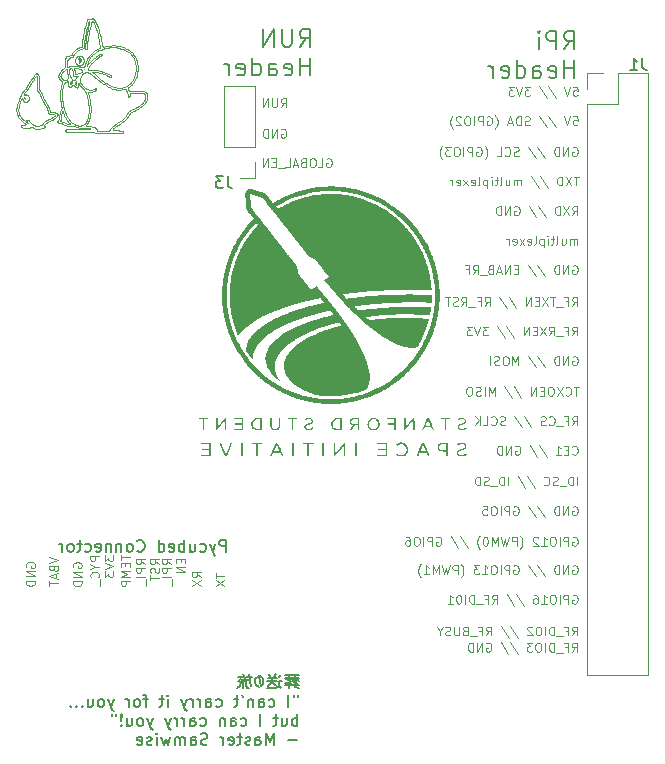
<source format=gbo>
%TF.GenerationSoftware,KiCad,Pcbnew,8.0.5*%
%TF.CreationDate,2024-12-07T16:09:03-08:00*%
%TF.ProjectId,RPi_interface,5250695f-696e-4746-9572-666163652e6b,1.2*%
%TF.SameCoordinates,Original*%
%TF.FileFunction,Legend,Bot*%
%TF.FilePolarity,Positive*%
%FSLAX46Y46*%
G04 Gerber Fmt 4.6, Leading zero omitted, Abs format (unit mm)*
G04 Created by KiCad (PCBNEW 8.0.5) date 2024-12-07 16:09:03*
%MOMM*%
%LPD*%
G01*
G04 APERTURE LIST*
%ADD10C,0.100000*%
%ADD11C,0.200000*%
%ADD12C,0.150000*%
%ADD13C,0.120000*%
%ADD14C,0.000000*%
%ADD15C,4.700000*%
%ADD16R,1.150000X1.150000*%
%ADD17C,1.150000*%
%ADD18C,1.400000*%
%ADD19O,1.400000X1.400000*%
%ADD20C,2.050000*%
%ADD21C,2.250000*%
%ADD22R,1.700000X1.700000*%
%ADD23O,1.700000X1.700000*%
G04 APERTURE END LIST*
D10*
X139080639Y-89928014D02*
X139080639Y-89178014D01*
X138723496Y-89928014D02*
X138723496Y-89178014D01*
X138723496Y-89178014D02*
X138544925Y-89178014D01*
X138544925Y-89178014D02*
X138437782Y-89213728D01*
X138437782Y-89213728D02*
X138366353Y-89285157D01*
X138366353Y-89285157D02*
X138330639Y-89356585D01*
X138330639Y-89356585D02*
X138294925Y-89499442D01*
X138294925Y-89499442D02*
X138294925Y-89606585D01*
X138294925Y-89606585D02*
X138330639Y-89749442D01*
X138330639Y-89749442D02*
X138366353Y-89820871D01*
X138366353Y-89820871D02*
X138437782Y-89892300D01*
X138437782Y-89892300D02*
X138544925Y-89928014D01*
X138544925Y-89928014D02*
X138723496Y-89928014D01*
X138152068Y-89999442D02*
X137580639Y-89999442D01*
X137437781Y-89892300D02*
X137330639Y-89928014D01*
X137330639Y-89928014D02*
X137152067Y-89928014D01*
X137152067Y-89928014D02*
X137080639Y-89892300D01*
X137080639Y-89892300D02*
X137044924Y-89856585D01*
X137044924Y-89856585D02*
X137009210Y-89785157D01*
X137009210Y-89785157D02*
X137009210Y-89713728D01*
X137009210Y-89713728D02*
X137044924Y-89642300D01*
X137044924Y-89642300D02*
X137080639Y-89606585D01*
X137080639Y-89606585D02*
X137152067Y-89570871D01*
X137152067Y-89570871D02*
X137294924Y-89535157D01*
X137294924Y-89535157D02*
X137366353Y-89499442D01*
X137366353Y-89499442D02*
X137402067Y-89463728D01*
X137402067Y-89463728D02*
X137437781Y-89392300D01*
X137437781Y-89392300D02*
X137437781Y-89320871D01*
X137437781Y-89320871D02*
X137402067Y-89249442D01*
X137402067Y-89249442D02*
X137366353Y-89213728D01*
X137366353Y-89213728D02*
X137294924Y-89178014D01*
X137294924Y-89178014D02*
X137116353Y-89178014D01*
X137116353Y-89178014D02*
X137009210Y-89213728D01*
X136259210Y-89856585D02*
X136294924Y-89892300D01*
X136294924Y-89892300D02*
X136402067Y-89928014D01*
X136402067Y-89928014D02*
X136473495Y-89928014D01*
X136473495Y-89928014D02*
X136580638Y-89892300D01*
X136580638Y-89892300D02*
X136652067Y-89820871D01*
X136652067Y-89820871D02*
X136687781Y-89749442D01*
X136687781Y-89749442D02*
X136723495Y-89606585D01*
X136723495Y-89606585D02*
X136723495Y-89499442D01*
X136723495Y-89499442D02*
X136687781Y-89356585D01*
X136687781Y-89356585D02*
X136652067Y-89285157D01*
X136652067Y-89285157D02*
X136580638Y-89213728D01*
X136580638Y-89213728D02*
X136473495Y-89178014D01*
X136473495Y-89178014D02*
X136402067Y-89178014D01*
X136402067Y-89178014D02*
X136294924Y-89213728D01*
X136294924Y-89213728D02*
X136259210Y-89249442D01*
X134830638Y-89142300D02*
X135473495Y-90106585D01*
X134044924Y-89142300D02*
X134687781Y-90106585D01*
X133223495Y-89928014D02*
X133223495Y-89178014D01*
X132866352Y-89928014D02*
X132866352Y-89178014D01*
X132866352Y-89178014D02*
X132687781Y-89178014D01*
X132687781Y-89178014D02*
X132580638Y-89213728D01*
X132580638Y-89213728D02*
X132509209Y-89285157D01*
X132509209Y-89285157D02*
X132473495Y-89356585D01*
X132473495Y-89356585D02*
X132437781Y-89499442D01*
X132437781Y-89499442D02*
X132437781Y-89606585D01*
X132437781Y-89606585D02*
X132473495Y-89749442D01*
X132473495Y-89749442D02*
X132509209Y-89820871D01*
X132509209Y-89820871D02*
X132580638Y-89892300D01*
X132580638Y-89892300D02*
X132687781Y-89928014D01*
X132687781Y-89928014D02*
X132866352Y-89928014D01*
X132294924Y-89999442D02*
X131723495Y-89999442D01*
X131580637Y-89892300D02*
X131473495Y-89928014D01*
X131473495Y-89928014D02*
X131294923Y-89928014D01*
X131294923Y-89928014D02*
X131223495Y-89892300D01*
X131223495Y-89892300D02*
X131187780Y-89856585D01*
X131187780Y-89856585D02*
X131152066Y-89785157D01*
X131152066Y-89785157D02*
X131152066Y-89713728D01*
X131152066Y-89713728D02*
X131187780Y-89642300D01*
X131187780Y-89642300D02*
X131223495Y-89606585D01*
X131223495Y-89606585D02*
X131294923Y-89570871D01*
X131294923Y-89570871D02*
X131437780Y-89535157D01*
X131437780Y-89535157D02*
X131509209Y-89499442D01*
X131509209Y-89499442D02*
X131544923Y-89463728D01*
X131544923Y-89463728D02*
X131580637Y-89392300D01*
X131580637Y-89392300D02*
X131580637Y-89320871D01*
X131580637Y-89320871D02*
X131544923Y-89249442D01*
X131544923Y-89249442D02*
X131509209Y-89213728D01*
X131509209Y-89213728D02*
X131437780Y-89178014D01*
X131437780Y-89178014D02*
X131259209Y-89178014D01*
X131259209Y-89178014D02*
X131152066Y-89213728D01*
X130830637Y-89928014D02*
X130830637Y-89178014D01*
X130830637Y-89178014D02*
X130652066Y-89178014D01*
X130652066Y-89178014D02*
X130544923Y-89213728D01*
X130544923Y-89213728D02*
X130473494Y-89285157D01*
X130473494Y-89285157D02*
X130437780Y-89356585D01*
X130437780Y-89356585D02*
X130402066Y-89499442D01*
X130402066Y-89499442D02*
X130402066Y-89606585D01*
X130402066Y-89606585D02*
X130437780Y-89749442D01*
X130437780Y-89749442D02*
X130473494Y-89820871D01*
X130473494Y-89820871D02*
X130544923Y-89892300D01*
X130544923Y-89892300D02*
X130652066Y-89928014D01*
X130652066Y-89928014D02*
X130830637Y-89928014D01*
X139187782Y-81578014D02*
X138759211Y-81578014D01*
X138973496Y-82328014D02*
X138973496Y-81578014D01*
X138080639Y-82256585D02*
X138116353Y-82292300D01*
X138116353Y-82292300D02*
X138223496Y-82328014D01*
X138223496Y-82328014D02*
X138294924Y-82328014D01*
X138294924Y-82328014D02*
X138402067Y-82292300D01*
X138402067Y-82292300D02*
X138473496Y-82220871D01*
X138473496Y-82220871D02*
X138509210Y-82149442D01*
X138509210Y-82149442D02*
X138544924Y-82006585D01*
X138544924Y-82006585D02*
X138544924Y-81899442D01*
X138544924Y-81899442D02*
X138509210Y-81756585D01*
X138509210Y-81756585D02*
X138473496Y-81685157D01*
X138473496Y-81685157D02*
X138402067Y-81613728D01*
X138402067Y-81613728D02*
X138294924Y-81578014D01*
X138294924Y-81578014D02*
X138223496Y-81578014D01*
X138223496Y-81578014D02*
X138116353Y-81613728D01*
X138116353Y-81613728D02*
X138080639Y-81649442D01*
X137830639Y-81578014D02*
X137330639Y-82328014D01*
X137330639Y-81578014D02*
X137830639Y-82328014D01*
X136902067Y-81578014D02*
X136759210Y-81578014D01*
X136759210Y-81578014D02*
X136687781Y-81613728D01*
X136687781Y-81613728D02*
X136616353Y-81685157D01*
X136616353Y-81685157D02*
X136580638Y-81828014D01*
X136580638Y-81828014D02*
X136580638Y-82078014D01*
X136580638Y-82078014D02*
X136616353Y-82220871D01*
X136616353Y-82220871D02*
X136687781Y-82292300D01*
X136687781Y-82292300D02*
X136759210Y-82328014D01*
X136759210Y-82328014D02*
X136902067Y-82328014D01*
X136902067Y-82328014D02*
X136973496Y-82292300D01*
X136973496Y-82292300D02*
X137044924Y-82220871D01*
X137044924Y-82220871D02*
X137080638Y-82078014D01*
X137080638Y-82078014D02*
X137080638Y-81828014D01*
X137080638Y-81828014D02*
X137044924Y-81685157D01*
X137044924Y-81685157D02*
X136973496Y-81613728D01*
X136973496Y-81613728D02*
X136902067Y-81578014D01*
X136259210Y-81935157D02*
X136009210Y-81935157D01*
X135902067Y-82328014D02*
X136259210Y-82328014D01*
X136259210Y-82328014D02*
X136259210Y-81578014D01*
X136259210Y-81578014D02*
X135902067Y-81578014D01*
X135580639Y-82328014D02*
X135580639Y-81578014D01*
X135580639Y-81578014D02*
X135152068Y-82328014D01*
X135152068Y-82328014D02*
X135152068Y-81578014D01*
X133687782Y-81542300D02*
X134330639Y-82506585D01*
X132902068Y-81542300D02*
X133544925Y-82506585D01*
X132080639Y-82328014D02*
X132080639Y-81578014D01*
X132080639Y-81578014D02*
X131830639Y-82113728D01*
X131830639Y-82113728D02*
X131580639Y-81578014D01*
X131580639Y-81578014D02*
X131580639Y-82328014D01*
X131223496Y-82328014D02*
X131223496Y-81578014D01*
X130902067Y-82292300D02*
X130794925Y-82328014D01*
X130794925Y-82328014D02*
X130616353Y-82328014D01*
X130616353Y-82328014D02*
X130544925Y-82292300D01*
X130544925Y-82292300D02*
X130509210Y-82256585D01*
X130509210Y-82256585D02*
X130473496Y-82185157D01*
X130473496Y-82185157D02*
X130473496Y-82113728D01*
X130473496Y-82113728D02*
X130509210Y-82042300D01*
X130509210Y-82042300D02*
X130544925Y-82006585D01*
X130544925Y-82006585D02*
X130616353Y-81970871D01*
X130616353Y-81970871D02*
X130759210Y-81935157D01*
X130759210Y-81935157D02*
X130830639Y-81899442D01*
X130830639Y-81899442D02*
X130866353Y-81863728D01*
X130866353Y-81863728D02*
X130902067Y-81792300D01*
X130902067Y-81792300D02*
X130902067Y-81720871D01*
X130902067Y-81720871D02*
X130866353Y-81649442D01*
X130866353Y-81649442D02*
X130830639Y-81613728D01*
X130830639Y-81613728D02*
X130759210Y-81578014D01*
X130759210Y-81578014D02*
X130580639Y-81578014D01*
X130580639Y-81578014D02*
X130473496Y-81613728D01*
X130009210Y-81578014D02*
X129866353Y-81578014D01*
X129866353Y-81578014D02*
X129794924Y-81613728D01*
X129794924Y-81613728D02*
X129723496Y-81685157D01*
X129723496Y-81685157D02*
X129687781Y-81828014D01*
X129687781Y-81828014D02*
X129687781Y-82078014D01*
X129687781Y-82078014D02*
X129723496Y-82220871D01*
X129723496Y-82220871D02*
X129794924Y-82292300D01*
X129794924Y-82292300D02*
X129866353Y-82328014D01*
X129866353Y-82328014D02*
X130009210Y-82328014D01*
X130009210Y-82328014D02*
X130080639Y-82292300D01*
X130080639Y-82292300D02*
X130152067Y-82220871D01*
X130152067Y-82220871D02*
X130187781Y-82078014D01*
X130187781Y-82078014D02*
X130187781Y-81828014D01*
X130187781Y-81828014D02*
X130152067Y-81685157D01*
X130152067Y-81685157D02*
X130080639Y-81613728D01*
X130080639Y-81613728D02*
X130009210Y-81578014D01*
X138652068Y-87256585D02*
X138687782Y-87292300D01*
X138687782Y-87292300D02*
X138794925Y-87328014D01*
X138794925Y-87328014D02*
X138866353Y-87328014D01*
X138866353Y-87328014D02*
X138973496Y-87292300D01*
X138973496Y-87292300D02*
X139044925Y-87220871D01*
X139044925Y-87220871D02*
X139080639Y-87149442D01*
X139080639Y-87149442D02*
X139116353Y-87006585D01*
X139116353Y-87006585D02*
X139116353Y-86899442D01*
X139116353Y-86899442D02*
X139080639Y-86756585D01*
X139080639Y-86756585D02*
X139044925Y-86685157D01*
X139044925Y-86685157D02*
X138973496Y-86613728D01*
X138973496Y-86613728D02*
X138866353Y-86578014D01*
X138866353Y-86578014D02*
X138794925Y-86578014D01*
X138794925Y-86578014D02*
X138687782Y-86613728D01*
X138687782Y-86613728D02*
X138652068Y-86649442D01*
X138330639Y-86935157D02*
X138080639Y-86935157D01*
X137973496Y-87328014D02*
X138330639Y-87328014D01*
X138330639Y-87328014D02*
X138330639Y-86578014D01*
X138330639Y-86578014D02*
X137973496Y-86578014D01*
X137259211Y-87328014D02*
X137687782Y-87328014D01*
X137473497Y-87328014D02*
X137473497Y-86578014D01*
X137473497Y-86578014D02*
X137544925Y-86685157D01*
X137544925Y-86685157D02*
X137616354Y-86756585D01*
X137616354Y-86756585D02*
X137687782Y-86792300D01*
X135830639Y-86542300D02*
X136473496Y-87506585D01*
X135044925Y-86542300D02*
X135687782Y-87506585D01*
X133830639Y-86613728D02*
X133902068Y-86578014D01*
X133902068Y-86578014D02*
X134009210Y-86578014D01*
X134009210Y-86578014D02*
X134116353Y-86613728D01*
X134116353Y-86613728D02*
X134187782Y-86685157D01*
X134187782Y-86685157D02*
X134223496Y-86756585D01*
X134223496Y-86756585D02*
X134259210Y-86899442D01*
X134259210Y-86899442D02*
X134259210Y-87006585D01*
X134259210Y-87006585D02*
X134223496Y-87149442D01*
X134223496Y-87149442D02*
X134187782Y-87220871D01*
X134187782Y-87220871D02*
X134116353Y-87292300D01*
X134116353Y-87292300D02*
X134009210Y-87328014D01*
X134009210Y-87328014D02*
X133937782Y-87328014D01*
X133937782Y-87328014D02*
X133830639Y-87292300D01*
X133830639Y-87292300D02*
X133794925Y-87256585D01*
X133794925Y-87256585D02*
X133794925Y-87006585D01*
X133794925Y-87006585D02*
X133937782Y-87006585D01*
X133473496Y-87328014D02*
X133473496Y-86578014D01*
X133473496Y-86578014D02*
X133044925Y-87328014D01*
X133044925Y-87328014D02*
X133044925Y-86578014D01*
X132687782Y-87328014D02*
X132687782Y-86578014D01*
X132687782Y-86578014D02*
X132509211Y-86578014D01*
X132509211Y-86578014D02*
X132402068Y-86613728D01*
X132402068Y-86613728D02*
X132330639Y-86685157D01*
X132330639Y-86685157D02*
X132294925Y-86756585D01*
X132294925Y-86756585D02*
X132259211Y-86899442D01*
X132259211Y-86899442D02*
X132259211Y-87006585D01*
X132259211Y-87006585D02*
X132294925Y-87149442D01*
X132294925Y-87149442D02*
X132330639Y-87220871D01*
X132330639Y-87220871D02*
X132402068Y-87292300D01*
X132402068Y-87292300D02*
X132509211Y-87328014D01*
X132509211Y-87328014D02*
X132687782Y-87328014D01*
X102475556Y-96602931D02*
X102118413Y-96352931D01*
X102475556Y-96174360D02*
X101725556Y-96174360D01*
X101725556Y-96174360D02*
X101725556Y-96460074D01*
X101725556Y-96460074D02*
X101761270Y-96531503D01*
X101761270Y-96531503D02*
X101796984Y-96567217D01*
X101796984Y-96567217D02*
X101868413Y-96602931D01*
X101868413Y-96602931D02*
X101975556Y-96602931D01*
X101975556Y-96602931D02*
X102046984Y-96567217D01*
X102046984Y-96567217D02*
X102082699Y-96531503D01*
X102082699Y-96531503D02*
X102118413Y-96460074D01*
X102118413Y-96460074D02*
X102118413Y-96174360D01*
X102475556Y-96924360D02*
X101725556Y-96924360D01*
X101725556Y-96924360D02*
X101725556Y-97210074D01*
X101725556Y-97210074D02*
X101761270Y-97281503D01*
X101761270Y-97281503D02*
X101796984Y-97317217D01*
X101796984Y-97317217D02*
X101868413Y-97352931D01*
X101868413Y-97352931D02*
X101975556Y-97352931D01*
X101975556Y-97352931D02*
X102046984Y-97317217D01*
X102046984Y-97317217D02*
X102082699Y-97281503D01*
X102082699Y-97281503D02*
X102118413Y-97210074D01*
X102118413Y-97210074D02*
X102118413Y-96924360D01*
X102475556Y-97674360D02*
X101725556Y-97674360D01*
X102546984Y-97852932D02*
X102546984Y-98424360D01*
X103683014Y-96602931D02*
X103325871Y-96352931D01*
X103683014Y-96174360D02*
X102933014Y-96174360D01*
X102933014Y-96174360D02*
X102933014Y-96460074D01*
X102933014Y-96460074D02*
X102968728Y-96531503D01*
X102968728Y-96531503D02*
X103004442Y-96567217D01*
X103004442Y-96567217D02*
X103075871Y-96602931D01*
X103075871Y-96602931D02*
X103183014Y-96602931D01*
X103183014Y-96602931D02*
X103254442Y-96567217D01*
X103254442Y-96567217D02*
X103290157Y-96531503D01*
X103290157Y-96531503D02*
X103325871Y-96460074D01*
X103325871Y-96460074D02*
X103325871Y-96174360D01*
X103647300Y-96888646D02*
X103683014Y-96995789D01*
X103683014Y-96995789D02*
X103683014Y-97174360D01*
X103683014Y-97174360D02*
X103647300Y-97245789D01*
X103647300Y-97245789D02*
X103611585Y-97281503D01*
X103611585Y-97281503D02*
X103540157Y-97317217D01*
X103540157Y-97317217D02*
X103468728Y-97317217D01*
X103468728Y-97317217D02*
X103397300Y-97281503D01*
X103397300Y-97281503D02*
X103361585Y-97245789D01*
X103361585Y-97245789D02*
X103325871Y-97174360D01*
X103325871Y-97174360D02*
X103290157Y-97031503D01*
X103290157Y-97031503D02*
X103254442Y-96960074D01*
X103254442Y-96960074D02*
X103218728Y-96924360D01*
X103218728Y-96924360D02*
X103147300Y-96888646D01*
X103147300Y-96888646D02*
X103075871Y-96888646D01*
X103075871Y-96888646D02*
X103004442Y-96924360D01*
X103004442Y-96924360D02*
X102968728Y-96960074D01*
X102968728Y-96960074D02*
X102933014Y-97031503D01*
X102933014Y-97031503D02*
X102933014Y-97210074D01*
X102933014Y-97210074D02*
X102968728Y-97317217D01*
X102933014Y-97531503D02*
X102933014Y-97960075D01*
X103683014Y-97745789D02*
X102933014Y-97745789D01*
D11*
X115579136Y-52791112D02*
X116079136Y-52076826D01*
X116436279Y-52791112D02*
X116436279Y-51291112D01*
X116436279Y-51291112D02*
X115864850Y-51291112D01*
X115864850Y-51291112D02*
X115721993Y-51362541D01*
X115721993Y-51362541D02*
X115650564Y-51433969D01*
X115650564Y-51433969D02*
X115579136Y-51576826D01*
X115579136Y-51576826D02*
X115579136Y-51791112D01*
X115579136Y-51791112D02*
X115650564Y-51933969D01*
X115650564Y-51933969D02*
X115721993Y-52005398D01*
X115721993Y-52005398D02*
X115864850Y-52076826D01*
X115864850Y-52076826D02*
X116436279Y-52076826D01*
X114936279Y-51291112D02*
X114936279Y-52505398D01*
X114936279Y-52505398D02*
X114864850Y-52648255D01*
X114864850Y-52648255D02*
X114793422Y-52719684D01*
X114793422Y-52719684D02*
X114650564Y-52791112D01*
X114650564Y-52791112D02*
X114364850Y-52791112D01*
X114364850Y-52791112D02*
X114221993Y-52719684D01*
X114221993Y-52719684D02*
X114150564Y-52648255D01*
X114150564Y-52648255D02*
X114079136Y-52505398D01*
X114079136Y-52505398D02*
X114079136Y-51291112D01*
X113364850Y-52791112D02*
X113364850Y-51291112D01*
X113364850Y-51291112D02*
X112507707Y-52791112D01*
X112507707Y-52791112D02*
X112507707Y-51291112D01*
X116436279Y-55206028D02*
X116436279Y-53706028D01*
X116436279Y-54420314D02*
X115579136Y-54420314D01*
X115579136Y-55206028D02*
X115579136Y-53706028D01*
X114293421Y-55134600D02*
X114436278Y-55206028D01*
X114436278Y-55206028D02*
X114721993Y-55206028D01*
X114721993Y-55206028D02*
X114864850Y-55134600D01*
X114864850Y-55134600D02*
X114936278Y-54991742D01*
X114936278Y-54991742D02*
X114936278Y-54420314D01*
X114936278Y-54420314D02*
X114864850Y-54277457D01*
X114864850Y-54277457D02*
X114721993Y-54206028D01*
X114721993Y-54206028D02*
X114436278Y-54206028D01*
X114436278Y-54206028D02*
X114293421Y-54277457D01*
X114293421Y-54277457D02*
X114221993Y-54420314D01*
X114221993Y-54420314D02*
X114221993Y-54563171D01*
X114221993Y-54563171D02*
X114936278Y-54706028D01*
X112936279Y-55206028D02*
X112936279Y-54420314D01*
X112936279Y-54420314D02*
X113007707Y-54277457D01*
X113007707Y-54277457D02*
X113150564Y-54206028D01*
X113150564Y-54206028D02*
X113436279Y-54206028D01*
X113436279Y-54206028D02*
X113579136Y-54277457D01*
X112936279Y-55134600D02*
X113079136Y-55206028D01*
X113079136Y-55206028D02*
X113436279Y-55206028D01*
X113436279Y-55206028D02*
X113579136Y-55134600D01*
X113579136Y-55134600D02*
X113650564Y-54991742D01*
X113650564Y-54991742D02*
X113650564Y-54848885D01*
X113650564Y-54848885D02*
X113579136Y-54706028D01*
X113579136Y-54706028D02*
X113436279Y-54634600D01*
X113436279Y-54634600D02*
X113079136Y-54634600D01*
X113079136Y-54634600D02*
X112936279Y-54563171D01*
X111579136Y-55206028D02*
X111579136Y-53706028D01*
X111579136Y-55134600D02*
X111721993Y-55206028D01*
X111721993Y-55206028D02*
X112007707Y-55206028D01*
X112007707Y-55206028D02*
X112150564Y-55134600D01*
X112150564Y-55134600D02*
X112221993Y-55063171D01*
X112221993Y-55063171D02*
X112293421Y-54920314D01*
X112293421Y-54920314D02*
X112293421Y-54491742D01*
X112293421Y-54491742D02*
X112221993Y-54348885D01*
X112221993Y-54348885D02*
X112150564Y-54277457D01*
X112150564Y-54277457D02*
X112007707Y-54206028D01*
X112007707Y-54206028D02*
X111721993Y-54206028D01*
X111721993Y-54206028D02*
X111579136Y-54277457D01*
X110293421Y-55134600D02*
X110436278Y-55206028D01*
X110436278Y-55206028D02*
X110721993Y-55206028D01*
X110721993Y-55206028D02*
X110864850Y-55134600D01*
X110864850Y-55134600D02*
X110936278Y-54991742D01*
X110936278Y-54991742D02*
X110936278Y-54420314D01*
X110936278Y-54420314D02*
X110864850Y-54277457D01*
X110864850Y-54277457D02*
X110721993Y-54206028D01*
X110721993Y-54206028D02*
X110436278Y-54206028D01*
X110436278Y-54206028D02*
X110293421Y-54277457D01*
X110293421Y-54277457D02*
X110221993Y-54420314D01*
X110221993Y-54420314D02*
X110221993Y-54563171D01*
X110221993Y-54563171D02*
X110936278Y-54706028D01*
X109579136Y-55206028D02*
X109579136Y-54206028D01*
X109579136Y-54491742D02*
X109507707Y-54348885D01*
X109507707Y-54348885D02*
X109436279Y-54277457D01*
X109436279Y-54277457D02*
X109293421Y-54206028D01*
X109293421Y-54206028D02*
X109150564Y-54206028D01*
D10*
X138687782Y-61313728D02*
X138759211Y-61278014D01*
X138759211Y-61278014D02*
X138866353Y-61278014D01*
X138866353Y-61278014D02*
X138973496Y-61313728D01*
X138973496Y-61313728D02*
X139044925Y-61385157D01*
X139044925Y-61385157D02*
X139080639Y-61456585D01*
X139080639Y-61456585D02*
X139116353Y-61599442D01*
X139116353Y-61599442D02*
X139116353Y-61706585D01*
X139116353Y-61706585D02*
X139080639Y-61849442D01*
X139080639Y-61849442D02*
X139044925Y-61920871D01*
X139044925Y-61920871D02*
X138973496Y-61992300D01*
X138973496Y-61992300D02*
X138866353Y-62028014D01*
X138866353Y-62028014D02*
X138794925Y-62028014D01*
X138794925Y-62028014D02*
X138687782Y-61992300D01*
X138687782Y-61992300D02*
X138652068Y-61956585D01*
X138652068Y-61956585D02*
X138652068Y-61706585D01*
X138652068Y-61706585D02*
X138794925Y-61706585D01*
X138330639Y-62028014D02*
X138330639Y-61278014D01*
X138330639Y-61278014D02*
X137902068Y-62028014D01*
X137902068Y-62028014D02*
X137902068Y-61278014D01*
X137544925Y-62028014D02*
X137544925Y-61278014D01*
X137544925Y-61278014D02*
X137366354Y-61278014D01*
X137366354Y-61278014D02*
X137259211Y-61313728D01*
X137259211Y-61313728D02*
X137187782Y-61385157D01*
X137187782Y-61385157D02*
X137152068Y-61456585D01*
X137152068Y-61456585D02*
X137116354Y-61599442D01*
X137116354Y-61599442D02*
X137116354Y-61706585D01*
X137116354Y-61706585D02*
X137152068Y-61849442D01*
X137152068Y-61849442D02*
X137187782Y-61920871D01*
X137187782Y-61920871D02*
X137259211Y-61992300D01*
X137259211Y-61992300D02*
X137366354Y-62028014D01*
X137366354Y-62028014D02*
X137544925Y-62028014D01*
X135687782Y-61242300D02*
X136330639Y-62206585D01*
X134902068Y-61242300D02*
X135544925Y-62206585D01*
X134116353Y-61992300D02*
X134009211Y-62028014D01*
X134009211Y-62028014D02*
X133830639Y-62028014D01*
X133830639Y-62028014D02*
X133759211Y-61992300D01*
X133759211Y-61992300D02*
X133723496Y-61956585D01*
X133723496Y-61956585D02*
X133687782Y-61885157D01*
X133687782Y-61885157D02*
X133687782Y-61813728D01*
X133687782Y-61813728D02*
X133723496Y-61742300D01*
X133723496Y-61742300D02*
X133759211Y-61706585D01*
X133759211Y-61706585D02*
X133830639Y-61670871D01*
X133830639Y-61670871D02*
X133973496Y-61635157D01*
X133973496Y-61635157D02*
X134044925Y-61599442D01*
X134044925Y-61599442D02*
X134080639Y-61563728D01*
X134080639Y-61563728D02*
X134116353Y-61492300D01*
X134116353Y-61492300D02*
X134116353Y-61420871D01*
X134116353Y-61420871D02*
X134080639Y-61349442D01*
X134080639Y-61349442D02*
X134044925Y-61313728D01*
X134044925Y-61313728D02*
X133973496Y-61278014D01*
X133973496Y-61278014D02*
X133794925Y-61278014D01*
X133794925Y-61278014D02*
X133687782Y-61313728D01*
X132937782Y-61956585D02*
X132973496Y-61992300D01*
X132973496Y-61992300D02*
X133080639Y-62028014D01*
X133080639Y-62028014D02*
X133152067Y-62028014D01*
X133152067Y-62028014D02*
X133259210Y-61992300D01*
X133259210Y-61992300D02*
X133330639Y-61920871D01*
X133330639Y-61920871D02*
X133366353Y-61849442D01*
X133366353Y-61849442D02*
X133402067Y-61706585D01*
X133402067Y-61706585D02*
X133402067Y-61599442D01*
X133402067Y-61599442D02*
X133366353Y-61456585D01*
X133366353Y-61456585D02*
X133330639Y-61385157D01*
X133330639Y-61385157D02*
X133259210Y-61313728D01*
X133259210Y-61313728D02*
X133152067Y-61278014D01*
X133152067Y-61278014D02*
X133080639Y-61278014D01*
X133080639Y-61278014D02*
X132973496Y-61313728D01*
X132973496Y-61313728D02*
X132937782Y-61349442D01*
X132259210Y-62028014D02*
X132616353Y-62028014D01*
X132616353Y-62028014D02*
X132616353Y-61278014D01*
X131223495Y-62313728D02*
X131259210Y-62278014D01*
X131259210Y-62278014D02*
X131330638Y-62170871D01*
X131330638Y-62170871D02*
X131366353Y-62099442D01*
X131366353Y-62099442D02*
X131402067Y-61992300D01*
X131402067Y-61992300D02*
X131437781Y-61813728D01*
X131437781Y-61813728D02*
X131437781Y-61670871D01*
X131437781Y-61670871D02*
X131402067Y-61492300D01*
X131402067Y-61492300D02*
X131366353Y-61385157D01*
X131366353Y-61385157D02*
X131330638Y-61313728D01*
X131330638Y-61313728D02*
X131259210Y-61206585D01*
X131259210Y-61206585D02*
X131223495Y-61170871D01*
X130544924Y-61313728D02*
X130616353Y-61278014D01*
X130616353Y-61278014D02*
X130723495Y-61278014D01*
X130723495Y-61278014D02*
X130830638Y-61313728D01*
X130830638Y-61313728D02*
X130902067Y-61385157D01*
X130902067Y-61385157D02*
X130937781Y-61456585D01*
X130937781Y-61456585D02*
X130973495Y-61599442D01*
X130973495Y-61599442D02*
X130973495Y-61706585D01*
X130973495Y-61706585D02*
X130937781Y-61849442D01*
X130937781Y-61849442D02*
X130902067Y-61920871D01*
X130902067Y-61920871D02*
X130830638Y-61992300D01*
X130830638Y-61992300D02*
X130723495Y-62028014D01*
X130723495Y-62028014D02*
X130652067Y-62028014D01*
X130652067Y-62028014D02*
X130544924Y-61992300D01*
X130544924Y-61992300D02*
X130509210Y-61956585D01*
X130509210Y-61956585D02*
X130509210Y-61706585D01*
X130509210Y-61706585D02*
X130652067Y-61706585D01*
X130187781Y-62028014D02*
X130187781Y-61278014D01*
X130187781Y-61278014D02*
X129902067Y-61278014D01*
X129902067Y-61278014D02*
X129830638Y-61313728D01*
X129830638Y-61313728D02*
X129794924Y-61349442D01*
X129794924Y-61349442D02*
X129759210Y-61420871D01*
X129759210Y-61420871D02*
X129759210Y-61528014D01*
X129759210Y-61528014D02*
X129794924Y-61599442D01*
X129794924Y-61599442D02*
X129830638Y-61635157D01*
X129830638Y-61635157D02*
X129902067Y-61670871D01*
X129902067Y-61670871D02*
X130187781Y-61670871D01*
X129437781Y-62028014D02*
X129437781Y-61278014D01*
X128937781Y-61278014D02*
X128794924Y-61278014D01*
X128794924Y-61278014D02*
X128723495Y-61313728D01*
X128723495Y-61313728D02*
X128652067Y-61385157D01*
X128652067Y-61385157D02*
X128616352Y-61528014D01*
X128616352Y-61528014D02*
X128616352Y-61778014D01*
X128616352Y-61778014D02*
X128652067Y-61920871D01*
X128652067Y-61920871D02*
X128723495Y-61992300D01*
X128723495Y-61992300D02*
X128794924Y-62028014D01*
X128794924Y-62028014D02*
X128937781Y-62028014D01*
X128937781Y-62028014D02*
X129009210Y-61992300D01*
X129009210Y-61992300D02*
X129080638Y-61920871D01*
X129080638Y-61920871D02*
X129116352Y-61778014D01*
X129116352Y-61778014D02*
X129116352Y-61528014D01*
X129116352Y-61528014D02*
X129080638Y-61385157D01*
X129080638Y-61385157D02*
X129009210Y-61313728D01*
X129009210Y-61313728D02*
X128937781Y-61278014D01*
X128366353Y-61278014D02*
X127902067Y-61278014D01*
X127902067Y-61278014D02*
X128152067Y-61563728D01*
X128152067Y-61563728D02*
X128044924Y-61563728D01*
X128044924Y-61563728D02*
X127973496Y-61599442D01*
X127973496Y-61599442D02*
X127937781Y-61635157D01*
X127937781Y-61635157D02*
X127902067Y-61706585D01*
X127902067Y-61706585D02*
X127902067Y-61885157D01*
X127902067Y-61885157D02*
X127937781Y-61956585D01*
X127937781Y-61956585D02*
X127973496Y-61992300D01*
X127973496Y-61992300D02*
X128044924Y-62028014D01*
X128044924Y-62028014D02*
X128259210Y-62028014D01*
X128259210Y-62028014D02*
X128330638Y-61992300D01*
X128330638Y-61992300D02*
X128366353Y-61956585D01*
X127652067Y-62313728D02*
X127616352Y-62278014D01*
X127616352Y-62278014D02*
X127544924Y-62170871D01*
X127544924Y-62170871D02*
X127509210Y-62099442D01*
X127509210Y-62099442D02*
X127473495Y-61992300D01*
X127473495Y-61992300D02*
X127437781Y-61813728D01*
X127437781Y-61813728D02*
X127437781Y-61670871D01*
X127437781Y-61670871D02*
X127473495Y-61492300D01*
X127473495Y-61492300D02*
X127509210Y-61385157D01*
X127509210Y-61385157D02*
X127544924Y-61313728D01*
X127544924Y-61313728D02*
X127616352Y-61206585D01*
X127616352Y-61206585D02*
X127652067Y-61170871D01*
X138687782Y-79013728D02*
X138759211Y-78978014D01*
X138759211Y-78978014D02*
X138866353Y-78978014D01*
X138866353Y-78978014D02*
X138973496Y-79013728D01*
X138973496Y-79013728D02*
X139044925Y-79085157D01*
X139044925Y-79085157D02*
X139080639Y-79156585D01*
X139080639Y-79156585D02*
X139116353Y-79299442D01*
X139116353Y-79299442D02*
X139116353Y-79406585D01*
X139116353Y-79406585D02*
X139080639Y-79549442D01*
X139080639Y-79549442D02*
X139044925Y-79620871D01*
X139044925Y-79620871D02*
X138973496Y-79692300D01*
X138973496Y-79692300D02*
X138866353Y-79728014D01*
X138866353Y-79728014D02*
X138794925Y-79728014D01*
X138794925Y-79728014D02*
X138687782Y-79692300D01*
X138687782Y-79692300D02*
X138652068Y-79656585D01*
X138652068Y-79656585D02*
X138652068Y-79406585D01*
X138652068Y-79406585D02*
X138794925Y-79406585D01*
X138330639Y-79728014D02*
X138330639Y-78978014D01*
X138330639Y-78978014D02*
X137902068Y-79728014D01*
X137902068Y-79728014D02*
X137902068Y-78978014D01*
X137544925Y-79728014D02*
X137544925Y-78978014D01*
X137544925Y-78978014D02*
X137366354Y-78978014D01*
X137366354Y-78978014D02*
X137259211Y-79013728D01*
X137259211Y-79013728D02*
X137187782Y-79085157D01*
X137187782Y-79085157D02*
X137152068Y-79156585D01*
X137152068Y-79156585D02*
X137116354Y-79299442D01*
X137116354Y-79299442D02*
X137116354Y-79406585D01*
X137116354Y-79406585D02*
X137152068Y-79549442D01*
X137152068Y-79549442D02*
X137187782Y-79620871D01*
X137187782Y-79620871D02*
X137259211Y-79692300D01*
X137259211Y-79692300D02*
X137366354Y-79728014D01*
X137366354Y-79728014D02*
X137544925Y-79728014D01*
X135687782Y-78942300D02*
X136330639Y-79906585D01*
X134902068Y-78942300D02*
X135544925Y-79906585D01*
X134080639Y-79728014D02*
X134080639Y-78978014D01*
X134080639Y-78978014D02*
X133830639Y-79513728D01*
X133830639Y-79513728D02*
X133580639Y-78978014D01*
X133580639Y-78978014D02*
X133580639Y-79728014D01*
X133080639Y-78978014D02*
X132937782Y-78978014D01*
X132937782Y-78978014D02*
X132866353Y-79013728D01*
X132866353Y-79013728D02*
X132794925Y-79085157D01*
X132794925Y-79085157D02*
X132759210Y-79228014D01*
X132759210Y-79228014D02*
X132759210Y-79478014D01*
X132759210Y-79478014D02*
X132794925Y-79620871D01*
X132794925Y-79620871D02*
X132866353Y-79692300D01*
X132866353Y-79692300D02*
X132937782Y-79728014D01*
X132937782Y-79728014D02*
X133080639Y-79728014D01*
X133080639Y-79728014D02*
X133152068Y-79692300D01*
X133152068Y-79692300D02*
X133223496Y-79620871D01*
X133223496Y-79620871D02*
X133259210Y-79478014D01*
X133259210Y-79478014D02*
X133259210Y-79228014D01*
X133259210Y-79228014D02*
X133223496Y-79085157D01*
X133223496Y-79085157D02*
X133152068Y-79013728D01*
X133152068Y-79013728D02*
X133080639Y-78978014D01*
X132473496Y-79692300D02*
X132366354Y-79728014D01*
X132366354Y-79728014D02*
X132187782Y-79728014D01*
X132187782Y-79728014D02*
X132116354Y-79692300D01*
X132116354Y-79692300D02*
X132080639Y-79656585D01*
X132080639Y-79656585D02*
X132044925Y-79585157D01*
X132044925Y-79585157D02*
X132044925Y-79513728D01*
X132044925Y-79513728D02*
X132080639Y-79442300D01*
X132080639Y-79442300D02*
X132116354Y-79406585D01*
X132116354Y-79406585D02*
X132187782Y-79370871D01*
X132187782Y-79370871D02*
X132330639Y-79335157D01*
X132330639Y-79335157D02*
X132402068Y-79299442D01*
X132402068Y-79299442D02*
X132437782Y-79263728D01*
X132437782Y-79263728D02*
X132473496Y-79192300D01*
X132473496Y-79192300D02*
X132473496Y-79120871D01*
X132473496Y-79120871D02*
X132437782Y-79049442D01*
X132437782Y-79049442D02*
X132402068Y-79013728D01*
X132402068Y-79013728D02*
X132330639Y-78978014D01*
X132330639Y-78978014D02*
X132152068Y-78978014D01*
X132152068Y-78978014D02*
X132044925Y-79013728D01*
X131723496Y-79728014D02*
X131723496Y-78978014D01*
X138687782Y-94313728D02*
X138759211Y-94278014D01*
X138759211Y-94278014D02*
X138866353Y-94278014D01*
X138866353Y-94278014D02*
X138973496Y-94313728D01*
X138973496Y-94313728D02*
X139044925Y-94385157D01*
X139044925Y-94385157D02*
X139080639Y-94456585D01*
X139080639Y-94456585D02*
X139116353Y-94599442D01*
X139116353Y-94599442D02*
X139116353Y-94706585D01*
X139116353Y-94706585D02*
X139080639Y-94849442D01*
X139080639Y-94849442D02*
X139044925Y-94920871D01*
X139044925Y-94920871D02*
X138973496Y-94992300D01*
X138973496Y-94992300D02*
X138866353Y-95028014D01*
X138866353Y-95028014D02*
X138794925Y-95028014D01*
X138794925Y-95028014D02*
X138687782Y-94992300D01*
X138687782Y-94992300D02*
X138652068Y-94956585D01*
X138652068Y-94956585D02*
X138652068Y-94706585D01*
X138652068Y-94706585D02*
X138794925Y-94706585D01*
X138330639Y-95028014D02*
X138330639Y-94278014D01*
X138330639Y-94278014D02*
X138044925Y-94278014D01*
X138044925Y-94278014D02*
X137973496Y-94313728D01*
X137973496Y-94313728D02*
X137937782Y-94349442D01*
X137937782Y-94349442D02*
X137902068Y-94420871D01*
X137902068Y-94420871D02*
X137902068Y-94528014D01*
X137902068Y-94528014D02*
X137937782Y-94599442D01*
X137937782Y-94599442D02*
X137973496Y-94635157D01*
X137973496Y-94635157D02*
X138044925Y-94670871D01*
X138044925Y-94670871D02*
X138330639Y-94670871D01*
X137580639Y-95028014D02*
X137580639Y-94278014D01*
X137080639Y-94278014D02*
X136937782Y-94278014D01*
X136937782Y-94278014D02*
X136866353Y-94313728D01*
X136866353Y-94313728D02*
X136794925Y-94385157D01*
X136794925Y-94385157D02*
X136759210Y-94528014D01*
X136759210Y-94528014D02*
X136759210Y-94778014D01*
X136759210Y-94778014D02*
X136794925Y-94920871D01*
X136794925Y-94920871D02*
X136866353Y-94992300D01*
X136866353Y-94992300D02*
X136937782Y-95028014D01*
X136937782Y-95028014D02*
X137080639Y-95028014D01*
X137080639Y-95028014D02*
X137152068Y-94992300D01*
X137152068Y-94992300D02*
X137223496Y-94920871D01*
X137223496Y-94920871D02*
X137259210Y-94778014D01*
X137259210Y-94778014D02*
X137259210Y-94528014D01*
X137259210Y-94528014D02*
X137223496Y-94385157D01*
X137223496Y-94385157D02*
X137152068Y-94313728D01*
X137152068Y-94313728D02*
X137080639Y-94278014D01*
X136044925Y-95028014D02*
X136473496Y-95028014D01*
X136259211Y-95028014D02*
X136259211Y-94278014D01*
X136259211Y-94278014D02*
X136330639Y-94385157D01*
X136330639Y-94385157D02*
X136402068Y-94456585D01*
X136402068Y-94456585D02*
X136473496Y-94492300D01*
X135759210Y-94349442D02*
X135723496Y-94313728D01*
X135723496Y-94313728D02*
X135652068Y-94278014D01*
X135652068Y-94278014D02*
X135473496Y-94278014D01*
X135473496Y-94278014D02*
X135402068Y-94313728D01*
X135402068Y-94313728D02*
X135366353Y-94349442D01*
X135366353Y-94349442D02*
X135330639Y-94420871D01*
X135330639Y-94420871D02*
X135330639Y-94492300D01*
X135330639Y-94492300D02*
X135366353Y-94599442D01*
X135366353Y-94599442D02*
X135794925Y-95028014D01*
X135794925Y-95028014D02*
X135330639Y-95028014D01*
X134223495Y-95313728D02*
X134259210Y-95278014D01*
X134259210Y-95278014D02*
X134330638Y-95170871D01*
X134330638Y-95170871D02*
X134366353Y-95099442D01*
X134366353Y-95099442D02*
X134402067Y-94992300D01*
X134402067Y-94992300D02*
X134437781Y-94813728D01*
X134437781Y-94813728D02*
X134437781Y-94670871D01*
X134437781Y-94670871D02*
X134402067Y-94492300D01*
X134402067Y-94492300D02*
X134366353Y-94385157D01*
X134366353Y-94385157D02*
X134330638Y-94313728D01*
X134330638Y-94313728D02*
X134259210Y-94206585D01*
X134259210Y-94206585D02*
X134223495Y-94170871D01*
X133937781Y-95028014D02*
X133937781Y-94278014D01*
X133937781Y-94278014D02*
X133652067Y-94278014D01*
X133652067Y-94278014D02*
X133580638Y-94313728D01*
X133580638Y-94313728D02*
X133544924Y-94349442D01*
X133544924Y-94349442D02*
X133509210Y-94420871D01*
X133509210Y-94420871D02*
X133509210Y-94528014D01*
X133509210Y-94528014D02*
X133544924Y-94599442D01*
X133544924Y-94599442D02*
X133580638Y-94635157D01*
X133580638Y-94635157D02*
X133652067Y-94670871D01*
X133652067Y-94670871D02*
X133937781Y-94670871D01*
X133259210Y-94278014D02*
X133080638Y-95028014D01*
X133080638Y-95028014D02*
X132937781Y-94492300D01*
X132937781Y-94492300D02*
X132794924Y-95028014D01*
X132794924Y-95028014D02*
X132616353Y-94278014D01*
X132330638Y-95028014D02*
X132330638Y-94278014D01*
X132330638Y-94278014D02*
X132080638Y-94813728D01*
X132080638Y-94813728D02*
X131830638Y-94278014D01*
X131830638Y-94278014D02*
X131830638Y-95028014D01*
X131330638Y-94278014D02*
X131259209Y-94278014D01*
X131259209Y-94278014D02*
X131187781Y-94313728D01*
X131187781Y-94313728D02*
X131152067Y-94349442D01*
X131152067Y-94349442D02*
X131116352Y-94420871D01*
X131116352Y-94420871D02*
X131080638Y-94563728D01*
X131080638Y-94563728D02*
X131080638Y-94742300D01*
X131080638Y-94742300D02*
X131116352Y-94885157D01*
X131116352Y-94885157D02*
X131152067Y-94956585D01*
X131152067Y-94956585D02*
X131187781Y-94992300D01*
X131187781Y-94992300D02*
X131259209Y-95028014D01*
X131259209Y-95028014D02*
X131330638Y-95028014D01*
X131330638Y-95028014D02*
X131402067Y-94992300D01*
X131402067Y-94992300D02*
X131437781Y-94956585D01*
X131437781Y-94956585D02*
X131473495Y-94885157D01*
X131473495Y-94885157D02*
X131509209Y-94742300D01*
X131509209Y-94742300D02*
X131509209Y-94563728D01*
X131509209Y-94563728D02*
X131473495Y-94420871D01*
X131473495Y-94420871D02*
X131437781Y-94349442D01*
X131437781Y-94349442D02*
X131402067Y-94313728D01*
X131402067Y-94313728D02*
X131330638Y-94278014D01*
X130830638Y-95313728D02*
X130794923Y-95278014D01*
X130794923Y-95278014D02*
X130723495Y-95170871D01*
X130723495Y-95170871D02*
X130687781Y-95099442D01*
X130687781Y-95099442D02*
X130652066Y-94992300D01*
X130652066Y-94992300D02*
X130616352Y-94813728D01*
X130616352Y-94813728D02*
X130616352Y-94670871D01*
X130616352Y-94670871D02*
X130652066Y-94492300D01*
X130652066Y-94492300D02*
X130687781Y-94385157D01*
X130687781Y-94385157D02*
X130723495Y-94313728D01*
X130723495Y-94313728D02*
X130794923Y-94206585D01*
X130794923Y-94206585D02*
X130830638Y-94170871D01*
X129152066Y-94242300D02*
X129794923Y-95206585D01*
X128366352Y-94242300D02*
X129009209Y-95206585D01*
X127152066Y-94313728D02*
X127223495Y-94278014D01*
X127223495Y-94278014D02*
X127330637Y-94278014D01*
X127330637Y-94278014D02*
X127437780Y-94313728D01*
X127437780Y-94313728D02*
X127509209Y-94385157D01*
X127509209Y-94385157D02*
X127544923Y-94456585D01*
X127544923Y-94456585D02*
X127580637Y-94599442D01*
X127580637Y-94599442D02*
X127580637Y-94706585D01*
X127580637Y-94706585D02*
X127544923Y-94849442D01*
X127544923Y-94849442D02*
X127509209Y-94920871D01*
X127509209Y-94920871D02*
X127437780Y-94992300D01*
X127437780Y-94992300D02*
X127330637Y-95028014D01*
X127330637Y-95028014D02*
X127259209Y-95028014D01*
X127259209Y-95028014D02*
X127152066Y-94992300D01*
X127152066Y-94992300D02*
X127116352Y-94956585D01*
X127116352Y-94956585D02*
X127116352Y-94706585D01*
X127116352Y-94706585D02*
X127259209Y-94706585D01*
X126794923Y-95028014D02*
X126794923Y-94278014D01*
X126794923Y-94278014D02*
X126509209Y-94278014D01*
X126509209Y-94278014D02*
X126437780Y-94313728D01*
X126437780Y-94313728D02*
X126402066Y-94349442D01*
X126402066Y-94349442D02*
X126366352Y-94420871D01*
X126366352Y-94420871D02*
X126366352Y-94528014D01*
X126366352Y-94528014D02*
X126402066Y-94599442D01*
X126402066Y-94599442D02*
X126437780Y-94635157D01*
X126437780Y-94635157D02*
X126509209Y-94670871D01*
X126509209Y-94670871D02*
X126794923Y-94670871D01*
X126044923Y-95028014D02*
X126044923Y-94278014D01*
X125544923Y-94278014D02*
X125402066Y-94278014D01*
X125402066Y-94278014D02*
X125330637Y-94313728D01*
X125330637Y-94313728D02*
X125259209Y-94385157D01*
X125259209Y-94385157D02*
X125223494Y-94528014D01*
X125223494Y-94528014D02*
X125223494Y-94778014D01*
X125223494Y-94778014D02*
X125259209Y-94920871D01*
X125259209Y-94920871D02*
X125330637Y-94992300D01*
X125330637Y-94992300D02*
X125402066Y-95028014D01*
X125402066Y-95028014D02*
X125544923Y-95028014D01*
X125544923Y-95028014D02*
X125616352Y-94992300D01*
X125616352Y-94992300D02*
X125687780Y-94920871D01*
X125687780Y-94920871D02*
X125723494Y-94778014D01*
X125723494Y-94778014D02*
X125723494Y-94528014D01*
X125723494Y-94528014D02*
X125687780Y-94385157D01*
X125687780Y-94385157D02*
X125616352Y-94313728D01*
X125616352Y-94313728D02*
X125544923Y-94278014D01*
X124580638Y-94278014D02*
X124723495Y-94278014D01*
X124723495Y-94278014D02*
X124794923Y-94313728D01*
X124794923Y-94313728D02*
X124830638Y-94349442D01*
X124830638Y-94349442D02*
X124902066Y-94456585D01*
X124902066Y-94456585D02*
X124937780Y-94599442D01*
X124937780Y-94599442D02*
X124937780Y-94885157D01*
X124937780Y-94885157D02*
X124902066Y-94956585D01*
X124902066Y-94956585D02*
X124866352Y-94992300D01*
X124866352Y-94992300D02*
X124794923Y-95028014D01*
X124794923Y-95028014D02*
X124652066Y-95028014D01*
X124652066Y-95028014D02*
X124580638Y-94992300D01*
X124580638Y-94992300D02*
X124544923Y-94956585D01*
X124544923Y-94956585D02*
X124509209Y-94885157D01*
X124509209Y-94885157D02*
X124509209Y-94706585D01*
X124509209Y-94706585D02*
X124544923Y-94635157D01*
X124544923Y-94635157D02*
X124580638Y-94599442D01*
X124580638Y-94599442D02*
X124652066Y-94563728D01*
X124652066Y-94563728D02*
X124794923Y-94563728D01*
X124794923Y-94563728D02*
X124866352Y-94599442D01*
X124866352Y-94599442D02*
X124902066Y-94635157D01*
X124902066Y-94635157D02*
X124937780Y-94706585D01*
X138652068Y-102628014D02*
X138902068Y-102270871D01*
X139080639Y-102628014D02*
X139080639Y-101878014D01*
X139080639Y-101878014D02*
X138794925Y-101878014D01*
X138794925Y-101878014D02*
X138723496Y-101913728D01*
X138723496Y-101913728D02*
X138687782Y-101949442D01*
X138687782Y-101949442D02*
X138652068Y-102020871D01*
X138652068Y-102020871D02*
X138652068Y-102128014D01*
X138652068Y-102128014D02*
X138687782Y-102199442D01*
X138687782Y-102199442D02*
X138723496Y-102235157D01*
X138723496Y-102235157D02*
X138794925Y-102270871D01*
X138794925Y-102270871D02*
X139080639Y-102270871D01*
X138080639Y-102235157D02*
X138330639Y-102235157D01*
X138330639Y-102628014D02*
X138330639Y-101878014D01*
X138330639Y-101878014D02*
X137973496Y-101878014D01*
X137866354Y-102699442D02*
X137294925Y-102699442D01*
X137116353Y-102628014D02*
X137116353Y-101878014D01*
X137116353Y-101878014D02*
X136937782Y-101878014D01*
X136937782Y-101878014D02*
X136830639Y-101913728D01*
X136830639Y-101913728D02*
X136759210Y-101985157D01*
X136759210Y-101985157D02*
X136723496Y-102056585D01*
X136723496Y-102056585D02*
X136687782Y-102199442D01*
X136687782Y-102199442D02*
X136687782Y-102306585D01*
X136687782Y-102306585D02*
X136723496Y-102449442D01*
X136723496Y-102449442D02*
X136759210Y-102520871D01*
X136759210Y-102520871D02*
X136830639Y-102592300D01*
X136830639Y-102592300D02*
X136937782Y-102628014D01*
X136937782Y-102628014D02*
X137116353Y-102628014D01*
X136366353Y-102628014D02*
X136366353Y-101878014D01*
X135866353Y-101878014D02*
X135723496Y-101878014D01*
X135723496Y-101878014D02*
X135652067Y-101913728D01*
X135652067Y-101913728D02*
X135580639Y-101985157D01*
X135580639Y-101985157D02*
X135544924Y-102128014D01*
X135544924Y-102128014D02*
X135544924Y-102378014D01*
X135544924Y-102378014D02*
X135580639Y-102520871D01*
X135580639Y-102520871D02*
X135652067Y-102592300D01*
X135652067Y-102592300D02*
X135723496Y-102628014D01*
X135723496Y-102628014D02*
X135866353Y-102628014D01*
X135866353Y-102628014D02*
X135937782Y-102592300D01*
X135937782Y-102592300D02*
X136009210Y-102520871D01*
X136009210Y-102520871D02*
X136044924Y-102378014D01*
X136044924Y-102378014D02*
X136044924Y-102128014D01*
X136044924Y-102128014D02*
X136009210Y-101985157D01*
X136009210Y-101985157D02*
X135937782Y-101913728D01*
X135937782Y-101913728D02*
X135866353Y-101878014D01*
X135259210Y-101949442D02*
X135223496Y-101913728D01*
X135223496Y-101913728D02*
X135152068Y-101878014D01*
X135152068Y-101878014D02*
X134973496Y-101878014D01*
X134973496Y-101878014D02*
X134902068Y-101913728D01*
X134902068Y-101913728D02*
X134866353Y-101949442D01*
X134866353Y-101949442D02*
X134830639Y-102020871D01*
X134830639Y-102020871D02*
X134830639Y-102092300D01*
X134830639Y-102092300D02*
X134866353Y-102199442D01*
X134866353Y-102199442D02*
X135294925Y-102628014D01*
X135294925Y-102628014D02*
X134830639Y-102628014D01*
X133402067Y-101842300D02*
X134044924Y-102806585D01*
X132616353Y-101842300D02*
X133259210Y-102806585D01*
X131366353Y-102628014D02*
X131616353Y-102270871D01*
X131794924Y-102628014D02*
X131794924Y-101878014D01*
X131794924Y-101878014D02*
X131509210Y-101878014D01*
X131509210Y-101878014D02*
X131437781Y-101913728D01*
X131437781Y-101913728D02*
X131402067Y-101949442D01*
X131402067Y-101949442D02*
X131366353Y-102020871D01*
X131366353Y-102020871D02*
X131366353Y-102128014D01*
X131366353Y-102128014D02*
X131402067Y-102199442D01*
X131402067Y-102199442D02*
X131437781Y-102235157D01*
X131437781Y-102235157D02*
X131509210Y-102270871D01*
X131509210Y-102270871D02*
X131794924Y-102270871D01*
X130794924Y-102235157D02*
X131044924Y-102235157D01*
X131044924Y-102628014D02*
X131044924Y-101878014D01*
X131044924Y-101878014D02*
X130687781Y-101878014D01*
X130580639Y-102699442D02*
X130009210Y-102699442D01*
X129580638Y-102235157D02*
X129473495Y-102270871D01*
X129473495Y-102270871D02*
X129437781Y-102306585D01*
X129437781Y-102306585D02*
X129402067Y-102378014D01*
X129402067Y-102378014D02*
X129402067Y-102485157D01*
X129402067Y-102485157D02*
X129437781Y-102556585D01*
X129437781Y-102556585D02*
X129473495Y-102592300D01*
X129473495Y-102592300D02*
X129544924Y-102628014D01*
X129544924Y-102628014D02*
X129830638Y-102628014D01*
X129830638Y-102628014D02*
X129830638Y-101878014D01*
X129830638Y-101878014D02*
X129580638Y-101878014D01*
X129580638Y-101878014D02*
X129509210Y-101913728D01*
X129509210Y-101913728D02*
X129473495Y-101949442D01*
X129473495Y-101949442D02*
X129437781Y-102020871D01*
X129437781Y-102020871D02*
X129437781Y-102092300D01*
X129437781Y-102092300D02*
X129473495Y-102163728D01*
X129473495Y-102163728D02*
X129509210Y-102199442D01*
X129509210Y-102199442D02*
X129580638Y-102235157D01*
X129580638Y-102235157D02*
X129830638Y-102235157D01*
X129080638Y-101878014D02*
X129080638Y-102485157D01*
X129080638Y-102485157D02*
X129044924Y-102556585D01*
X129044924Y-102556585D02*
X129009210Y-102592300D01*
X129009210Y-102592300D02*
X128937781Y-102628014D01*
X128937781Y-102628014D02*
X128794924Y-102628014D01*
X128794924Y-102628014D02*
X128723495Y-102592300D01*
X128723495Y-102592300D02*
X128687781Y-102556585D01*
X128687781Y-102556585D02*
X128652067Y-102485157D01*
X128652067Y-102485157D02*
X128652067Y-101878014D01*
X128330638Y-102592300D02*
X128223496Y-102628014D01*
X128223496Y-102628014D02*
X128044924Y-102628014D01*
X128044924Y-102628014D02*
X127973496Y-102592300D01*
X127973496Y-102592300D02*
X127937781Y-102556585D01*
X127937781Y-102556585D02*
X127902067Y-102485157D01*
X127902067Y-102485157D02*
X127902067Y-102413728D01*
X127902067Y-102413728D02*
X127937781Y-102342300D01*
X127937781Y-102342300D02*
X127973496Y-102306585D01*
X127973496Y-102306585D02*
X128044924Y-102270871D01*
X128044924Y-102270871D02*
X128187781Y-102235157D01*
X128187781Y-102235157D02*
X128259210Y-102199442D01*
X128259210Y-102199442D02*
X128294924Y-102163728D01*
X128294924Y-102163728D02*
X128330638Y-102092300D01*
X128330638Y-102092300D02*
X128330638Y-102020871D01*
X128330638Y-102020871D02*
X128294924Y-101949442D01*
X128294924Y-101949442D02*
X128259210Y-101913728D01*
X128259210Y-101913728D02*
X128187781Y-101878014D01*
X128187781Y-101878014D02*
X128009210Y-101878014D01*
X128009210Y-101878014D02*
X127902067Y-101913728D01*
X127437781Y-102270871D02*
X127437781Y-102628014D01*
X127687781Y-101878014D02*
X127437781Y-102270871D01*
X127437781Y-102270871D02*
X127187781Y-101878014D01*
D12*
X115531077Y-106017368D02*
X114292982Y-106017368D01*
X115483458Y-106207844D02*
X114340601Y-106207844D01*
X114816792Y-106636415D02*
X114340601Y-106636415D01*
X115531077Y-106826891D02*
X114292982Y-106826891D01*
X115150125Y-105922129D02*
X115150125Y-106160225D01*
X114769173Y-106207844D02*
X114769173Y-106588796D01*
X114673935Y-105922129D02*
X114673935Y-106160225D01*
X114673935Y-106684034D02*
X114673935Y-107064987D01*
X115197744Y-106207844D02*
X115340601Y-106398320D01*
X115340601Y-106398320D02*
X115102506Y-106541177D01*
X115245363Y-106350701D02*
X115531077Y-106445939D01*
X115292982Y-106398320D02*
X114959649Y-106350701D01*
X114959649Y-106350701D02*
X115102506Y-106541177D01*
X115102506Y-106541177D02*
X115388220Y-106684034D01*
X115197744Y-106969748D02*
X115483458Y-107064987D01*
X114388220Y-106350701D02*
X114816792Y-106445939D01*
X115197744Y-106684034D02*
X115197744Y-106922129D01*
X113626316Y-106207844D02*
X112864411Y-106207844D01*
X113673935Y-106493558D02*
X112816792Y-106493558D01*
X113959649Y-105969748D02*
X113816792Y-106160225D01*
X114054887Y-106445939D02*
X113816792Y-106445939D01*
X113816792Y-106445939D02*
X113816792Y-106874510D01*
X113816792Y-106874510D02*
X114007268Y-107064987D01*
X113007268Y-105922129D02*
X113102506Y-106160225D01*
X113531078Y-105922129D02*
X113435840Y-106112606D01*
X113912030Y-106969748D02*
X113435840Y-107064987D01*
X113435840Y-107064987D02*
X112816792Y-107064987D01*
X113245364Y-106207844D02*
X113245364Y-106493558D01*
X113245364Y-106493558D02*
X113340602Y-106684034D01*
X113340602Y-106684034D02*
X113483459Y-106826891D01*
X113483459Y-106826891D02*
X113673935Y-106874510D01*
X113245364Y-106493558D02*
X113150126Y-106684034D01*
X113150126Y-106684034D02*
X113007268Y-106826891D01*
X113007268Y-106826891D02*
X112864411Y-106874510D01*
X112150126Y-106112606D02*
X112340602Y-106874510D01*
X112340602Y-106874510D02*
X112483459Y-106731653D01*
X112483459Y-106731653D02*
X112483459Y-106350701D01*
X112483459Y-106350701D02*
X112388221Y-106160225D01*
X112388221Y-106160225D02*
X112150126Y-106064987D01*
X112150126Y-106064987D02*
X111959650Y-106112606D01*
X111959650Y-106112606D02*
X111816793Y-106350701D01*
X111816793Y-106350701D02*
X111816793Y-106636415D01*
X111816793Y-106636415D02*
X111864412Y-106826891D01*
X111864412Y-106826891D02*
X112102507Y-106969748D01*
X110864412Y-106160225D02*
X110340602Y-106160225D01*
X111531078Y-106160225D02*
X111007269Y-106160225D01*
X111292983Y-107064987D02*
X111102507Y-107064987D01*
X111245364Y-105922129D02*
X111245364Y-106160225D01*
X110769174Y-106398320D02*
X110769174Y-107064987D01*
X110816793Y-105922129D02*
X110959650Y-106303082D01*
X110483459Y-106303082D02*
X110959650Y-106445939D01*
X111340602Y-106160225D02*
X111340602Y-106541177D01*
X111340602Y-106541177D02*
X111435840Y-106922129D01*
X111340602Y-106398320D02*
X111054888Y-106398320D01*
X111054888Y-106398320D02*
X111054888Y-106826891D01*
X111054888Y-106826891D02*
X111102507Y-107064987D01*
X110673936Y-106350701D02*
X110531078Y-106874510D01*
X110531078Y-106874510D02*
X110292983Y-107064987D01*
X110340602Y-106493558D02*
X110578697Y-106588796D01*
X115435839Y-107674931D02*
X115435839Y-107865407D01*
X115054887Y-107674931D02*
X115054887Y-107865407D01*
X114626315Y-108674931D02*
X114626315Y-107674931D01*
X112959649Y-108627312D02*
X113054887Y-108674931D01*
X113054887Y-108674931D02*
X113245363Y-108674931D01*
X113245363Y-108674931D02*
X113340601Y-108627312D01*
X113340601Y-108627312D02*
X113388220Y-108579692D01*
X113388220Y-108579692D02*
X113435839Y-108484454D01*
X113435839Y-108484454D02*
X113435839Y-108198740D01*
X113435839Y-108198740D02*
X113388220Y-108103502D01*
X113388220Y-108103502D02*
X113340601Y-108055883D01*
X113340601Y-108055883D02*
X113245363Y-108008264D01*
X113245363Y-108008264D02*
X113054887Y-108008264D01*
X113054887Y-108008264D02*
X112959649Y-108055883D01*
X112102506Y-108674931D02*
X112102506Y-108151121D01*
X112102506Y-108151121D02*
X112150125Y-108055883D01*
X112150125Y-108055883D02*
X112245363Y-108008264D01*
X112245363Y-108008264D02*
X112435839Y-108008264D01*
X112435839Y-108008264D02*
X112531077Y-108055883D01*
X112102506Y-108627312D02*
X112197744Y-108674931D01*
X112197744Y-108674931D02*
X112435839Y-108674931D01*
X112435839Y-108674931D02*
X112531077Y-108627312D01*
X112531077Y-108627312D02*
X112578696Y-108532073D01*
X112578696Y-108532073D02*
X112578696Y-108436835D01*
X112578696Y-108436835D02*
X112531077Y-108341597D01*
X112531077Y-108341597D02*
X112435839Y-108293978D01*
X112435839Y-108293978D02*
X112197744Y-108293978D01*
X112197744Y-108293978D02*
X112102506Y-108246359D01*
X111626315Y-108008264D02*
X111626315Y-108674931D01*
X111626315Y-108103502D02*
X111578696Y-108055883D01*
X111578696Y-108055883D02*
X111483458Y-108008264D01*
X111483458Y-108008264D02*
X111340601Y-108008264D01*
X111340601Y-108008264D02*
X111245363Y-108055883D01*
X111245363Y-108055883D02*
X111197744Y-108151121D01*
X111197744Y-108151121D02*
X111197744Y-108674931D01*
X110673934Y-107674931D02*
X110769172Y-107865407D01*
X110388220Y-108008264D02*
X110007268Y-108008264D01*
X110245363Y-107674931D02*
X110245363Y-108532073D01*
X110245363Y-108532073D02*
X110197744Y-108627312D01*
X110197744Y-108627312D02*
X110102506Y-108674931D01*
X110102506Y-108674931D02*
X110007268Y-108674931D01*
X108483458Y-108627312D02*
X108578696Y-108674931D01*
X108578696Y-108674931D02*
X108769172Y-108674931D01*
X108769172Y-108674931D02*
X108864410Y-108627312D01*
X108864410Y-108627312D02*
X108912029Y-108579692D01*
X108912029Y-108579692D02*
X108959648Y-108484454D01*
X108959648Y-108484454D02*
X108959648Y-108198740D01*
X108959648Y-108198740D02*
X108912029Y-108103502D01*
X108912029Y-108103502D02*
X108864410Y-108055883D01*
X108864410Y-108055883D02*
X108769172Y-108008264D01*
X108769172Y-108008264D02*
X108578696Y-108008264D01*
X108578696Y-108008264D02*
X108483458Y-108055883D01*
X107626315Y-108674931D02*
X107626315Y-108151121D01*
X107626315Y-108151121D02*
X107673934Y-108055883D01*
X107673934Y-108055883D02*
X107769172Y-108008264D01*
X107769172Y-108008264D02*
X107959648Y-108008264D01*
X107959648Y-108008264D02*
X108054886Y-108055883D01*
X107626315Y-108627312D02*
X107721553Y-108674931D01*
X107721553Y-108674931D02*
X107959648Y-108674931D01*
X107959648Y-108674931D02*
X108054886Y-108627312D01*
X108054886Y-108627312D02*
X108102505Y-108532073D01*
X108102505Y-108532073D02*
X108102505Y-108436835D01*
X108102505Y-108436835D02*
X108054886Y-108341597D01*
X108054886Y-108341597D02*
X107959648Y-108293978D01*
X107959648Y-108293978D02*
X107721553Y-108293978D01*
X107721553Y-108293978D02*
X107626315Y-108246359D01*
X107150124Y-108674931D02*
X107150124Y-108008264D01*
X107150124Y-108198740D02*
X107102505Y-108103502D01*
X107102505Y-108103502D02*
X107054886Y-108055883D01*
X107054886Y-108055883D02*
X106959648Y-108008264D01*
X106959648Y-108008264D02*
X106864410Y-108008264D01*
X106531076Y-108674931D02*
X106531076Y-108008264D01*
X106531076Y-108198740D02*
X106483457Y-108103502D01*
X106483457Y-108103502D02*
X106435838Y-108055883D01*
X106435838Y-108055883D02*
X106340600Y-108008264D01*
X106340600Y-108008264D02*
X106245362Y-108008264D01*
X106007266Y-108008264D02*
X105769171Y-108674931D01*
X105531076Y-108008264D02*
X105769171Y-108674931D01*
X105769171Y-108674931D02*
X105864409Y-108913026D01*
X105864409Y-108913026D02*
X105912028Y-108960645D01*
X105912028Y-108960645D02*
X106007266Y-109008264D01*
X104388218Y-108674931D02*
X104388218Y-108008264D01*
X104388218Y-107674931D02*
X104435837Y-107722550D01*
X104435837Y-107722550D02*
X104388218Y-107770169D01*
X104388218Y-107770169D02*
X104340599Y-107722550D01*
X104340599Y-107722550D02*
X104388218Y-107674931D01*
X104388218Y-107674931D02*
X104388218Y-107770169D01*
X104054885Y-108008264D02*
X103673933Y-108008264D01*
X103912028Y-107674931D02*
X103912028Y-108532073D01*
X103912028Y-108532073D02*
X103864409Y-108627312D01*
X103864409Y-108627312D02*
X103769171Y-108674931D01*
X103769171Y-108674931D02*
X103673933Y-108674931D01*
X102721551Y-108008264D02*
X102340599Y-108008264D01*
X102578694Y-108674931D02*
X102578694Y-107817788D01*
X102578694Y-107817788D02*
X102531075Y-107722550D01*
X102531075Y-107722550D02*
X102435837Y-107674931D01*
X102435837Y-107674931D02*
X102340599Y-107674931D01*
X101864408Y-108674931D02*
X101959646Y-108627312D01*
X101959646Y-108627312D02*
X102007265Y-108579692D01*
X102007265Y-108579692D02*
X102054884Y-108484454D01*
X102054884Y-108484454D02*
X102054884Y-108198740D01*
X102054884Y-108198740D02*
X102007265Y-108103502D01*
X102007265Y-108103502D02*
X101959646Y-108055883D01*
X101959646Y-108055883D02*
X101864408Y-108008264D01*
X101864408Y-108008264D02*
X101721551Y-108008264D01*
X101721551Y-108008264D02*
X101626313Y-108055883D01*
X101626313Y-108055883D02*
X101578694Y-108103502D01*
X101578694Y-108103502D02*
X101531075Y-108198740D01*
X101531075Y-108198740D02*
X101531075Y-108484454D01*
X101531075Y-108484454D02*
X101578694Y-108579692D01*
X101578694Y-108579692D02*
X101626313Y-108627312D01*
X101626313Y-108627312D02*
X101721551Y-108674931D01*
X101721551Y-108674931D02*
X101864408Y-108674931D01*
X101102503Y-108674931D02*
X101102503Y-108008264D01*
X101102503Y-108198740D02*
X101054884Y-108103502D01*
X101054884Y-108103502D02*
X101007265Y-108055883D01*
X101007265Y-108055883D02*
X100912027Y-108008264D01*
X100912027Y-108008264D02*
X100816789Y-108008264D01*
X99816788Y-108008264D02*
X99578693Y-108674931D01*
X99340598Y-108008264D02*
X99578693Y-108674931D01*
X99578693Y-108674931D02*
X99673931Y-108913026D01*
X99673931Y-108913026D02*
X99721550Y-108960645D01*
X99721550Y-108960645D02*
X99816788Y-109008264D01*
X98816788Y-108674931D02*
X98912026Y-108627312D01*
X98912026Y-108627312D02*
X98959645Y-108579692D01*
X98959645Y-108579692D02*
X99007264Y-108484454D01*
X99007264Y-108484454D02*
X99007264Y-108198740D01*
X99007264Y-108198740D02*
X98959645Y-108103502D01*
X98959645Y-108103502D02*
X98912026Y-108055883D01*
X98912026Y-108055883D02*
X98816788Y-108008264D01*
X98816788Y-108008264D02*
X98673931Y-108008264D01*
X98673931Y-108008264D02*
X98578693Y-108055883D01*
X98578693Y-108055883D02*
X98531074Y-108103502D01*
X98531074Y-108103502D02*
X98483455Y-108198740D01*
X98483455Y-108198740D02*
X98483455Y-108484454D01*
X98483455Y-108484454D02*
X98531074Y-108579692D01*
X98531074Y-108579692D02*
X98578693Y-108627312D01*
X98578693Y-108627312D02*
X98673931Y-108674931D01*
X98673931Y-108674931D02*
X98816788Y-108674931D01*
X97626312Y-108008264D02*
X97626312Y-108674931D01*
X98054883Y-108008264D02*
X98054883Y-108532073D01*
X98054883Y-108532073D02*
X98007264Y-108627312D01*
X98007264Y-108627312D02*
X97912026Y-108674931D01*
X97912026Y-108674931D02*
X97769169Y-108674931D01*
X97769169Y-108674931D02*
X97673931Y-108627312D01*
X97673931Y-108627312D02*
X97626312Y-108579692D01*
X97150121Y-108579692D02*
X97102502Y-108627312D01*
X97102502Y-108627312D02*
X97150121Y-108674931D01*
X97150121Y-108674931D02*
X97197740Y-108627312D01*
X97197740Y-108627312D02*
X97150121Y-108579692D01*
X97150121Y-108579692D02*
X97150121Y-108674931D01*
X96673931Y-108579692D02*
X96626312Y-108627312D01*
X96626312Y-108627312D02*
X96673931Y-108674931D01*
X96673931Y-108674931D02*
X96721550Y-108627312D01*
X96721550Y-108627312D02*
X96673931Y-108579692D01*
X96673931Y-108579692D02*
X96673931Y-108674931D01*
X96197741Y-108579692D02*
X96150122Y-108627312D01*
X96150122Y-108627312D02*
X96197741Y-108674931D01*
X96197741Y-108674931D02*
X96245360Y-108627312D01*
X96245360Y-108627312D02*
X96197741Y-108579692D01*
X96197741Y-108579692D02*
X96197741Y-108674931D01*
X115388220Y-110284875D02*
X115388220Y-109284875D01*
X115388220Y-109665827D02*
X115292982Y-109618208D01*
X115292982Y-109618208D02*
X115102506Y-109618208D01*
X115102506Y-109618208D02*
X115007268Y-109665827D01*
X115007268Y-109665827D02*
X114959649Y-109713446D01*
X114959649Y-109713446D02*
X114912030Y-109808684D01*
X114912030Y-109808684D02*
X114912030Y-110094398D01*
X114912030Y-110094398D02*
X114959649Y-110189636D01*
X114959649Y-110189636D02*
X115007268Y-110237256D01*
X115007268Y-110237256D02*
X115102506Y-110284875D01*
X115102506Y-110284875D02*
X115292982Y-110284875D01*
X115292982Y-110284875D02*
X115388220Y-110237256D01*
X114054887Y-109618208D02*
X114054887Y-110284875D01*
X114483458Y-109618208D02*
X114483458Y-110142017D01*
X114483458Y-110142017D02*
X114435839Y-110237256D01*
X114435839Y-110237256D02*
X114340601Y-110284875D01*
X114340601Y-110284875D02*
X114197744Y-110284875D01*
X114197744Y-110284875D02*
X114102506Y-110237256D01*
X114102506Y-110237256D02*
X114054887Y-110189636D01*
X113721553Y-109618208D02*
X113340601Y-109618208D01*
X113578696Y-109284875D02*
X113578696Y-110142017D01*
X113578696Y-110142017D02*
X113531077Y-110237256D01*
X113531077Y-110237256D02*
X113435839Y-110284875D01*
X113435839Y-110284875D02*
X113340601Y-110284875D01*
X112245362Y-110284875D02*
X112245362Y-109284875D01*
X110578696Y-110237256D02*
X110673934Y-110284875D01*
X110673934Y-110284875D02*
X110864410Y-110284875D01*
X110864410Y-110284875D02*
X110959648Y-110237256D01*
X110959648Y-110237256D02*
X111007267Y-110189636D01*
X111007267Y-110189636D02*
X111054886Y-110094398D01*
X111054886Y-110094398D02*
X111054886Y-109808684D01*
X111054886Y-109808684D02*
X111007267Y-109713446D01*
X111007267Y-109713446D02*
X110959648Y-109665827D01*
X110959648Y-109665827D02*
X110864410Y-109618208D01*
X110864410Y-109618208D02*
X110673934Y-109618208D01*
X110673934Y-109618208D02*
X110578696Y-109665827D01*
X109721553Y-110284875D02*
X109721553Y-109761065D01*
X109721553Y-109761065D02*
X109769172Y-109665827D01*
X109769172Y-109665827D02*
X109864410Y-109618208D01*
X109864410Y-109618208D02*
X110054886Y-109618208D01*
X110054886Y-109618208D02*
X110150124Y-109665827D01*
X109721553Y-110237256D02*
X109816791Y-110284875D01*
X109816791Y-110284875D02*
X110054886Y-110284875D01*
X110054886Y-110284875D02*
X110150124Y-110237256D01*
X110150124Y-110237256D02*
X110197743Y-110142017D01*
X110197743Y-110142017D02*
X110197743Y-110046779D01*
X110197743Y-110046779D02*
X110150124Y-109951541D01*
X110150124Y-109951541D02*
X110054886Y-109903922D01*
X110054886Y-109903922D02*
X109816791Y-109903922D01*
X109816791Y-109903922D02*
X109721553Y-109856303D01*
X109245362Y-109618208D02*
X109245362Y-110284875D01*
X109245362Y-109713446D02*
X109197743Y-109665827D01*
X109197743Y-109665827D02*
X109102505Y-109618208D01*
X109102505Y-109618208D02*
X108959648Y-109618208D01*
X108959648Y-109618208D02*
X108864410Y-109665827D01*
X108864410Y-109665827D02*
X108816791Y-109761065D01*
X108816791Y-109761065D02*
X108816791Y-110284875D01*
X107150124Y-110237256D02*
X107245362Y-110284875D01*
X107245362Y-110284875D02*
X107435838Y-110284875D01*
X107435838Y-110284875D02*
X107531076Y-110237256D01*
X107531076Y-110237256D02*
X107578695Y-110189636D01*
X107578695Y-110189636D02*
X107626314Y-110094398D01*
X107626314Y-110094398D02*
X107626314Y-109808684D01*
X107626314Y-109808684D02*
X107578695Y-109713446D01*
X107578695Y-109713446D02*
X107531076Y-109665827D01*
X107531076Y-109665827D02*
X107435838Y-109618208D01*
X107435838Y-109618208D02*
X107245362Y-109618208D01*
X107245362Y-109618208D02*
X107150124Y-109665827D01*
X106292981Y-110284875D02*
X106292981Y-109761065D01*
X106292981Y-109761065D02*
X106340600Y-109665827D01*
X106340600Y-109665827D02*
X106435838Y-109618208D01*
X106435838Y-109618208D02*
X106626314Y-109618208D01*
X106626314Y-109618208D02*
X106721552Y-109665827D01*
X106292981Y-110237256D02*
X106388219Y-110284875D01*
X106388219Y-110284875D02*
X106626314Y-110284875D01*
X106626314Y-110284875D02*
X106721552Y-110237256D01*
X106721552Y-110237256D02*
X106769171Y-110142017D01*
X106769171Y-110142017D02*
X106769171Y-110046779D01*
X106769171Y-110046779D02*
X106721552Y-109951541D01*
X106721552Y-109951541D02*
X106626314Y-109903922D01*
X106626314Y-109903922D02*
X106388219Y-109903922D01*
X106388219Y-109903922D02*
X106292981Y-109856303D01*
X105816790Y-110284875D02*
X105816790Y-109618208D01*
X105816790Y-109808684D02*
X105769171Y-109713446D01*
X105769171Y-109713446D02*
X105721552Y-109665827D01*
X105721552Y-109665827D02*
X105626314Y-109618208D01*
X105626314Y-109618208D02*
X105531076Y-109618208D01*
X105197742Y-110284875D02*
X105197742Y-109618208D01*
X105197742Y-109808684D02*
X105150123Y-109713446D01*
X105150123Y-109713446D02*
X105102504Y-109665827D01*
X105102504Y-109665827D02*
X105007266Y-109618208D01*
X105007266Y-109618208D02*
X104912028Y-109618208D01*
X104673932Y-109618208D02*
X104435837Y-110284875D01*
X104197742Y-109618208D02*
X104435837Y-110284875D01*
X104435837Y-110284875D02*
X104531075Y-110522970D01*
X104531075Y-110522970D02*
X104578694Y-110570589D01*
X104578694Y-110570589D02*
X104673932Y-110618208D01*
X103150122Y-109618208D02*
X102912027Y-110284875D01*
X102673932Y-109618208D02*
X102912027Y-110284875D01*
X102912027Y-110284875D02*
X103007265Y-110522970D01*
X103007265Y-110522970D02*
X103054884Y-110570589D01*
X103054884Y-110570589D02*
X103150122Y-110618208D01*
X102150122Y-110284875D02*
X102245360Y-110237256D01*
X102245360Y-110237256D02*
X102292979Y-110189636D01*
X102292979Y-110189636D02*
X102340598Y-110094398D01*
X102340598Y-110094398D02*
X102340598Y-109808684D01*
X102340598Y-109808684D02*
X102292979Y-109713446D01*
X102292979Y-109713446D02*
X102245360Y-109665827D01*
X102245360Y-109665827D02*
X102150122Y-109618208D01*
X102150122Y-109618208D02*
X102007265Y-109618208D01*
X102007265Y-109618208D02*
X101912027Y-109665827D01*
X101912027Y-109665827D02*
X101864408Y-109713446D01*
X101864408Y-109713446D02*
X101816789Y-109808684D01*
X101816789Y-109808684D02*
X101816789Y-110094398D01*
X101816789Y-110094398D02*
X101864408Y-110189636D01*
X101864408Y-110189636D02*
X101912027Y-110237256D01*
X101912027Y-110237256D02*
X102007265Y-110284875D01*
X102007265Y-110284875D02*
X102150122Y-110284875D01*
X100959646Y-109618208D02*
X100959646Y-110284875D01*
X101388217Y-109618208D02*
X101388217Y-110142017D01*
X101388217Y-110142017D02*
X101340598Y-110237256D01*
X101340598Y-110237256D02*
X101245360Y-110284875D01*
X101245360Y-110284875D02*
X101102503Y-110284875D01*
X101102503Y-110284875D02*
X101007265Y-110237256D01*
X101007265Y-110237256D02*
X100959646Y-110189636D01*
X100483455Y-110189636D02*
X100435836Y-110237256D01*
X100435836Y-110237256D02*
X100483455Y-110284875D01*
X100483455Y-110284875D02*
X100531074Y-110237256D01*
X100531074Y-110237256D02*
X100483455Y-110189636D01*
X100483455Y-110189636D02*
X100483455Y-110284875D01*
X100483455Y-109903922D02*
X100531074Y-109332494D01*
X100531074Y-109332494D02*
X100483455Y-109284875D01*
X100483455Y-109284875D02*
X100435836Y-109332494D01*
X100435836Y-109332494D02*
X100483455Y-109903922D01*
X100483455Y-109903922D02*
X100483455Y-109284875D01*
X100054884Y-109284875D02*
X100054884Y-109475351D01*
X99673932Y-109284875D02*
X99673932Y-109475351D01*
X115388220Y-111513866D02*
X114626316Y-111513866D01*
X113388220Y-111894819D02*
X113388220Y-110894819D01*
X113388220Y-110894819D02*
X113054887Y-111609104D01*
X113054887Y-111609104D02*
X112721554Y-110894819D01*
X112721554Y-110894819D02*
X112721554Y-111894819D01*
X111816792Y-111894819D02*
X111816792Y-111371009D01*
X111816792Y-111371009D02*
X111864411Y-111275771D01*
X111864411Y-111275771D02*
X111959649Y-111228152D01*
X111959649Y-111228152D02*
X112150125Y-111228152D01*
X112150125Y-111228152D02*
X112245363Y-111275771D01*
X111816792Y-111847200D02*
X111912030Y-111894819D01*
X111912030Y-111894819D02*
X112150125Y-111894819D01*
X112150125Y-111894819D02*
X112245363Y-111847200D01*
X112245363Y-111847200D02*
X112292982Y-111751961D01*
X112292982Y-111751961D02*
X112292982Y-111656723D01*
X112292982Y-111656723D02*
X112245363Y-111561485D01*
X112245363Y-111561485D02*
X112150125Y-111513866D01*
X112150125Y-111513866D02*
X111912030Y-111513866D01*
X111912030Y-111513866D02*
X111816792Y-111466247D01*
X111388220Y-111847200D02*
X111292982Y-111894819D01*
X111292982Y-111894819D02*
X111102506Y-111894819D01*
X111102506Y-111894819D02*
X111007268Y-111847200D01*
X111007268Y-111847200D02*
X110959649Y-111751961D01*
X110959649Y-111751961D02*
X110959649Y-111704342D01*
X110959649Y-111704342D02*
X111007268Y-111609104D01*
X111007268Y-111609104D02*
X111102506Y-111561485D01*
X111102506Y-111561485D02*
X111245363Y-111561485D01*
X111245363Y-111561485D02*
X111340601Y-111513866D01*
X111340601Y-111513866D02*
X111388220Y-111418628D01*
X111388220Y-111418628D02*
X111388220Y-111371009D01*
X111388220Y-111371009D02*
X111340601Y-111275771D01*
X111340601Y-111275771D02*
X111245363Y-111228152D01*
X111245363Y-111228152D02*
X111102506Y-111228152D01*
X111102506Y-111228152D02*
X111007268Y-111275771D01*
X110673934Y-111228152D02*
X110292982Y-111228152D01*
X110531077Y-110894819D02*
X110531077Y-111751961D01*
X110531077Y-111751961D02*
X110483458Y-111847200D01*
X110483458Y-111847200D02*
X110388220Y-111894819D01*
X110388220Y-111894819D02*
X110292982Y-111894819D01*
X109578696Y-111847200D02*
X109673934Y-111894819D01*
X109673934Y-111894819D02*
X109864410Y-111894819D01*
X109864410Y-111894819D02*
X109959648Y-111847200D01*
X109959648Y-111847200D02*
X110007267Y-111751961D01*
X110007267Y-111751961D02*
X110007267Y-111371009D01*
X110007267Y-111371009D02*
X109959648Y-111275771D01*
X109959648Y-111275771D02*
X109864410Y-111228152D01*
X109864410Y-111228152D02*
X109673934Y-111228152D01*
X109673934Y-111228152D02*
X109578696Y-111275771D01*
X109578696Y-111275771D02*
X109531077Y-111371009D01*
X109531077Y-111371009D02*
X109531077Y-111466247D01*
X109531077Y-111466247D02*
X110007267Y-111561485D01*
X109102505Y-111894819D02*
X109102505Y-111228152D01*
X109102505Y-111418628D02*
X109054886Y-111323390D01*
X109054886Y-111323390D02*
X109007267Y-111275771D01*
X109007267Y-111275771D02*
X108912029Y-111228152D01*
X108912029Y-111228152D02*
X108816791Y-111228152D01*
X107769171Y-111847200D02*
X107626314Y-111894819D01*
X107626314Y-111894819D02*
X107388219Y-111894819D01*
X107388219Y-111894819D02*
X107292981Y-111847200D01*
X107292981Y-111847200D02*
X107245362Y-111799580D01*
X107245362Y-111799580D02*
X107197743Y-111704342D01*
X107197743Y-111704342D02*
X107197743Y-111609104D01*
X107197743Y-111609104D02*
X107245362Y-111513866D01*
X107245362Y-111513866D02*
X107292981Y-111466247D01*
X107292981Y-111466247D02*
X107388219Y-111418628D01*
X107388219Y-111418628D02*
X107578695Y-111371009D01*
X107578695Y-111371009D02*
X107673933Y-111323390D01*
X107673933Y-111323390D02*
X107721552Y-111275771D01*
X107721552Y-111275771D02*
X107769171Y-111180533D01*
X107769171Y-111180533D02*
X107769171Y-111085295D01*
X107769171Y-111085295D02*
X107721552Y-110990057D01*
X107721552Y-110990057D02*
X107673933Y-110942438D01*
X107673933Y-110942438D02*
X107578695Y-110894819D01*
X107578695Y-110894819D02*
X107340600Y-110894819D01*
X107340600Y-110894819D02*
X107197743Y-110942438D01*
X106340600Y-111894819D02*
X106340600Y-111371009D01*
X106340600Y-111371009D02*
X106388219Y-111275771D01*
X106388219Y-111275771D02*
X106483457Y-111228152D01*
X106483457Y-111228152D02*
X106673933Y-111228152D01*
X106673933Y-111228152D02*
X106769171Y-111275771D01*
X106340600Y-111847200D02*
X106435838Y-111894819D01*
X106435838Y-111894819D02*
X106673933Y-111894819D01*
X106673933Y-111894819D02*
X106769171Y-111847200D01*
X106769171Y-111847200D02*
X106816790Y-111751961D01*
X106816790Y-111751961D02*
X106816790Y-111656723D01*
X106816790Y-111656723D02*
X106769171Y-111561485D01*
X106769171Y-111561485D02*
X106673933Y-111513866D01*
X106673933Y-111513866D02*
X106435838Y-111513866D01*
X106435838Y-111513866D02*
X106340600Y-111466247D01*
X105864409Y-111894819D02*
X105864409Y-111228152D01*
X105864409Y-111323390D02*
X105816790Y-111275771D01*
X105816790Y-111275771D02*
X105721552Y-111228152D01*
X105721552Y-111228152D02*
X105578695Y-111228152D01*
X105578695Y-111228152D02*
X105483457Y-111275771D01*
X105483457Y-111275771D02*
X105435838Y-111371009D01*
X105435838Y-111371009D02*
X105435838Y-111894819D01*
X105435838Y-111371009D02*
X105388219Y-111275771D01*
X105388219Y-111275771D02*
X105292981Y-111228152D01*
X105292981Y-111228152D02*
X105150124Y-111228152D01*
X105150124Y-111228152D02*
X105054885Y-111275771D01*
X105054885Y-111275771D02*
X105007266Y-111371009D01*
X105007266Y-111371009D02*
X105007266Y-111894819D01*
X104626314Y-111228152D02*
X104435838Y-111894819D01*
X104435838Y-111894819D02*
X104245362Y-111418628D01*
X104245362Y-111418628D02*
X104054886Y-111894819D01*
X104054886Y-111894819D02*
X103864410Y-111228152D01*
X103483457Y-111894819D02*
X103483457Y-111228152D01*
X103483457Y-110894819D02*
X103531076Y-110942438D01*
X103531076Y-110942438D02*
X103483457Y-110990057D01*
X103483457Y-110990057D02*
X103435838Y-110942438D01*
X103435838Y-110942438D02*
X103483457Y-110894819D01*
X103483457Y-110894819D02*
X103483457Y-110990057D01*
X103054886Y-111847200D02*
X102959648Y-111894819D01*
X102959648Y-111894819D02*
X102769172Y-111894819D01*
X102769172Y-111894819D02*
X102673934Y-111847200D01*
X102673934Y-111847200D02*
X102626315Y-111751961D01*
X102626315Y-111751961D02*
X102626315Y-111704342D01*
X102626315Y-111704342D02*
X102673934Y-111609104D01*
X102673934Y-111609104D02*
X102769172Y-111561485D01*
X102769172Y-111561485D02*
X102912029Y-111561485D01*
X102912029Y-111561485D02*
X103007267Y-111513866D01*
X103007267Y-111513866D02*
X103054886Y-111418628D01*
X103054886Y-111418628D02*
X103054886Y-111371009D01*
X103054886Y-111371009D02*
X103007267Y-111275771D01*
X103007267Y-111275771D02*
X102912029Y-111228152D01*
X102912029Y-111228152D02*
X102769172Y-111228152D01*
X102769172Y-111228152D02*
X102673934Y-111275771D01*
X101816791Y-111847200D02*
X101912029Y-111894819D01*
X101912029Y-111894819D02*
X102102505Y-111894819D01*
X102102505Y-111894819D02*
X102197743Y-111847200D01*
X102197743Y-111847200D02*
X102245362Y-111751961D01*
X102245362Y-111751961D02*
X102245362Y-111371009D01*
X102245362Y-111371009D02*
X102197743Y-111275771D01*
X102197743Y-111275771D02*
X102102505Y-111228152D01*
X102102505Y-111228152D02*
X101912029Y-111228152D01*
X101912029Y-111228152D02*
X101816791Y-111275771D01*
X101816791Y-111275771D02*
X101769172Y-111371009D01*
X101769172Y-111371009D02*
X101769172Y-111466247D01*
X101769172Y-111466247D02*
X102245362Y-111561485D01*
D10*
X100458014Y-95792217D02*
X100458014Y-96220789D01*
X101208014Y-96006503D02*
X100458014Y-96006503D01*
X100815157Y-96470789D02*
X100815157Y-96720789D01*
X101208014Y-96827932D02*
X101208014Y-96470789D01*
X101208014Y-96470789D02*
X100458014Y-96470789D01*
X100458014Y-96470789D02*
X100458014Y-96827932D01*
X101208014Y-97149360D02*
X100458014Y-97149360D01*
X100458014Y-97149360D02*
X100993728Y-97399360D01*
X100993728Y-97399360D02*
X100458014Y-97649360D01*
X100458014Y-97649360D02*
X101208014Y-97649360D01*
X101208014Y-98006503D02*
X100458014Y-98006503D01*
X100458014Y-98006503D02*
X100458014Y-98292217D01*
X100458014Y-98292217D02*
X100493728Y-98363646D01*
X100493728Y-98363646D02*
X100529442Y-98399360D01*
X100529442Y-98399360D02*
X100600871Y-98435074D01*
X100600871Y-98435074D02*
X100708014Y-98435074D01*
X100708014Y-98435074D02*
X100779442Y-98399360D01*
X100779442Y-98399360D02*
X100815157Y-98363646D01*
X100815157Y-98363646D02*
X100850871Y-98292217D01*
X100850871Y-98292217D02*
X100850871Y-98006503D01*
X138723496Y-56178014D02*
X139080639Y-56178014D01*
X139080639Y-56178014D02*
X139116353Y-56535157D01*
X139116353Y-56535157D02*
X139080639Y-56499442D01*
X139080639Y-56499442D02*
X139009211Y-56463728D01*
X139009211Y-56463728D02*
X138830639Y-56463728D01*
X138830639Y-56463728D02*
X138759211Y-56499442D01*
X138759211Y-56499442D02*
X138723496Y-56535157D01*
X138723496Y-56535157D02*
X138687782Y-56606585D01*
X138687782Y-56606585D02*
X138687782Y-56785157D01*
X138687782Y-56785157D02*
X138723496Y-56856585D01*
X138723496Y-56856585D02*
X138759211Y-56892300D01*
X138759211Y-56892300D02*
X138830639Y-56928014D01*
X138830639Y-56928014D02*
X139009211Y-56928014D01*
X139009211Y-56928014D02*
X139080639Y-56892300D01*
X139080639Y-56892300D02*
X139116353Y-56856585D01*
X138473496Y-56178014D02*
X138223496Y-56928014D01*
X138223496Y-56928014D02*
X137973496Y-56178014D01*
X136616353Y-56142300D02*
X137259210Y-57106585D01*
X135830639Y-56142300D02*
X136473496Y-57106585D01*
X135080639Y-56178014D02*
X134616353Y-56178014D01*
X134616353Y-56178014D02*
X134866353Y-56463728D01*
X134866353Y-56463728D02*
X134759210Y-56463728D01*
X134759210Y-56463728D02*
X134687782Y-56499442D01*
X134687782Y-56499442D02*
X134652067Y-56535157D01*
X134652067Y-56535157D02*
X134616353Y-56606585D01*
X134616353Y-56606585D02*
X134616353Y-56785157D01*
X134616353Y-56785157D02*
X134652067Y-56856585D01*
X134652067Y-56856585D02*
X134687782Y-56892300D01*
X134687782Y-56892300D02*
X134759210Y-56928014D01*
X134759210Y-56928014D02*
X134973496Y-56928014D01*
X134973496Y-56928014D02*
X135044924Y-56892300D01*
X135044924Y-56892300D02*
X135080639Y-56856585D01*
X134402067Y-56178014D02*
X134152067Y-56928014D01*
X134152067Y-56928014D02*
X133902067Y-56178014D01*
X133723496Y-56178014D02*
X133259210Y-56178014D01*
X133259210Y-56178014D02*
X133509210Y-56463728D01*
X133509210Y-56463728D02*
X133402067Y-56463728D01*
X133402067Y-56463728D02*
X133330639Y-56499442D01*
X133330639Y-56499442D02*
X133294924Y-56535157D01*
X133294924Y-56535157D02*
X133259210Y-56606585D01*
X133259210Y-56606585D02*
X133259210Y-56785157D01*
X133259210Y-56785157D02*
X133294924Y-56856585D01*
X133294924Y-56856585D02*
X133330639Y-56892300D01*
X133330639Y-56892300D02*
X133402067Y-56928014D01*
X133402067Y-56928014D02*
X133616353Y-56928014D01*
X133616353Y-56928014D02*
X133687781Y-56892300D01*
X133687781Y-56892300D02*
X133723496Y-56856585D01*
X114012782Y-59788728D02*
X114084211Y-59753014D01*
X114084211Y-59753014D02*
X114191353Y-59753014D01*
X114191353Y-59753014D02*
X114298496Y-59788728D01*
X114298496Y-59788728D02*
X114369925Y-59860157D01*
X114369925Y-59860157D02*
X114405639Y-59931585D01*
X114405639Y-59931585D02*
X114441353Y-60074442D01*
X114441353Y-60074442D02*
X114441353Y-60181585D01*
X114441353Y-60181585D02*
X114405639Y-60324442D01*
X114405639Y-60324442D02*
X114369925Y-60395871D01*
X114369925Y-60395871D02*
X114298496Y-60467300D01*
X114298496Y-60467300D02*
X114191353Y-60503014D01*
X114191353Y-60503014D02*
X114119925Y-60503014D01*
X114119925Y-60503014D02*
X114012782Y-60467300D01*
X114012782Y-60467300D02*
X113977068Y-60431585D01*
X113977068Y-60431585D02*
X113977068Y-60181585D01*
X113977068Y-60181585D02*
X114119925Y-60181585D01*
X113655639Y-60503014D02*
X113655639Y-59753014D01*
X113655639Y-59753014D02*
X113227068Y-60503014D01*
X113227068Y-60503014D02*
X113227068Y-59753014D01*
X112869925Y-60503014D02*
X112869925Y-59753014D01*
X112869925Y-59753014D02*
X112691354Y-59753014D01*
X112691354Y-59753014D02*
X112584211Y-59788728D01*
X112584211Y-59788728D02*
X112512782Y-59860157D01*
X112512782Y-59860157D02*
X112477068Y-59931585D01*
X112477068Y-59931585D02*
X112441354Y-60074442D01*
X112441354Y-60074442D02*
X112441354Y-60181585D01*
X112441354Y-60181585D02*
X112477068Y-60324442D01*
X112477068Y-60324442D02*
X112512782Y-60395871D01*
X112512782Y-60395871D02*
X112584211Y-60467300D01*
X112584211Y-60467300D02*
X112691354Y-60503014D01*
X112691354Y-60503014D02*
X112869925Y-60503014D01*
X138687782Y-91713728D02*
X138759211Y-91678014D01*
X138759211Y-91678014D02*
X138866353Y-91678014D01*
X138866353Y-91678014D02*
X138973496Y-91713728D01*
X138973496Y-91713728D02*
X139044925Y-91785157D01*
X139044925Y-91785157D02*
X139080639Y-91856585D01*
X139080639Y-91856585D02*
X139116353Y-91999442D01*
X139116353Y-91999442D02*
X139116353Y-92106585D01*
X139116353Y-92106585D02*
X139080639Y-92249442D01*
X139080639Y-92249442D02*
X139044925Y-92320871D01*
X139044925Y-92320871D02*
X138973496Y-92392300D01*
X138973496Y-92392300D02*
X138866353Y-92428014D01*
X138866353Y-92428014D02*
X138794925Y-92428014D01*
X138794925Y-92428014D02*
X138687782Y-92392300D01*
X138687782Y-92392300D02*
X138652068Y-92356585D01*
X138652068Y-92356585D02*
X138652068Y-92106585D01*
X138652068Y-92106585D02*
X138794925Y-92106585D01*
X138330639Y-92428014D02*
X138330639Y-91678014D01*
X138330639Y-91678014D02*
X137902068Y-92428014D01*
X137902068Y-92428014D02*
X137902068Y-91678014D01*
X137544925Y-92428014D02*
X137544925Y-91678014D01*
X137544925Y-91678014D02*
X137366354Y-91678014D01*
X137366354Y-91678014D02*
X137259211Y-91713728D01*
X137259211Y-91713728D02*
X137187782Y-91785157D01*
X137187782Y-91785157D02*
X137152068Y-91856585D01*
X137152068Y-91856585D02*
X137116354Y-91999442D01*
X137116354Y-91999442D02*
X137116354Y-92106585D01*
X137116354Y-92106585D02*
X137152068Y-92249442D01*
X137152068Y-92249442D02*
X137187782Y-92320871D01*
X137187782Y-92320871D02*
X137259211Y-92392300D01*
X137259211Y-92392300D02*
X137366354Y-92428014D01*
X137366354Y-92428014D02*
X137544925Y-92428014D01*
X135687782Y-91642300D02*
X136330639Y-92606585D01*
X134902068Y-91642300D02*
X135544925Y-92606585D01*
X133687782Y-91713728D02*
X133759211Y-91678014D01*
X133759211Y-91678014D02*
X133866353Y-91678014D01*
X133866353Y-91678014D02*
X133973496Y-91713728D01*
X133973496Y-91713728D02*
X134044925Y-91785157D01*
X134044925Y-91785157D02*
X134080639Y-91856585D01*
X134080639Y-91856585D02*
X134116353Y-91999442D01*
X134116353Y-91999442D02*
X134116353Y-92106585D01*
X134116353Y-92106585D02*
X134080639Y-92249442D01*
X134080639Y-92249442D02*
X134044925Y-92320871D01*
X134044925Y-92320871D02*
X133973496Y-92392300D01*
X133973496Y-92392300D02*
X133866353Y-92428014D01*
X133866353Y-92428014D02*
X133794925Y-92428014D01*
X133794925Y-92428014D02*
X133687782Y-92392300D01*
X133687782Y-92392300D02*
X133652068Y-92356585D01*
X133652068Y-92356585D02*
X133652068Y-92106585D01*
X133652068Y-92106585D02*
X133794925Y-92106585D01*
X133330639Y-92428014D02*
X133330639Y-91678014D01*
X133330639Y-91678014D02*
X133044925Y-91678014D01*
X133044925Y-91678014D02*
X132973496Y-91713728D01*
X132973496Y-91713728D02*
X132937782Y-91749442D01*
X132937782Y-91749442D02*
X132902068Y-91820871D01*
X132902068Y-91820871D02*
X132902068Y-91928014D01*
X132902068Y-91928014D02*
X132937782Y-91999442D01*
X132937782Y-91999442D02*
X132973496Y-92035157D01*
X132973496Y-92035157D02*
X133044925Y-92070871D01*
X133044925Y-92070871D02*
X133330639Y-92070871D01*
X132580639Y-92428014D02*
X132580639Y-91678014D01*
X132080639Y-91678014D02*
X131937782Y-91678014D01*
X131937782Y-91678014D02*
X131866353Y-91713728D01*
X131866353Y-91713728D02*
X131794925Y-91785157D01*
X131794925Y-91785157D02*
X131759210Y-91928014D01*
X131759210Y-91928014D02*
X131759210Y-92178014D01*
X131759210Y-92178014D02*
X131794925Y-92320871D01*
X131794925Y-92320871D02*
X131866353Y-92392300D01*
X131866353Y-92392300D02*
X131937782Y-92428014D01*
X131937782Y-92428014D02*
X132080639Y-92428014D01*
X132080639Y-92428014D02*
X132152068Y-92392300D01*
X132152068Y-92392300D02*
X132223496Y-92320871D01*
X132223496Y-92320871D02*
X132259210Y-92178014D01*
X132259210Y-92178014D02*
X132259210Y-91928014D01*
X132259210Y-91928014D02*
X132223496Y-91785157D01*
X132223496Y-91785157D02*
X132152068Y-91713728D01*
X132152068Y-91713728D02*
X132080639Y-91678014D01*
X131080639Y-91678014D02*
X131437782Y-91678014D01*
X131437782Y-91678014D02*
X131473496Y-92035157D01*
X131473496Y-92035157D02*
X131437782Y-91999442D01*
X131437782Y-91999442D02*
X131366354Y-91963728D01*
X131366354Y-91963728D02*
X131187782Y-91963728D01*
X131187782Y-91963728D02*
X131116354Y-91999442D01*
X131116354Y-91999442D02*
X131080639Y-92035157D01*
X131080639Y-92035157D02*
X131044925Y-92106585D01*
X131044925Y-92106585D02*
X131044925Y-92285157D01*
X131044925Y-92285157D02*
X131080639Y-92356585D01*
X131080639Y-92356585D02*
X131116354Y-92392300D01*
X131116354Y-92392300D02*
X131187782Y-92428014D01*
X131187782Y-92428014D02*
X131366354Y-92428014D01*
X131366354Y-92428014D02*
X131437782Y-92392300D01*
X131437782Y-92392300D02*
X131473496Y-92356585D01*
X96418728Y-96867217D02*
X96383014Y-96795789D01*
X96383014Y-96795789D02*
X96383014Y-96688646D01*
X96383014Y-96688646D02*
X96418728Y-96581503D01*
X96418728Y-96581503D02*
X96490157Y-96510074D01*
X96490157Y-96510074D02*
X96561585Y-96474360D01*
X96561585Y-96474360D02*
X96704442Y-96438646D01*
X96704442Y-96438646D02*
X96811585Y-96438646D01*
X96811585Y-96438646D02*
X96954442Y-96474360D01*
X96954442Y-96474360D02*
X97025871Y-96510074D01*
X97025871Y-96510074D02*
X97097300Y-96581503D01*
X97097300Y-96581503D02*
X97133014Y-96688646D01*
X97133014Y-96688646D02*
X97133014Y-96760074D01*
X97133014Y-96760074D02*
X97097300Y-96867217D01*
X97097300Y-96867217D02*
X97061585Y-96902931D01*
X97061585Y-96902931D02*
X96811585Y-96902931D01*
X96811585Y-96902931D02*
X96811585Y-96760074D01*
X97133014Y-97224360D02*
X96383014Y-97224360D01*
X96383014Y-97224360D02*
X97133014Y-97652931D01*
X97133014Y-97652931D02*
X96383014Y-97652931D01*
X97133014Y-98010074D02*
X96383014Y-98010074D01*
X96383014Y-98010074D02*
X96383014Y-98188645D01*
X96383014Y-98188645D02*
X96418728Y-98295788D01*
X96418728Y-98295788D02*
X96490157Y-98367217D01*
X96490157Y-98367217D02*
X96561585Y-98402931D01*
X96561585Y-98402931D02*
X96704442Y-98438645D01*
X96704442Y-98438645D02*
X96811585Y-98438645D01*
X96811585Y-98438645D02*
X96954442Y-98402931D01*
X96954442Y-98402931D02*
X97025871Y-98367217D01*
X97025871Y-98367217D02*
X97097300Y-98295788D01*
X97097300Y-98295788D02*
X97133014Y-98188645D01*
X97133014Y-98188645D02*
X97133014Y-98010074D01*
D11*
X137954136Y-52991112D02*
X138454136Y-52276826D01*
X138811279Y-52991112D02*
X138811279Y-51491112D01*
X138811279Y-51491112D02*
X138239850Y-51491112D01*
X138239850Y-51491112D02*
X138096993Y-51562541D01*
X138096993Y-51562541D02*
X138025564Y-51633969D01*
X138025564Y-51633969D02*
X137954136Y-51776826D01*
X137954136Y-51776826D02*
X137954136Y-51991112D01*
X137954136Y-51991112D02*
X138025564Y-52133969D01*
X138025564Y-52133969D02*
X138096993Y-52205398D01*
X138096993Y-52205398D02*
X138239850Y-52276826D01*
X138239850Y-52276826D02*
X138811279Y-52276826D01*
X137311279Y-52991112D02*
X137311279Y-51491112D01*
X137311279Y-51491112D02*
X136739850Y-51491112D01*
X136739850Y-51491112D02*
X136596993Y-51562541D01*
X136596993Y-51562541D02*
X136525564Y-51633969D01*
X136525564Y-51633969D02*
X136454136Y-51776826D01*
X136454136Y-51776826D02*
X136454136Y-51991112D01*
X136454136Y-51991112D02*
X136525564Y-52133969D01*
X136525564Y-52133969D02*
X136596993Y-52205398D01*
X136596993Y-52205398D02*
X136739850Y-52276826D01*
X136739850Y-52276826D02*
X137311279Y-52276826D01*
X135811279Y-52991112D02*
X135811279Y-51991112D01*
X135811279Y-51491112D02*
X135882707Y-51562541D01*
X135882707Y-51562541D02*
X135811279Y-51633969D01*
X135811279Y-51633969D02*
X135739850Y-51562541D01*
X135739850Y-51562541D02*
X135811279Y-51491112D01*
X135811279Y-51491112D02*
X135811279Y-51633969D01*
X138811279Y-55406028D02*
X138811279Y-53906028D01*
X138811279Y-54620314D02*
X137954136Y-54620314D01*
X137954136Y-55406028D02*
X137954136Y-53906028D01*
X136668421Y-55334600D02*
X136811278Y-55406028D01*
X136811278Y-55406028D02*
X137096993Y-55406028D01*
X137096993Y-55406028D02*
X137239850Y-55334600D01*
X137239850Y-55334600D02*
X137311278Y-55191742D01*
X137311278Y-55191742D02*
X137311278Y-54620314D01*
X137311278Y-54620314D02*
X137239850Y-54477457D01*
X137239850Y-54477457D02*
X137096993Y-54406028D01*
X137096993Y-54406028D02*
X136811278Y-54406028D01*
X136811278Y-54406028D02*
X136668421Y-54477457D01*
X136668421Y-54477457D02*
X136596993Y-54620314D01*
X136596993Y-54620314D02*
X136596993Y-54763171D01*
X136596993Y-54763171D02*
X137311278Y-54906028D01*
X135311279Y-55406028D02*
X135311279Y-54620314D01*
X135311279Y-54620314D02*
X135382707Y-54477457D01*
X135382707Y-54477457D02*
X135525564Y-54406028D01*
X135525564Y-54406028D02*
X135811279Y-54406028D01*
X135811279Y-54406028D02*
X135954136Y-54477457D01*
X135311279Y-55334600D02*
X135454136Y-55406028D01*
X135454136Y-55406028D02*
X135811279Y-55406028D01*
X135811279Y-55406028D02*
X135954136Y-55334600D01*
X135954136Y-55334600D02*
X136025564Y-55191742D01*
X136025564Y-55191742D02*
X136025564Y-55048885D01*
X136025564Y-55048885D02*
X135954136Y-54906028D01*
X135954136Y-54906028D02*
X135811279Y-54834600D01*
X135811279Y-54834600D02*
X135454136Y-54834600D01*
X135454136Y-54834600D02*
X135311279Y-54763171D01*
X133954136Y-55406028D02*
X133954136Y-53906028D01*
X133954136Y-55334600D02*
X134096993Y-55406028D01*
X134096993Y-55406028D02*
X134382707Y-55406028D01*
X134382707Y-55406028D02*
X134525564Y-55334600D01*
X134525564Y-55334600D02*
X134596993Y-55263171D01*
X134596993Y-55263171D02*
X134668421Y-55120314D01*
X134668421Y-55120314D02*
X134668421Y-54691742D01*
X134668421Y-54691742D02*
X134596993Y-54548885D01*
X134596993Y-54548885D02*
X134525564Y-54477457D01*
X134525564Y-54477457D02*
X134382707Y-54406028D01*
X134382707Y-54406028D02*
X134096993Y-54406028D01*
X134096993Y-54406028D02*
X133954136Y-54477457D01*
X132668421Y-55334600D02*
X132811278Y-55406028D01*
X132811278Y-55406028D02*
X133096993Y-55406028D01*
X133096993Y-55406028D02*
X133239850Y-55334600D01*
X133239850Y-55334600D02*
X133311278Y-55191742D01*
X133311278Y-55191742D02*
X133311278Y-54620314D01*
X133311278Y-54620314D02*
X133239850Y-54477457D01*
X133239850Y-54477457D02*
X133096993Y-54406028D01*
X133096993Y-54406028D02*
X132811278Y-54406028D01*
X132811278Y-54406028D02*
X132668421Y-54477457D01*
X132668421Y-54477457D02*
X132596993Y-54620314D01*
X132596993Y-54620314D02*
X132596993Y-54763171D01*
X132596993Y-54763171D02*
X133311278Y-54906028D01*
X131954136Y-55406028D02*
X131954136Y-54406028D01*
X131954136Y-54691742D02*
X131882707Y-54548885D01*
X131882707Y-54548885D02*
X131811279Y-54477457D01*
X131811279Y-54477457D02*
X131668421Y-54406028D01*
X131668421Y-54406028D02*
X131525564Y-54406028D01*
D10*
X138687782Y-99213728D02*
X138759211Y-99178014D01*
X138759211Y-99178014D02*
X138866353Y-99178014D01*
X138866353Y-99178014D02*
X138973496Y-99213728D01*
X138973496Y-99213728D02*
X139044925Y-99285157D01*
X139044925Y-99285157D02*
X139080639Y-99356585D01*
X139080639Y-99356585D02*
X139116353Y-99499442D01*
X139116353Y-99499442D02*
X139116353Y-99606585D01*
X139116353Y-99606585D02*
X139080639Y-99749442D01*
X139080639Y-99749442D02*
X139044925Y-99820871D01*
X139044925Y-99820871D02*
X138973496Y-99892300D01*
X138973496Y-99892300D02*
X138866353Y-99928014D01*
X138866353Y-99928014D02*
X138794925Y-99928014D01*
X138794925Y-99928014D02*
X138687782Y-99892300D01*
X138687782Y-99892300D02*
X138652068Y-99856585D01*
X138652068Y-99856585D02*
X138652068Y-99606585D01*
X138652068Y-99606585D02*
X138794925Y-99606585D01*
X138330639Y-99928014D02*
X138330639Y-99178014D01*
X138330639Y-99178014D02*
X138044925Y-99178014D01*
X138044925Y-99178014D02*
X137973496Y-99213728D01*
X137973496Y-99213728D02*
X137937782Y-99249442D01*
X137937782Y-99249442D02*
X137902068Y-99320871D01*
X137902068Y-99320871D02*
X137902068Y-99428014D01*
X137902068Y-99428014D02*
X137937782Y-99499442D01*
X137937782Y-99499442D02*
X137973496Y-99535157D01*
X137973496Y-99535157D02*
X138044925Y-99570871D01*
X138044925Y-99570871D02*
X138330639Y-99570871D01*
X137580639Y-99928014D02*
X137580639Y-99178014D01*
X137080639Y-99178014D02*
X136937782Y-99178014D01*
X136937782Y-99178014D02*
X136866353Y-99213728D01*
X136866353Y-99213728D02*
X136794925Y-99285157D01*
X136794925Y-99285157D02*
X136759210Y-99428014D01*
X136759210Y-99428014D02*
X136759210Y-99678014D01*
X136759210Y-99678014D02*
X136794925Y-99820871D01*
X136794925Y-99820871D02*
X136866353Y-99892300D01*
X136866353Y-99892300D02*
X136937782Y-99928014D01*
X136937782Y-99928014D02*
X137080639Y-99928014D01*
X137080639Y-99928014D02*
X137152068Y-99892300D01*
X137152068Y-99892300D02*
X137223496Y-99820871D01*
X137223496Y-99820871D02*
X137259210Y-99678014D01*
X137259210Y-99678014D02*
X137259210Y-99428014D01*
X137259210Y-99428014D02*
X137223496Y-99285157D01*
X137223496Y-99285157D02*
X137152068Y-99213728D01*
X137152068Y-99213728D02*
X137080639Y-99178014D01*
X136044925Y-99928014D02*
X136473496Y-99928014D01*
X136259211Y-99928014D02*
X136259211Y-99178014D01*
X136259211Y-99178014D02*
X136330639Y-99285157D01*
X136330639Y-99285157D02*
X136402068Y-99356585D01*
X136402068Y-99356585D02*
X136473496Y-99392300D01*
X135402068Y-99178014D02*
X135544925Y-99178014D01*
X135544925Y-99178014D02*
X135616353Y-99213728D01*
X135616353Y-99213728D02*
X135652068Y-99249442D01*
X135652068Y-99249442D02*
X135723496Y-99356585D01*
X135723496Y-99356585D02*
X135759210Y-99499442D01*
X135759210Y-99499442D02*
X135759210Y-99785157D01*
X135759210Y-99785157D02*
X135723496Y-99856585D01*
X135723496Y-99856585D02*
X135687782Y-99892300D01*
X135687782Y-99892300D02*
X135616353Y-99928014D01*
X135616353Y-99928014D02*
X135473496Y-99928014D01*
X135473496Y-99928014D02*
X135402068Y-99892300D01*
X135402068Y-99892300D02*
X135366353Y-99856585D01*
X135366353Y-99856585D02*
X135330639Y-99785157D01*
X135330639Y-99785157D02*
X135330639Y-99606585D01*
X135330639Y-99606585D02*
X135366353Y-99535157D01*
X135366353Y-99535157D02*
X135402068Y-99499442D01*
X135402068Y-99499442D02*
X135473496Y-99463728D01*
X135473496Y-99463728D02*
X135616353Y-99463728D01*
X135616353Y-99463728D02*
X135687782Y-99499442D01*
X135687782Y-99499442D02*
X135723496Y-99535157D01*
X135723496Y-99535157D02*
X135759210Y-99606585D01*
X133902067Y-99142300D02*
X134544924Y-100106585D01*
X133116353Y-99142300D02*
X133759210Y-100106585D01*
X131866353Y-99928014D02*
X132116353Y-99570871D01*
X132294924Y-99928014D02*
X132294924Y-99178014D01*
X132294924Y-99178014D02*
X132009210Y-99178014D01*
X132009210Y-99178014D02*
X131937781Y-99213728D01*
X131937781Y-99213728D02*
X131902067Y-99249442D01*
X131902067Y-99249442D02*
X131866353Y-99320871D01*
X131866353Y-99320871D02*
X131866353Y-99428014D01*
X131866353Y-99428014D02*
X131902067Y-99499442D01*
X131902067Y-99499442D02*
X131937781Y-99535157D01*
X131937781Y-99535157D02*
X132009210Y-99570871D01*
X132009210Y-99570871D02*
X132294924Y-99570871D01*
X131294924Y-99535157D02*
X131544924Y-99535157D01*
X131544924Y-99928014D02*
X131544924Y-99178014D01*
X131544924Y-99178014D02*
X131187781Y-99178014D01*
X131080639Y-99999442D02*
X130509210Y-99999442D01*
X130330638Y-99928014D02*
X130330638Y-99178014D01*
X130330638Y-99178014D02*
X130152067Y-99178014D01*
X130152067Y-99178014D02*
X130044924Y-99213728D01*
X130044924Y-99213728D02*
X129973495Y-99285157D01*
X129973495Y-99285157D02*
X129937781Y-99356585D01*
X129937781Y-99356585D02*
X129902067Y-99499442D01*
X129902067Y-99499442D02*
X129902067Y-99606585D01*
X129902067Y-99606585D02*
X129937781Y-99749442D01*
X129937781Y-99749442D02*
X129973495Y-99820871D01*
X129973495Y-99820871D02*
X130044924Y-99892300D01*
X130044924Y-99892300D02*
X130152067Y-99928014D01*
X130152067Y-99928014D02*
X130330638Y-99928014D01*
X129580638Y-99928014D02*
X129580638Y-99178014D01*
X129080638Y-99178014D02*
X129009209Y-99178014D01*
X129009209Y-99178014D02*
X128937781Y-99213728D01*
X128937781Y-99213728D02*
X128902067Y-99249442D01*
X128902067Y-99249442D02*
X128866352Y-99320871D01*
X128866352Y-99320871D02*
X128830638Y-99463728D01*
X128830638Y-99463728D02*
X128830638Y-99642300D01*
X128830638Y-99642300D02*
X128866352Y-99785157D01*
X128866352Y-99785157D02*
X128902067Y-99856585D01*
X128902067Y-99856585D02*
X128937781Y-99892300D01*
X128937781Y-99892300D02*
X129009209Y-99928014D01*
X129009209Y-99928014D02*
X129080638Y-99928014D01*
X129080638Y-99928014D02*
X129152067Y-99892300D01*
X129152067Y-99892300D02*
X129187781Y-99856585D01*
X129187781Y-99856585D02*
X129223495Y-99785157D01*
X129223495Y-99785157D02*
X129259209Y-99642300D01*
X129259209Y-99642300D02*
X129259209Y-99463728D01*
X129259209Y-99463728D02*
X129223495Y-99320871D01*
X129223495Y-99320871D02*
X129187781Y-99249442D01*
X129187781Y-99249442D02*
X129152067Y-99213728D01*
X129152067Y-99213728D02*
X129080638Y-99178014D01*
X128116352Y-99928014D02*
X128544923Y-99928014D01*
X128330638Y-99928014D02*
X128330638Y-99178014D01*
X128330638Y-99178014D02*
X128402066Y-99285157D01*
X128402066Y-99285157D02*
X128473495Y-99356585D01*
X128473495Y-99356585D02*
X128544923Y-99392300D01*
D12*
X109343220Y-95534819D02*
X109343220Y-94534819D01*
X109343220Y-94534819D02*
X108962268Y-94534819D01*
X108962268Y-94534819D02*
X108867030Y-94582438D01*
X108867030Y-94582438D02*
X108819411Y-94630057D01*
X108819411Y-94630057D02*
X108771792Y-94725295D01*
X108771792Y-94725295D02*
X108771792Y-94868152D01*
X108771792Y-94868152D02*
X108819411Y-94963390D01*
X108819411Y-94963390D02*
X108867030Y-95011009D01*
X108867030Y-95011009D02*
X108962268Y-95058628D01*
X108962268Y-95058628D02*
X109343220Y-95058628D01*
X108438458Y-94868152D02*
X108200363Y-95534819D01*
X107962268Y-94868152D02*
X108200363Y-95534819D01*
X108200363Y-95534819D02*
X108295601Y-95772914D01*
X108295601Y-95772914D02*
X108343220Y-95820533D01*
X108343220Y-95820533D02*
X108438458Y-95868152D01*
X107152744Y-95487200D02*
X107247982Y-95534819D01*
X107247982Y-95534819D02*
X107438458Y-95534819D01*
X107438458Y-95534819D02*
X107533696Y-95487200D01*
X107533696Y-95487200D02*
X107581315Y-95439580D01*
X107581315Y-95439580D02*
X107628934Y-95344342D01*
X107628934Y-95344342D02*
X107628934Y-95058628D01*
X107628934Y-95058628D02*
X107581315Y-94963390D01*
X107581315Y-94963390D02*
X107533696Y-94915771D01*
X107533696Y-94915771D02*
X107438458Y-94868152D01*
X107438458Y-94868152D02*
X107247982Y-94868152D01*
X107247982Y-94868152D02*
X107152744Y-94915771D01*
X106295601Y-94868152D02*
X106295601Y-95534819D01*
X106724172Y-94868152D02*
X106724172Y-95391961D01*
X106724172Y-95391961D02*
X106676553Y-95487200D01*
X106676553Y-95487200D02*
X106581315Y-95534819D01*
X106581315Y-95534819D02*
X106438458Y-95534819D01*
X106438458Y-95534819D02*
X106343220Y-95487200D01*
X106343220Y-95487200D02*
X106295601Y-95439580D01*
X105819410Y-95534819D02*
X105819410Y-94534819D01*
X105819410Y-94915771D02*
X105724172Y-94868152D01*
X105724172Y-94868152D02*
X105533696Y-94868152D01*
X105533696Y-94868152D02*
X105438458Y-94915771D01*
X105438458Y-94915771D02*
X105390839Y-94963390D01*
X105390839Y-94963390D02*
X105343220Y-95058628D01*
X105343220Y-95058628D02*
X105343220Y-95344342D01*
X105343220Y-95344342D02*
X105390839Y-95439580D01*
X105390839Y-95439580D02*
X105438458Y-95487200D01*
X105438458Y-95487200D02*
X105533696Y-95534819D01*
X105533696Y-95534819D02*
X105724172Y-95534819D01*
X105724172Y-95534819D02*
X105819410Y-95487200D01*
X104533696Y-95487200D02*
X104628934Y-95534819D01*
X104628934Y-95534819D02*
X104819410Y-95534819D01*
X104819410Y-95534819D02*
X104914648Y-95487200D01*
X104914648Y-95487200D02*
X104962267Y-95391961D01*
X104962267Y-95391961D02*
X104962267Y-95011009D01*
X104962267Y-95011009D02*
X104914648Y-94915771D01*
X104914648Y-94915771D02*
X104819410Y-94868152D01*
X104819410Y-94868152D02*
X104628934Y-94868152D01*
X104628934Y-94868152D02*
X104533696Y-94915771D01*
X104533696Y-94915771D02*
X104486077Y-95011009D01*
X104486077Y-95011009D02*
X104486077Y-95106247D01*
X104486077Y-95106247D02*
X104962267Y-95201485D01*
X103628934Y-95534819D02*
X103628934Y-94534819D01*
X103628934Y-95487200D02*
X103724172Y-95534819D01*
X103724172Y-95534819D02*
X103914648Y-95534819D01*
X103914648Y-95534819D02*
X104009886Y-95487200D01*
X104009886Y-95487200D02*
X104057505Y-95439580D01*
X104057505Y-95439580D02*
X104105124Y-95344342D01*
X104105124Y-95344342D02*
X104105124Y-95058628D01*
X104105124Y-95058628D02*
X104057505Y-94963390D01*
X104057505Y-94963390D02*
X104009886Y-94915771D01*
X104009886Y-94915771D02*
X103914648Y-94868152D01*
X103914648Y-94868152D02*
X103724172Y-94868152D01*
X103724172Y-94868152D02*
X103628934Y-94915771D01*
X101819410Y-95439580D02*
X101867029Y-95487200D01*
X101867029Y-95487200D02*
X102009886Y-95534819D01*
X102009886Y-95534819D02*
X102105124Y-95534819D01*
X102105124Y-95534819D02*
X102247981Y-95487200D01*
X102247981Y-95487200D02*
X102343219Y-95391961D01*
X102343219Y-95391961D02*
X102390838Y-95296723D01*
X102390838Y-95296723D02*
X102438457Y-95106247D01*
X102438457Y-95106247D02*
X102438457Y-94963390D01*
X102438457Y-94963390D02*
X102390838Y-94772914D01*
X102390838Y-94772914D02*
X102343219Y-94677676D01*
X102343219Y-94677676D02*
X102247981Y-94582438D01*
X102247981Y-94582438D02*
X102105124Y-94534819D01*
X102105124Y-94534819D02*
X102009886Y-94534819D01*
X102009886Y-94534819D02*
X101867029Y-94582438D01*
X101867029Y-94582438D02*
X101819410Y-94630057D01*
X101247981Y-95534819D02*
X101343219Y-95487200D01*
X101343219Y-95487200D02*
X101390838Y-95439580D01*
X101390838Y-95439580D02*
X101438457Y-95344342D01*
X101438457Y-95344342D02*
X101438457Y-95058628D01*
X101438457Y-95058628D02*
X101390838Y-94963390D01*
X101390838Y-94963390D02*
X101343219Y-94915771D01*
X101343219Y-94915771D02*
X101247981Y-94868152D01*
X101247981Y-94868152D02*
X101105124Y-94868152D01*
X101105124Y-94868152D02*
X101009886Y-94915771D01*
X101009886Y-94915771D02*
X100962267Y-94963390D01*
X100962267Y-94963390D02*
X100914648Y-95058628D01*
X100914648Y-95058628D02*
X100914648Y-95344342D01*
X100914648Y-95344342D02*
X100962267Y-95439580D01*
X100962267Y-95439580D02*
X101009886Y-95487200D01*
X101009886Y-95487200D02*
X101105124Y-95534819D01*
X101105124Y-95534819D02*
X101247981Y-95534819D01*
X100486076Y-94868152D02*
X100486076Y-95534819D01*
X100486076Y-94963390D02*
X100438457Y-94915771D01*
X100438457Y-94915771D02*
X100343219Y-94868152D01*
X100343219Y-94868152D02*
X100200362Y-94868152D01*
X100200362Y-94868152D02*
X100105124Y-94915771D01*
X100105124Y-94915771D02*
X100057505Y-95011009D01*
X100057505Y-95011009D02*
X100057505Y-95534819D01*
X99581314Y-94868152D02*
X99581314Y-95534819D01*
X99581314Y-94963390D02*
X99533695Y-94915771D01*
X99533695Y-94915771D02*
X99438457Y-94868152D01*
X99438457Y-94868152D02*
X99295600Y-94868152D01*
X99295600Y-94868152D02*
X99200362Y-94915771D01*
X99200362Y-94915771D02*
X99152743Y-95011009D01*
X99152743Y-95011009D02*
X99152743Y-95534819D01*
X98295600Y-95487200D02*
X98390838Y-95534819D01*
X98390838Y-95534819D02*
X98581314Y-95534819D01*
X98581314Y-95534819D02*
X98676552Y-95487200D01*
X98676552Y-95487200D02*
X98724171Y-95391961D01*
X98724171Y-95391961D02*
X98724171Y-95011009D01*
X98724171Y-95011009D02*
X98676552Y-94915771D01*
X98676552Y-94915771D02*
X98581314Y-94868152D01*
X98581314Y-94868152D02*
X98390838Y-94868152D01*
X98390838Y-94868152D02*
X98295600Y-94915771D01*
X98295600Y-94915771D02*
X98247981Y-95011009D01*
X98247981Y-95011009D02*
X98247981Y-95106247D01*
X98247981Y-95106247D02*
X98724171Y-95201485D01*
X97390838Y-95487200D02*
X97486076Y-95534819D01*
X97486076Y-95534819D02*
X97676552Y-95534819D01*
X97676552Y-95534819D02*
X97771790Y-95487200D01*
X97771790Y-95487200D02*
X97819409Y-95439580D01*
X97819409Y-95439580D02*
X97867028Y-95344342D01*
X97867028Y-95344342D02*
X97867028Y-95058628D01*
X97867028Y-95058628D02*
X97819409Y-94963390D01*
X97819409Y-94963390D02*
X97771790Y-94915771D01*
X97771790Y-94915771D02*
X97676552Y-94868152D01*
X97676552Y-94868152D02*
X97486076Y-94868152D01*
X97486076Y-94868152D02*
X97390838Y-94915771D01*
X97105123Y-94868152D02*
X96724171Y-94868152D01*
X96962266Y-94534819D02*
X96962266Y-95391961D01*
X96962266Y-95391961D02*
X96914647Y-95487200D01*
X96914647Y-95487200D02*
X96819409Y-95534819D01*
X96819409Y-95534819D02*
X96724171Y-95534819D01*
X96247980Y-95534819D02*
X96343218Y-95487200D01*
X96343218Y-95487200D02*
X96390837Y-95439580D01*
X96390837Y-95439580D02*
X96438456Y-95344342D01*
X96438456Y-95344342D02*
X96438456Y-95058628D01*
X96438456Y-95058628D02*
X96390837Y-94963390D01*
X96390837Y-94963390D02*
X96343218Y-94915771D01*
X96343218Y-94915771D02*
X96247980Y-94868152D01*
X96247980Y-94868152D02*
X96105123Y-94868152D01*
X96105123Y-94868152D02*
X96009885Y-94915771D01*
X96009885Y-94915771D02*
X95962266Y-94963390D01*
X95962266Y-94963390D02*
X95914647Y-95058628D01*
X95914647Y-95058628D02*
X95914647Y-95344342D01*
X95914647Y-95344342D02*
X95962266Y-95439580D01*
X95962266Y-95439580D02*
X96009885Y-95487200D01*
X96009885Y-95487200D02*
X96105123Y-95534819D01*
X96105123Y-95534819D02*
X96247980Y-95534819D01*
X95486075Y-95534819D02*
X95486075Y-94868152D01*
X95486075Y-95058628D02*
X95438456Y-94963390D01*
X95438456Y-94963390D02*
X95390837Y-94915771D01*
X95390837Y-94915771D02*
X95295599Y-94868152D01*
X95295599Y-94868152D02*
X95200361Y-94868152D01*
D10*
X113977068Y-57903014D02*
X114227068Y-57545871D01*
X114405639Y-57903014D02*
X114405639Y-57153014D01*
X114405639Y-57153014D02*
X114119925Y-57153014D01*
X114119925Y-57153014D02*
X114048496Y-57188728D01*
X114048496Y-57188728D02*
X114012782Y-57224442D01*
X114012782Y-57224442D02*
X113977068Y-57295871D01*
X113977068Y-57295871D02*
X113977068Y-57403014D01*
X113977068Y-57403014D02*
X114012782Y-57474442D01*
X114012782Y-57474442D02*
X114048496Y-57510157D01*
X114048496Y-57510157D02*
X114119925Y-57545871D01*
X114119925Y-57545871D02*
X114405639Y-57545871D01*
X113655639Y-57153014D02*
X113655639Y-57760157D01*
X113655639Y-57760157D02*
X113619925Y-57831585D01*
X113619925Y-57831585D02*
X113584211Y-57867300D01*
X113584211Y-57867300D02*
X113512782Y-57903014D01*
X113512782Y-57903014D02*
X113369925Y-57903014D01*
X113369925Y-57903014D02*
X113298496Y-57867300D01*
X113298496Y-57867300D02*
X113262782Y-57831585D01*
X113262782Y-57831585D02*
X113227068Y-57760157D01*
X113227068Y-57760157D02*
X113227068Y-57153014D01*
X112869925Y-57903014D02*
X112869925Y-57153014D01*
X112869925Y-57153014D02*
X112441354Y-57903014D01*
X112441354Y-57903014D02*
X112441354Y-57153014D01*
X138652068Y-84828014D02*
X138902068Y-84470871D01*
X139080639Y-84828014D02*
X139080639Y-84078014D01*
X139080639Y-84078014D02*
X138794925Y-84078014D01*
X138794925Y-84078014D02*
X138723496Y-84113728D01*
X138723496Y-84113728D02*
X138687782Y-84149442D01*
X138687782Y-84149442D02*
X138652068Y-84220871D01*
X138652068Y-84220871D02*
X138652068Y-84328014D01*
X138652068Y-84328014D02*
X138687782Y-84399442D01*
X138687782Y-84399442D02*
X138723496Y-84435157D01*
X138723496Y-84435157D02*
X138794925Y-84470871D01*
X138794925Y-84470871D02*
X139080639Y-84470871D01*
X138080639Y-84435157D02*
X138330639Y-84435157D01*
X138330639Y-84828014D02*
X138330639Y-84078014D01*
X138330639Y-84078014D02*
X137973496Y-84078014D01*
X137866354Y-84899442D02*
X137294925Y-84899442D01*
X136687782Y-84756585D02*
X136723496Y-84792300D01*
X136723496Y-84792300D02*
X136830639Y-84828014D01*
X136830639Y-84828014D02*
X136902067Y-84828014D01*
X136902067Y-84828014D02*
X137009210Y-84792300D01*
X137009210Y-84792300D02*
X137080639Y-84720871D01*
X137080639Y-84720871D02*
X137116353Y-84649442D01*
X137116353Y-84649442D02*
X137152067Y-84506585D01*
X137152067Y-84506585D02*
X137152067Y-84399442D01*
X137152067Y-84399442D02*
X137116353Y-84256585D01*
X137116353Y-84256585D02*
X137080639Y-84185157D01*
X137080639Y-84185157D02*
X137009210Y-84113728D01*
X137009210Y-84113728D02*
X136902067Y-84078014D01*
X136902067Y-84078014D02*
X136830639Y-84078014D01*
X136830639Y-84078014D02*
X136723496Y-84113728D01*
X136723496Y-84113728D02*
X136687782Y-84149442D01*
X136402067Y-84792300D02*
X136294925Y-84828014D01*
X136294925Y-84828014D02*
X136116353Y-84828014D01*
X136116353Y-84828014D02*
X136044925Y-84792300D01*
X136044925Y-84792300D02*
X136009210Y-84756585D01*
X136009210Y-84756585D02*
X135973496Y-84685157D01*
X135973496Y-84685157D02*
X135973496Y-84613728D01*
X135973496Y-84613728D02*
X136009210Y-84542300D01*
X136009210Y-84542300D02*
X136044925Y-84506585D01*
X136044925Y-84506585D02*
X136116353Y-84470871D01*
X136116353Y-84470871D02*
X136259210Y-84435157D01*
X136259210Y-84435157D02*
X136330639Y-84399442D01*
X136330639Y-84399442D02*
X136366353Y-84363728D01*
X136366353Y-84363728D02*
X136402067Y-84292300D01*
X136402067Y-84292300D02*
X136402067Y-84220871D01*
X136402067Y-84220871D02*
X136366353Y-84149442D01*
X136366353Y-84149442D02*
X136330639Y-84113728D01*
X136330639Y-84113728D02*
X136259210Y-84078014D01*
X136259210Y-84078014D02*
X136080639Y-84078014D01*
X136080639Y-84078014D02*
X135973496Y-84113728D01*
X134544924Y-84042300D02*
X135187781Y-85006585D01*
X133759210Y-84042300D02*
X134402067Y-85006585D01*
X132973495Y-84792300D02*
X132866353Y-84828014D01*
X132866353Y-84828014D02*
X132687781Y-84828014D01*
X132687781Y-84828014D02*
X132616353Y-84792300D01*
X132616353Y-84792300D02*
X132580638Y-84756585D01*
X132580638Y-84756585D02*
X132544924Y-84685157D01*
X132544924Y-84685157D02*
X132544924Y-84613728D01*
X132544924Y-84613728D02*
X132580638Y-84542300D01*
X132580638Y-84542300D02*
X132616353Y-84506585D01*
X132616353Y-84506585D02*
X132687781Y-84470871D01*
X132687781Y-84470871D02*
X132830638Y-84435157D01*
X132830638Y-84435157D02*
X132902067Y-84399442D01*
X132902067Y-84399442D02*
X132937781Y-84363728D01*
X132937781Y-84363728D02*
X132973495Y-84292300D01*
X132973495Y-84292300D02*
X132973495Y-84220871D01*
X132973495Y-84220871D02*
X132937781Y-84149442D01*
X132937781Y-84149442D02*
X132902067Y-84113728D01*
X132902067Y-84113728D02*
X132830638Y-84078014D01*
X132830638Y-84078014D02*
X132652067Y-84078014D01*
X132652067Y-84078014D02*
X132544924Y-84113728D01*
X131794924Y-84756585D02*
X131830638Y-84792300D01*
X131830638Y-84792300D02*
X131937781Y-84828014D01*
X131937781Y-84828014D02*
X132009209Y-84828014D01*
X132009209Y-84828014D02*
X132116352Y-84792300D01*
X132116352Y-84792300D02*
X132187781Y-84720871D01*
X132187781Y-84720871D02*
X132223495Y-84649442D01*
X132223495Y-84649442D02*
X132259209Y-84506585D01*
X132259209Y-84506585D02*
X132259209Y-84399442D01*
X132259209Y-84399442D02*
X132223495Y-84256585D01*
X132223495Y-84256585D02*
X132187781Y-84185157D01*
X132187781Y-84185157D02*
X132116352Y-84113728D01*
X132116352Y-84113728D02*
X132009209Y-84078014D01*
X132009209Y-84078014D02*
X131937781Y-84078014D01*
X131937781Y-84078014D02*
X131830638Y-84113728D01*
X131830638Y-84113728D02*
X131794924Y-84149442D01*
X131116352Y-84828014D02*
X131473495Y-84828014D01*
X131473495Y-84828014D02*
X131473495Y-84078014D01*
X130866352Y-84828014D02*
X130866352Y-84078014D01*
X130437781Y-84828014D02*
X130759209Y-84399442D01*
X130437781Y-84078014D02*
X130866352Y-84506585D01*
X138652068Y-77228014D02*
X138902068Y-76870871D01*
X139080639Y-77228014D02*
X139080639Y-76478014D01*
X139080639Y-76478014D02*
X138794925Y-76478014D01*
X138794925Y-76478014D02*
X138723496Y-76513728D01*
X138723496Y-76513728D02*
X138687782Y-76549442D01*
X138687782Y-76549442D02*
X138652068Y-76620871D01*
X138652068Y-76620871D02*
X138652068Y-76728014D01*
X138652068Y-76728014D02*
X138687782Y-76799442D01*
X138687782Y-76799442D02*
X138723496Y-76835157D01*
X138723496Y-76835157D02*
X138794925Y-76870871D01*
X138794925Y-76870871D02*
X139080639Y-76870871D01*
X138080639Y-76835157D02*
X138330639Y-76835157D01*
X138330639Y-77228014D02*
X138330639Y-76478014D01*
X138330639Y-76478014D02*
X137973496Y-76478014D01*
X137866354Y-77299442D02*
X137294925Y-77299442D01*
X136687782Y-77228014D02*
X136937782Y-76870871D01*
X137116353Y-77228014D02*
X137116353Y-76478014D01*
X137116353Y-76478014D02*
X136830639Y-76478014D01*
X136830639Y-76478014D02*
X136759210Y-76513728D01*
X136759210Y-76513728D02*
X136723496Y-76549442D01*
X136723496Y-76549442D02*
X136687782Y-76620871D01*
X136687782Y-76620871D02*
X136687782Y-76728014D01*
X136687782Y-76728014D02*
X136723496Y-76799442D01*
X136723496Y-76799442D02*
X136759210Y-76835157D01*
X136759210Y-76835157D02*
X136830639Y-76870871D01*
X136830639Y-76870871D02*
X137116353Y-76870871D01*
X136437782Y-76478014D02*
X135937782Y-77228014D01*
X135937782Y-76478014D02*
X136437782Y-77228014D01*
X135652067Y-76835157D02*
X135402067Y-76835157D01*
X135294924Y-77228014D02*
X135652067Y-77228014D01*
X135652067Y-77228014D02*
X135652067Y-76478014D01*
X135652067Y-76478014D02*
X135294924Y-76478014D01*
X134973496Y-77228014D02*
X134973496Y-76478014D01*
X134973496Y-76478014D02*
X134544925Y-77228014D01*
X134544925Y-77228014D02*
X134544925Y-76478014D01*
X133080639Y-76442300D02*
X133723496Y-77406585D01*
X132294925Y-76442300D02*
X132937782Y-77406585D01*
X131544925Y-76478014D02*
X131080639Y-76478014D01*
X131080639Y-76478014D02*
X131330639Y-76763728D01*
X131330639Y-76763728D02*
X131223496Y-76763728D01*
X131223496Y-76763728D02*
X131152068Y-76799442D01*
X131152068Y-76799442D02*
X131116353Y-76835157D01*
X131116353Y-76835157D02*
X131080639Y-76906585D01*
X131080639Y-76906585D02*
X131080639Y-77085157D01*
X131080639Y-77085157D02*
X131116353Y-77156585D01*
X131116353Y-77156585D02*
X131152068Y-77192300D01*
X131152068Y-77192300D02*
X131223496Y-77228014D01*
X131223496Y-77228014D02*
X131437782Y-77228014D01*
X131437782Y-77228014D02*
X131509210Y-77192300D01*
X131509210Y-77192300D02*
X131544925Y-77156585D01*
X130866353Y-76478014D02*
X130616353Y-77228014D01*
X130616353Y-77228014D02*
X130366353Y-76478014D01*
X130187782Y-76478014D02*
X129723496Y-76478014D01*
X129723496Y-76478014D02*
X129973496Y-76763728D01*
X129973496Y-76763728D02*
X129866353Y-76763728D01*
X129866353Y-76763728D02*
X129794925Y-76799442D01*
X129794925Y-76799442D02*
X129759210Y-76835157D01*
X129759210Y-76835157D02*
X129723496Y-76906585D01*
X129723496Y-76906585D02*
X129723496Y-77085157D01*
X129723496Y-77085157D02*
X129759210Y-77156585D01*
X129759210Y-77156585D02*
X129794925Y-77192300D01*
X129794925Y-77192300D02*
X129866353Y-77228014D01*
X129866353Y-77228014D02*
X130080639Y-77228014D01*
X130080639Y-77228014D02*
X130152067Y-77192300D01*
X130152067Y-77192300D02*
X130187782Y-77156585D01*
X139187782Y-63778014D02*
X138759211Y-63778014D01*
X138973496Y-64528014D02*
X138973496Y-63778014D01*
X138580639Y-63778014D02*
X138080639Y-64528014D01*
X138080639Y-63778014D02*
X138580639Y-64528014D01*
X137794924Y-64528014D02*
X137794924Y-63778014D01*
X137794924Y-63778014D02*
X137616353Y-63778014D01*
X137616353Y-63778014D02*
X137509210Y-63813728D01*
X137509210Y-63813728D02*
X137437781Y-63885157D01*
X137437781Y-63885157D02*
X137402067Y-63956585D01*
X137402067Y-63956585D02*
X137366353Y-64099442D01*
X137366353Y-64099442D02*
X137366353Y-64206585D01*
X137366353Y-64206585D02*
X137402067Y-64349442D01*
X137402067Y-64349442D02*
X137437781Y-64420871D01*
X137437781Y-64420871D02*
X137509210Y-64492300D01*
X137509210Y-64492300D02*
X137616353Y-64528014D01*
X137616353Y-64528014D02*
X137794924Y-64528014D01*
X135937781Y-63742300D02*
X136580638Y-64706585D01*
X135152067Y-63742300D02*
X135794924Y-64706585D01*
X134330638Y-64528014D02*
X134330638Y-64028014D01*
X134330638Y-64099442D02*
X134294924Y-64063728D01*
X134294924Y-64063728D02*
X134223495Y-64028014D01*
X134223495Y-64028014D02*
X134116352Y-64028014D01*
X134116352Y-64028014D02*
X134044924Y-64063728D01*
X134044924Y-64063728D02*
X134009210Y-64135157D01*
X134009210Y-64135157D02*
X134009210Y-64528014D01*
X134009210Y-64135157D02*
X133973495Y-64063728D01*
X133973495Y-64063728D02*
X133902067Y-64028014D01*
X133902067Y-64028014D02*
X133794924Y-64028014D01*
X133794924Y-64028014D02*
X133723495Y-64063728D01*
X133723495Y-64063728D02*
X133687781Y-64135157D01*
X133687781Y-64135157D02*
X133687781Y-64528014D01*
X133009210Y-64028014D02*
X133009210Y-64528014D01*
X133330638Y-64028014D02*
X133330638Y-64420871D01*
X133330638Y-64420871D02*
X133294924Y-64492300D01*
X133294924Y-64492300D02*
X133223495Y-64528014D01*
X133223495Y-64528014D02*
X133116352Y-64528014D01*
X133116352Y-64528014D02*
X133044924Y-64492300D01*
X133044924Y-64492300D02*
X133009210Y-64456585D01*
X132544924Y-64528014D02*
X132616353Y-64492300D01*
X132616353Y-64492300D02*
X132652067Y-64420871D01*
X132652067Y-64420871D02*
X132652067Y-63778014D01*
X132366353Y-64028014D02*
X132080639Y-64028014D01*
X132259210Y-63778014D02*
X132259210Y-64420871D01*
X132259210Y-64420871D02*
X132223496Y-64492300D01*
X132223496Y-64492300D02*
X132152067Y-64528014D01*
X132152067Y-64528014D02*
X132080639Y-64528014D01*
X131830639Y-64528014D02*
X131830639Y-64028014D01*
X131830639Y-63778014D02*
X131866353Y-63813728D01*
X131866353Y-63813728D02*
X131830639Y-63849442D01*
X131830639Y-63849442D02*
X131794925Y-63813728D01*
X131794925Y-63813728D02*
X131830639Y-63778014D01*
X131830639Y-63778014D02*
X131830639Y-63849442D01*
X131473496Y-64028014D02*
X131473496Y-64778014D01*
X131473496Y-64063728D02*
X131402068Y-64028014D01*
X131402068Y-64028014D02*
X131259210Y-64028014D01*
X131259210Y-64028014D02*
X131187782Y-64063728D01*
X131187782Y-64063728D02*
X131152068Y-64099442D01*
X131152068Y-64099442D02*
X131116353Y-64170871D01*
X131116353Y-64170871D02*
X131116353Y-64385157D01*
X131116353Y-64385157D02*
X131152068Y-64456585D01*
X131152068Y-64456585D02*
X131187782Y-64492300D01*
X131187782Y-64492300D02*
X131259210Y-64528014D01*
X131259210Y-64528014D02*
X131402068Y-64528014D01*
X131402068Y-64528014D02*
X131473496Y-64492300D01*
X130687782Y-64528014D02*
X130759211Y-64492300D01*
X130759211Y-64492300D02*
X130794925Y-64420871D01*
X130794925Y-64420871D02*
X130794925Y-63778014D01*
X130116354Y-64492300D02*
X130187782Y-64528014D01*
X130187782Y-64528014D02*
X130330640Y-64528014D01*
X130330640Y-64528014D02*
X130402068Y-64492300D01*
X130402068Y-64492300D02*
X130437782Y-64420871D01*
X130437782Y-64420871D02*
X130437782Y-64135157D01*
X130437782Y-64135157D02*
X130402068Y-64063728D01*
X130402068Y-64063728D02*
X130330640Y-64028014D01*
X130330640Y-64028014D02*
X130187782Y-64028014D01*
X130187782Y-64028014D02*
X130116354Y-64063728D01*
X130116354Y-64063728D02*
X130080640Y-64135157D01*
X130080640Y-64135157D02*
X130080640Y-64206585D01*
X130080640Y-64206585D02*
X130437782Y-64278014D01*
X129830640Y-64528014D02*
X129437783Y-64028014D01*
X129830640Y-64028014D02*
X129437783Y-64528014D01*
X128866354Y-64492300D02*
X128937782Y-64528014D01*
X128937782Y-64528014D02*
X129080640Y-64528014D01*
X129080640Y-64528014D02*
X129152068Y-64492300D01*
X129152068Y-64492300D02*
X129187782Y-64420871D01*
X129187782Y-64420871D02*
X129187782Y-64135157D01*
X129187782Y-64135157D02*
X129152068Y-64063728D01*
X129152068Y-64063728D02*
X129080640Y-64028014D01*
X129080640Y-64028014D02*
X128937782Y-64028014D01*
X128937782Y-64028014D02*
X128866354Y-64063728D01*
X128866354Y-64063728D02*
X128830640Y-64135157D01*
X128830640Y-64135157D02*
X128830640Y-64206585D01*
X128830640Y-64206585D02*
X129187782Y-64278014D01*
X128509211Y-64528014D02*
X128509211Y-64028014D01*
X128509211Y-64170871D02*
X128473497Y-64099442D01*
X128473497Y-64099442D02*
X128437783Y-64063728D01*
X128437783Y-64063728D02*
X128366354Y-64028014D01*
X128366354Y-64028014D02*
X128294925Y-64028014D01*
X107208014Y-97702931D02*
X106850871Y-97452931D01*
X107208014Y-97274360D02*
X106458014Y-97274360D01*
X106458014Y-97274360D02*
X106458014Y-97560074D01*
X106458014Y-97560074D02*
X106493728Y-97631503D01*
X106493728Y-97631503D02*
X106529442Y-97667217D01*
X106529442Y-97667217D02*
X106600871Y-97702931D01*
X106600871Y-97702931D02*
X106708014Y-97702931D01*
X106708014Y-97702931D02*
X106779442Y-97667217D01*
X106779442Y-97667217D02*
X106815157Y-97631503D01*
X106815157Y-97631503D02*
X106850871Y-97560074D01*
X106850871Y-97560074D02*
X106850871Y-97274360D01*
X106458014Y-97952931D02*
X107208014Y-98452931D01*
X106458014Y-98452931D02*
X107208014Y-97952931D01*
X117862782Y-62256270D02*
X117934211Y-62220556D01*
X117934211Y-62220556D02*
X118041353Y-62220556D01*
X118041353Y-62220556D02*
X118148496Y-62256270D01*
X118148496Y-62256270D02*
X118219925Y-62327699D01*
X118219925Y-62327699D02*
X118255639Y-62399127D01*
X118255639Y-62399127D02*
X118291353Y-62541984D01*
X118291353Y-62541984D02*
X118291353Y-62649127D01*
X118291353Y-62649127D02*
X118255639Y-62791984D01*
X118255639Y-62791984D02*
X118219925Y-62863413D01*
X118219925Y-62863413D02*
X118148496Y-62934842D01*
X118148496Y-62934842D02*
X118041353Y-62970556D01*
X118041353Y-62970556D02*
X117969925Y-62970556D01*
X117969925Y-62970556D02*
X117862782Y-62934842D01*
X117862782Y-62934842D02*
X117827068Y-62899127D01*
X117827068Y-62899127D02*
X117827068Y-62649127D01*
X117827068Y-62649127D02*
X117969925Y-62649127D01*
X117148496Y-62970556D02*
X117505639Y-62970556D01*
X117505639Y-62970556D02*
X117505639Y-62220556D01*
X116755639Y-62220556D02*
X116612782Y-62220556D01*
X116612782Y-62220556D02*
X116541353Y-62256270D01*
X116541353Y-62256270D02*
X116469925Y-62327699D01*
X116469925Y-62327699D02*
X116434210Y-62470556D01*
X116434210Y-62470556D02*
X116434210Y-62720556D01*
X116434210Y-62720556D02*
X116469925Y-62863413D01*
X116469925Y-62863413D02*
X116541353Y-62934842D01*
X116541353Y-62934842D02*
X116612782Y-62970556D01*
X116612782Y-62970556D02*
X116755639Y-62970556D01*
X116755639Y-62970556D02*
X116827068Y-62934842D01*
X116827068Y-62934842D02*
X116898496Y-62863413D01*
X116898496Y-62863413D02*
X116934210Y-62720556D01*
X116934210Y-62720556D02*
X116934210Y-62470556D01*
X116934210Y-62470556D02*
X116898496Y-62327699D01*
X116898496Y-62327699D02*
X116827068Y-62256270D01*
X116827068Y-62256270D02*
X116755639Y-62220556D01*
X115862782Y-62577699D02*
X115755639Y-62613413D01*
X115755639Y-62613413D02*
X115719925Y-62649127D01*
X115719925Y-62649127D02*
X115684211Y-62720556D01*
X115684211Y-62720556D02*
X115684211Y-62827699D01*
X115684211Y-62827699D02*
X115719925Y-62899127D01*
X115719925Y-62899127D02*
X115755639Y-62934842D01*
X115755639Y-62934842D02*
X115827068Y-62970556D01*
X115827068Y-62970556D02*
X116112782Y-62970556D01*
X116112782Y-62970556D02*
X116112782Y-62220556D01*
X116112782Y-62220556D02*
X115862782Y-62220556D01*
X115862782Y-62220556D02*
X115791354Y-62256270D01*
X115791354Y-62256270D02*
X115755639Y-62291984D01*
X115755639Y-62291984D02*
X115719925Y-62363413D01*
X115719925Y-62363413D02*
X115719925Y-62434842D01*
X115719925Y-62434842D02*
X115755639Y-62506270D01*
X115755639Y-62506270D02*
X115791354Y-62541984D01*
X115791354Y-62541984D02*
X115862782Y-62577699D01*
X115862782Y-62577699D02*
X116112782Y-62577699D01*
X115398496Y-62756270D02*
X115041354Y-62756270D01*
X115469925Y-62970556D02*
X115219925Y-62220556D01*
X115219925Y-62220556D02*
X114969925Y-62970556D01*
X114362782Y-62970556D02*
X114719925Y-62970556D01*
X114719925Y-62970556D02*
X114719925Y-62220556D01*
X114291354Y-63041984D02*
X113719925Y-63041984D01*
X113541353Y-62577699D02*
X113291353Y-62577699D01*
X113184210Y-62970556D02*
X113541353Y-62970556D01*
X113541353Y-62970556D02*
X113541353Y-62220556D01*
X113541353Y-62220556D02*
X113184210Y-62220556D01*
X112862782Y-62970556D02*
X112862782Y-62220556D01*
X112862782Y-62220556D02*
X112434211Y-62970556D01*
X112434211Y-62970556D02*
X112434211Y-62220556D01*
X138723496Y-58678014D02*
X139080639Y-58678014D01*
X139080639Y-58678014D02*
X139116353Y-59035157D01*
X139116353Y-59035157D02*
X139080639Y-58999442D01*
X139080639Y-58999442D02*
X139009211Y-58963728D01*
X139009211Y-58963728D02*
X138830639Y-58963728D01*
X138830639Y-58963728D02*
X138759211Y-58999442D01*
X138759211Y-58999442D02*
X138723496Y-59035157D01*
X138723496Y-59035157D02*
X138687782Y-59106585D01*
X138687782Y-59106585D02*
X138687782Y-59285157D01*
X138687782Y-59285157D02*
X138723496Y-59356585D01*
X138723496Y-59356585D02*
X138759211Y-59392300D01*
X138759211Y-59392300D02*
X138830639Y-59428014D01*
X138830639Y-59428014D02*
X139009211Y-59428014D01*
X139009211Y-59428014D02*
X139080639Y-59392300D01*
X139080639Y-59392300D02*
X139116353Y-59356585D01*
X138473496Y-58678014D02*
X138223496Y-59428014D01*
X138223496Y-59428014D02*
X137973496Y-58678014D01*
X136616353Y-58642300D02*
X137259210Y-59606585D01*
X135830639Y-58642300D02*
X136473496Y-59606585D01*
X135044924Y-59392300D02*
X134937782Y-59428014D01*
X134937782Y-59428014D02*
X134759210Y-59428014D01*
X134759210Y-59428014D02*
X134687782Y-59392300D01*
X134687782Y-59392300D02*
X134652067Y-59356585D01*
X134652067Y-59356585D02*
X134616353Y-59285157D01*
X134616353Y-59285157D02*
X134616353Y-59213728D01*
X134616353Y-59213728D02*
X134652067Y-59142300D01*
X134652067Y-59142300D02*
X134687782Y-59106585D01*
X134687782Y-59106585D02*
X134759210Y-59070871D01*
X134759210Y-59070871D02*
X134902067Y-59035157D01*
X134902067Y-59035157D02*
X134973496Y-58999442D01*
X134973496Y-58999442D02*
X135009210Y-58963728D01*
X135009210Y-58963728D02*
X135044924Y-58892300D01*
X135044924Y-58892300D02*
X135044924Y-58820871D01*
X135044924Y-58820871D02*
X135009210Y-58749442D01*
X135009210Y-58749442D02*
X134973496Y-58713728D01*
X134973496Y-58713728D02*
X134902067Y-58678014D01*
X134902067Y-58678014D02*
X134723496Y-58678014D01*
X134723496Y-58678014D02*
X134616353Y-58713728D01*
X134294924Y-59428014D02*
X134294924Y-58678014D01*
X134294924Y-58678014D02*
X134116353Y-58678014D01*
X134116353Y-58678014D02*
X134009210Y-58713728D01*
X134009210Y-58713728D02*
X133937781Y-58785157D01*
X133937781Y-58785157D02*
X133902067Y-58856585D01*
X133902067Y-58856585D02*
X133866353Y-58999442D01*
X133866353Y-58999442D02*
X133866353Y-59106585D01*
X133866353Y-59106585D02*
X133902067Y-59249442D01*
X133902067Y-59249442D02*
X133937781Y-59320871D01*
X133937781Y-59320871D02*
X134009210Y-59392300D01*
X134009210Y-59392300D02*
X134116353Y-59428014D01*
X134116353Y-59428014D02*
X134294924Y-59428014D01*
X133580638Y-59213728D02*
X133223496Y-59213728D01*
X133652067Y-59428014D02*
X133402067Y-58678014D01*
X133402067Y-58678014D02*
X133152067Y-59428014D01*
X132116352Y-59713728D02*
X132152067Y-59678014D01*
X132152067Y-59678014D02*
X132223495Y-59570871D01*
X132223495Y-59570871D02*
X132259210Y-59499442D01*
X132259210Y-59499442D02*
X132294924Y-59392300D01*
X132294924Y-59392300D02*
X132330638Y-59213728D01*
X132330638Y-59213728D02*
X132330638Y-59070871D01*
X132330638Y-59070871D02*
X132294924Y-58892300D01*
X132294924Y-58892300D02*
X132259210Y-58785157D01*
X132259210Y-58785157D02*
X132223495Y-58713728D01*
X132223495Y-58713728D02*
X132152067Y-58606585D01*
X132152067Y-58606585D02*
X132116352Y-58570871D01*
X131437781Y-58713728D02*
X131509210Y-58678014D01*
X131509210Y-58678014D02*
X131616352Y-58678014D01*
X131616352Y-58678014D02*
X131723495Y-58713728D01*
X131723495Y-58713728D02*
X131794924Y-58785157D01*
X131794924Y-58785157D02*
X131830638Y-58856585D01*
X131830638Y-58856585D02*
X131866352Y-58999442D01*
X131866352Y-58999442D02*
X131866352Y-59106585D01*
X131866352Y-59106585D02*
X131830638Y-59249442D01*
X131830638Y-59249442D02*
X131794924Y-59320871D01*
X131794924Y-59320871D02*
X131723495Y-59392300D01*
X131723495Y-59392300D02*
X131616352Y-59428014D01*
X131616352Y-59428014D02*
X131544924Y-59428014D01*
X131544924Y-59428014D02*
X131437781Y-59392300D01*
X131437781Y-59392300D02*
X131402067Y-59356585D01*
X131402067Y-59356585D02*
X131402067Y-59106585D01*
X131402067Y-59106585D02*
X131544924Y-59106585D01*
X131080638Y-59428014D02*
X131080638Y-58678014D01*
X131080638Y-58678014D02*
X130794924Y-58678014D01*
X130794924Y-58678014D02*
X130723495Y-58713728D01*
X130723495Y-58713728D02*
X130687781Y-58749442D01*
X130687781Y-58749442D02*
X130652067Y-58820871D01*
X130652067Y-58820871D02*
X130652067Y-58928014D01*
X130652067Y-58928014D02*
X130687781Y-58999442D01*
X130687781Y-58999442D02*
X130723495Y-59035157D01*
X130723495Y-59035157D02*
X130794924Y-59070871D01*
X130794924Y-59070871D02*
X131080638Y-59070871D01*
X130330638Y-59428014D02*
X130330638Y-58678014D01*
X129830638Y-58678014D02*
X129687781Y-58678014D01*
X129687781Y-58678014D02*
X129616352Y-58713728D01*
X129616352Y-58713728D02*
X129544924Y-58785157D01*
X129544924Y-58785157D02*
X129509209Y-58928014D01*
X129509209Y-58928014D02*
X129509209Y-59178014D01*
X129509209Y-59178014D02*
X129544924Y-59320871D01*
X129544924Y-59320871D02*
X129616352Y-59392300D01*
X129616352Y-59392300D02*
X129687781Y-59428014D01*
X129687781Y-59428014D02*
X129830638Y-59428014D01*
X129830638Y-59428014D02*
X129902067Y-59392300D01*
X129902067Y-59392300D02*
X129973495Y-59320871D01*
X129973495Y-59320871D02*
X130009209Y-59178014D01*
X130009209Y-59178014D02*
X130009209Y-58928014D01*
X130009209Y-58928014D02*
X129973495Y-58785157D01*
X129973495Y-58785157D02*
X129902067Y-58713728D01*
X129902067Y-58713728D02*
X129830638Y-58678014D01*
X129223495Y-58749442D02*
X129187781Y-58713728D01*
X129187781Y-58713728D02*
X129116353Y-58678014D01*
X129116353Y-58678014D02*
X128937781Y-58678014D01*
X128937781Y-58678014D02*
X128866353Y-58713728D01*
X128866353Y-58713728D02*
X128830638Y-58749442D01*
X128830638Y-58749442D02*
X128794924Y-58820871D01*
X128794924Y-58820871D02*
X128794924Y-58892300D01*
X128794924Y-58892300D02*
X128830638Y-58999442D01*
X128830638Y-58999442D02*
X129259210Y-59428014D01*
X129259210Y-59428014D02*
X128794924Y-59428014D01*
X128544924Y-59713728D02*
X128509209Y-59678014D01*
X128509209Y-59678014D02*
X128437781Y-59570871D01*
X128437781Y-59570871D02*
X128402067Y-59499442D01*
X128402067Y-59499442D02*
X128366352Y-59392300D01*
X128366352Y-59392300D02*
X128330638Y-59213728D01*
X128330638Y-59213728D02*
X128330638Y-59070871D01*
X128330638Y-59070871D02*
X128366352Y-58892300D01*
X128366352Y-58892300D02*
X128402067Y-58785157D01*
X128402067Y-58785157D02*
X128437781Y-58713728D01*
X128437781Y-58713728D02*
X128509209Y-58606585D01*
X128509209Y-58606585D02*
X128544924Y-58570871D01*
X92443728Y-96842217D02*
X92408014Y-96770789D01*
X92408014Y-96770789D02*
X92408014Y-96663646D01*
X92408014Y-96663646D02*
X92443728Y-96556503D01*
X92443728Y-96556503D02*
X92515157Y-96485074D01*
X92515157Y-96485074D02*
X92586585Y-96449360D01*
X92586585Y-96449360D02*
X92729442Y-96413646D01*
X92729442Y-96413646D02*
X92836585Y-96413646D01*
X92836585Y-96413646D02*
X92979442Y-96449360D01*
X92979442Y-96449360D02*
X93050871Y-96485074D01*
X93050871Y-96485074D02*
X93122300Y-96556503D01*
X93122300Y-96556503D02*
X93158014Y-96663646D01*
X93158014Y-96663646D02*
X93158014Y-96735074D01*
X93158014Y-96735074D02*
X93122300Y-96842217D01*
X93122300Y-96842217D02*
X93086585Y-96877931D01*
X93086585Y-96877931D02*
X92836585Y-96877931D01*
X92836585Y-96877931D02*
X92836585Y-96735074D01*
X93158014Y-97199360D02*
X92408014Y-97199360D01*
X92408014Y-97199360D02*
X93158014Y-97627931D01*
X93158014Y-97627931D02*
X92408014Y-97627931D01*
X93158014Y-97985074D02*
X92408014Y-97985074D01*
X92408014Y-97985074D02*
X92408014Y-98163645D01*
X92408014Y-98163645D02*
X92443728Y-98270788D01*
X92443728Y-98270788D02*
X92515157Y-98342217D01*
X92515157Y-98342217D02*
X92586585Y-98377931D01*
X92586585Y-98377931D02*
X92729442Y-98413645D01*
X92729442Y-98413645D02*
X92836585Y-98413645D01*
X92836585Y-98413645D02*
X92979442Y-98377931D01*
X92979442Y-98377931D02*
X93050871Y-98342217D01*
X93050871Y-98342217D02*
X93122300Y-98270788D01*
X93122300Y-98270788D02*
X93158014Y-98163645D01*
X93158014Y-98163645D02*
X93158014Y-97985074D01*
X94383014Y-95967217D02*
X95133014Y-96217217D01*
X95133014Y-96217217D02*
X94383014Y-96467217D01*
X94740157Y-96967217D02*
X94775871Y-97074360D01*
X94775871Y-97074360D02*
X94811585Y-97110074D01*
X94811585Y-97110074D02*
X94883014Y-97145788D01*
X94883014Y-97145788D02*
X94990157Y-97145788D01*
X94990157Y-97145788D02*
X95061585Y-97110074D01*
X95061585Y-97110074D02*
X95097300Y-97074360D01*
X95097300Y-97074360D02*
X95133014Y-97002931D01*
X95133014Y-97002931D02*
X95133014Y-96717217D01*
X95133014Y-96717217D02*
X94383014Y-96717217D01*
X94383014Y-96717217D02*
X94383014Y-96967217D01*
X94383014Y-96967217D02*
X94418728Y-97038646D01*
X94418728Y-97038646D02*
X94454442Y-97074360D01*
X94454442Y-97074360D02*
X94525871Y-97110074D01*
X94525871Y-97110074D02*
X94597300Y-97110074D01*
X94597300Y-97110074D02*
X94668728Y-97074360D01*
X94668728Y-97074360D02*
X94704442Y-97038646D01*
X94704442Y-97038646D02*
X94740157Y-96967217D01*
X94740157Y-96967217D02*
X94740157Y-96717217D01*
X94918728Y-97431503D02*
X94918728Y-97788646D01*
X95133014Y-97360074D02*
X94383014Y-97610074D01*
X94383014Y-97610074D02*
X95133014Y-97860074D01*
X94383014Y-98002931D02*
X94383014Y-98431503D01*
X95133014Y-98217217D02*
X94383014Y-98217217D01*
X138652068Y-67028014D02*
X138902068Y-66670871D01*
X139080639Y-67028014D02*
X139080639Y-66278014D01*
X139080639Y-66278014D02*
X138794925Y-66278014D01*
X138794925Y-66278014D02*
X138723496Y-66313728D01*
X138723496Y-66313728D02*
X138687782Y-66349442D01*
X138687782Y-66349442D02*
X138652068Y-66420871D01*
X138652068Y-66420871D02*
X138652068Y-66528014D01*
X138652068Y-66528014D02*
X138687782Y-66599442D01*
X138687782Y-66599442D02*
X138723496Y-66635157D01*
X138723496Y-66635157D02*
X138794925Y-66670871D01*
X138794925Y-66670871D02*
X139080639Y-66670871D01*
X138402068Y-66278014D02*
X137902068Y-67028014D01*
X137902068Y-66278014D02*
X138402068Y-67028014D01*
X137616353Y-67028014D02*
X137616353Y-66278014D01*
X137616353Y-66278014D02*
X137437782Y-66278014D01*
X137437782Y-66278014D02*
X137330639Y-66313728D01*
X137330639Y-66313728D02*
X137259210Y-66385157D01*
X137259210Y-66385157D02*
X137223496Y-66456585D01*
X137223496Y-66456585D02*
X137187782Y-66599442D01*
X137187782Y-66599442D02*
X137187782Y-66706585D01*
X137187782Y-66706585D02*
X137223496Y-66849442D01*
X137223496Y-66849442D02*
X137259210Y-66920871D01*
X137259210Y-66920871D02*
X137330639Y-66992300D01*
X137330639Y-66992300D02*
X137437782Y-67028014D01*
X137437782Y-67028014D02*
X137616353Y-67028014D01*
X135759210Y-66242300D02*
X136402067Y-67206585D01*
X134973496Y-66242300D02*
X135616353Y-67206585D01*
X133759210Y-66313728D02*
X133830639Y-66278014D01*
X133830639Y-66278014D02*
X133937781Y-66278014D01*
X133937781Y-66278014D02*
X134044924Y-66313728D01*
X134044924Y-66313728D02*
X134116353Y-66385157D01*
X134116353Y-66385157D02*
X134152067Y-66456585D01*
X134152067Y-66456585D02*
X134187781Y-66599442D01*
X134187781Y-66599442D02*
X134187781Y-66706585D01*
X134187781Y-66706585D02*
X134152067Y-66849442D01*
X134152067Y-66849442D02*
X134116353Y-66920871D01*
X134116353Y-66920871D02*
X134044924Y-66992300D01*
X134044924Y-66992300D02*
X133937781Y-67028014D01*
X133937781Y-67028014D02*
X133866353Y-67028014D01*
X133866353Y-67028014D02*
X133759210Y-66992300D01*
X133759210Y-66992300D02*
X133723496Y-66956585D01*
X133723496Y-66956585D02*
X133723496Y-66706585D01*
X133723496Y-66706585D02*
X133866353Y-66706585D01*
X133402067Y-67028014D02*
X133402067Y-66278014D01*
X133402067Y-66278014D02*
X132973496Y-67028014D01*
X132973496Y-67028014D02*
X132973496Y-66278014D01*
X132616353Y-67028014D02*
X132616353Y-66278014D01*
X132616353Y-66278014D02*
X132437782Y-66278014D01*
X132437782Y-66278014D02*
X132330639Y-66313728D01*
X132330639Y-66313728D02*
X132259210Y-66385157D01*
X132259210Y-66385157D02*
X132223496Y-66456585D01*
X132223496Y-66456585D02*
X132187782Y-66599442D01*
X132187782Y-66599442D02*
X132187782Y-66706585D01*
X132187782Y-66706585D02*
X132223496Y-66849442D01*
X132223496Y-66849442D02*
X132259210Y-66920871D01*
X132259210Y-66920871D02*
X132330639Y-66992300D01*
X132330639Y-66992300D02*
X132437782Y-67028014D01*
X132437782Y-67028014D02*
X132616353Y-67028014D01*
X138687782Y-96713728D02*
X138759211Y-96678014D01*
X138759211Y-96678014D02*
X138866353Y-96678014D01*
X138866353Y-96678014D02*
X138973496Y-96713728D01*
X138973496Y-96713728D02*
X139044925Y-96785157D01*
X139044925Y-96785157D02*
X139080639Y-96856585D01*
X139080639Y-96856585D02*
X139116353Y-96999442D01*
X139116353Y-96999442D02*
X139116353Y-97106585D01*
X139116353Y-97106585D02*
X139080639Y-97249442D01*
X139080639Y-97249442D02*
X139044925Y-97320871D01*
X139044925Y-97320871D02*
X138973496Y-97392300D01*
X138973496Y-97392300D02*
X138866353Y-97428014D01*
X138866353Y-97428014D02*
X138794925Y-97428014D01*
X138794925Y-97428014D02*
X138687782Y-97392300D01*
X138687782Y-97392300D02*
X138652068Y-97356585D01*
X138652068Y-97356585D02*
X138652068Y-97106585D01*
X138652068Y-97106585D02*
X138794925Y-97106585D01*
X138330639Y-97428014D02*
X138330639Y-96678014D01*
X138330639Y-96678014D02*
X137902068Y-97428014D01*
X137902068Y-97428014D02*
X137902068Y-96678014D01*
X137544925Y-97428014D02*
X137544925Y-96678014D01*
X137544925Y-96678014D02*
X137366354Y-96678014D01*
X137366354Y-96678014D02*
X137259211Y-96713728D01*
X137259211Y-96713728D02*
X137187782Y-96785157D01*
X137187782Y-96785157D02*
X137152068Y-96856585D01*
X137152068Y-96856585D02*
X137116354Y-96999442D01*
X137116354Y-96999442D02*
X137116354Y-97106585D01*
X137116354Y-97106585D02*
X137152068Y-97249442D01*
X137152068Y-97249442D02*
X137187782Y-97320871D01*
X137187782Y-97320871D02*
X137259211Y-97392300D01*
X137259211Y-97392300D02*
X137366354Y-97428014D01*
X137366354Y-97428014D02*
X137544925Y-97428014D01*
X135687782Y-96642300D02*
X136330639Y-97606585D01*
X134902068Y-96642300D02*
X135544925Y-97606585D01*
X133687782Y-96713728D02*
X133759211Y-96678014D01*
X133759211Y-96678014D02*
X133866353Y-96678014D01*
X133866353Y-96678014D02*
X133973496Y-96713728D01*
X133973496Y-96713728D02*
X134044925Y-96785157D01*
X134044925Y-96785157D02*
X134080639Y-96856585D01*
X134080639Y-96856585D02*
X134116353Y-96999442D01*
X134116353Y-96999442D02*
X134116353Y-97106585D01*
X134116353Y-97106585D02*
X134080639Y-97249442D01*
X134080639Y-97249442D02*
X134044925Y-97320871D01*
X134044925Y-97320871D02*
X133973496Y-97392300D01*
X133973496Y-97392300D02*
X133866353Y-97428014D01*
X133866353Y-97428014D02*
X133794925Y-97428014D01*
X133794925Y-97428014D02*
X133687782Y-97392300D01*
X133687782Y-97392300D02*
X133652068Y-97356585D01*
X133652068Y-97356585D02*
X133652068Y-97106585D01*
X133652068Y-97106585D02*
X133794925Y-97106585D01*
X133330639Y-97428014D02*
X133330639Y-96678014D01*
X133330639Y-96678014D02*
X133044925Y-96678014D01*
X133044925Y-96678014D02*
X132973496Y-96713728D01*
X132973496Y-96713728D02*
X132937782Y-96749442D01*
X132937782Y-96749442D02*
X132902068Y-96820871D01*
X132902068Y-96820871D02*
X132902068Y-96928014D01*
X132902068Y-96928014D02*
X132937782Y-96999442D01*
X132937782Y-96999442D02*
X132973496Y-97035157D01*
X132973496Y-97035157D02*
X133044925Y-97070871D01*
X133044925Y-97070871D02*
X133330639Y-97070871D01*
X132580639Y-97428014D02*
X132580639Y-96678014D01*
X132080639Y-96678014D02*
X131937782Y-96678014D01*
X131937782Y-96678014D02*
X131866353Y-96713728D01*
X131866353Y-96713728D02*
X131794925Y-96785157D01*
X131794925Y-96785157D02*
X131759210Y-96928014D01*
X131759210Y-96928014D02*
X131759210Y-97178014D01*
X131759210Y-97178014D02*
X131794925Y-97320871D01*
X131794925Y-97320871D02*
X131866353Y-97392300D01*
X131866353Y-97392300D02*
X131937782Y-97428014D01*
X131937782Y-97428014D02*
X132080639Y-97428014D01*
X132080639Y-97428014D02*
X132152068Y-97392300D01*
X132152068Y-97392300D02*
X132223496Y-97320871D01*
X132223496Y-97320871D02*
X132259210Y-97178014D01*
X132259210Y-97178014D02*
X132259210Y-96928014D01*
X132259210Y-96928014D02*
X132223496Y-96785157D01*
X132223496Y-96785157D02*
X132152068Y-96713728D01*
X132152068Y-96713728D02*
X132080639Y-96678014D01*
X131044925Y-97428014D02*
X131473496Y-97428014D01*
X131259211Y-97428014D02*
X131259211Y-96678014D01*
X131259211Y-96678014D02*
X131330639Y-96785157D01*
X131330639Y-96785157D02*
X131402068Y-96856585D01*
X131402068Y-96856585D02*
X131473496Y-96892300D01*
X130794925Y-96678014D02*
X130330639Y-96678014D01*
X130330639Y-96678014D02*
X130580639Y-96963728D01*
X130580639Y-96963728D02*
X130473496Y-96963728D01*
X130473496Y-96963728D02*
X130402068Y-96999442D01*
X130402068Y-96999442D02*
X130366353Y-97035157D01*
X130366353Y-97035157D02*
X130330639Y-97106585D01*
X130330639Y-97106585D02*
X130330639Y-97285157D01*
X130330639Y-97285157D02*
X130366353Y-97356585D01*
X130366353Y-97356585D02*
X130402068Y-97392300D01*
X130402068Y-97392300D02*
X130473496Y-97428014D01*
X130473496Y-97428014D02*
X130687782Y-97428014D01*
X130687782Y-97428014D02*
X130759210Y-97392300D01*
X130759210Y-97392300D02*
X130794925Y-97356585D01*
X129223495Y-97713728D02*
X129259210Y-97678014D01*
X129259210Y-97678014D02*
X129330638Y-97570871D01*
X129330638Y-97570871D02*
X129366353Y-97499442D01*
X129366353Y-97499442D02*
X129402067Y-97392300D01*
X129402067Y-97392300D02*
X129437781Y-97213728D01*
X129437781Y-97213728D02*
X129437781Y-97070871D01*
X129437781Y-97070871D02*
X129402067Y-96892300D01*
X129402067Y-96892300D02*
X129366353Y-96785157D01*
X129366353Y-96785157D02*
X129330638Y-96713728D01*
X129330638Y-96713728D02*
X129259210Y-96606585D01*
X129259210Y-96606585D02*
X129223495Y-96570871D01*
X128937781Y-97428014D02*
X128937781Y-96678014D01*
X128937781Y-96678014D02*
X128652067Y-96678014D01*
X128652067Y-96678014D02*
X128580638Y-96713728D01*
X128580638Y-96713728D02*
X128544924Y-96749442D01*
X128544924Y-96749442D02*
X128509210Y-96820871D01*
X128509210Y-96820871D02*
X128509210Y-96928014D01*
X128509210Y-96928014D02*
X128544924Y-96999442D01*
X128544924Y-96999442D02*
X128580638Y-97035157D01*
X128580638Y-97035157D02*
X128652067Y-97070871D01*
X128652067Y-97070871D02*
X128937781Y-97070871D01*
X128259210Y-96678014D02*
X128080638Y-97428014D01*
X128080638Y-97428014D02*
X127937781Y-96892300D01*
X127937781Y-96892300D02*
X127794924Y-97428014D01*
X127794924Y-97428014D02*
X127616353Y-96678014D01*
X127330638Y-97428014D02*
X127330638Y-96678014D01*
X127330638Y-96678014D02*
X127080638Y-97213728D01*
X127080638Y-97213728D02*
X126830638Y-96678014D01*
X126830638Y-96678014D02*
X126830638Y-97428014D01*
X126080638Y-97428014D02*
X126509209Y-97428014D01*
X126294924Y-97428014D02*
X126294924Y-96678014D01*
X126294924Y-96678014D02*
X126366352Y-96785157D01*
X126366352Y-96785157D02*
X126437781Y-96856585D01*
X126437781Y-96856585D02*
X126509209Y-96892300D01*
X125830638Y-97713728D02*
X125794923Y-97678014D01*
X125794923Y-97678014D02*
X125723495Y-97570871D01*
X125723495Y-97570871D02*
X125687781Y-97499442D01*
X125687781Y-97499442D02*
X125652066Y-97392300D01*
X125652066Y-97392300D02*
X125616352Y-97213728D01*
X125616352Y-97213728D02*
X125616352Y-97070871D01*
X125616352Y-97070871D02*
X125652066Y-96892300D01*
X125652066Y-96892300D02*
X125687781Y-96785157D01*
X125687781Y-96785157D02*
X125723495Y-96713728D01*
X125723495Y-96713728D02*
X125794923Y-96606585D01*
X125794923Y-96606585D02*
X125830638Y-96570871D01*
X138687782Y-71313728D02*
X138759211Y-71278014D01*
X138759211Y-71278014D02*
X138866353Y-71278014D01*
X138866353Y-71278014D02*
X138973496Y-71313728D01*
X138973496Y-71313728D02*
X139044925Y-71385157D01*
X139044925Y-71385157D02*
X139080639Y-71456585D01*
X139080639Y-71456585D02*
X139116353Y-71599442D01*
X139116353Y-71599442D02*
X139116353Y-71706585D01*
X139116353Y-71706585D02*
X139080639Y-71849442D01*
X139080639Y-71849442D02*
X139044925Y-71920871D01*
X139044925Y-71920871D02*
X138973496Y-71992300D01*
X138973496Y-71992300D02*
X138866353Y-72028014D01*
X138866353Y-72028014D02*
X138794925Y-72028014D01*
X138794925Y-72028014D02*
X138687782Y-71992300D01*
X138687782Y-71992300D02*
X138652068Y-71956585D01*
X138652068Y-71956585D02*
X138652068Y-71706585D01*
X138652068Y-71706585D02*
X138794925Y-71706585D01*
X138330639Y-72028014D02*
X138330639Y-71278014D01*
X138330639Y-71278014D02*
X137902068Y-72028014D01*
X137902068Y-72028014D02*
X137902068Y-71278014D01*
X137544925Y-72028014D02*
X137544925Y-71278014D01*
X137544925Y-71278014D02*
X137366354Y-71278014D01*
X137366354Y-71278014D02*
X137259211Y-71313728D01*
X137259211Y-71313728D02*
X137187782Y-71385157D01*
X137187782Y-71385157D02*
X137152068Y-71456585D01*
X137152068Y-71456585D02*
X137116354Y-71599442D01*
X137116354Y-71599442D02*
X137116354Y-71706585D01*
X137116354Y-71706585D02*
X137152068Y-71849442D01*
X137152068Y-71849442D02*
X137187782Y-71920871D01*
X137187782Y-71920871D02*
X137259211Y-71992300D01*
X137259211Y-71992300D02*
X137366354Y-72028014D01*
X137366354Y-72028014D02*
X137544925Y-72028014D01*
X135687782Y-71242300D02*
X136330639Y-72206585D01*
X134902068Y-71242300D02*
X135544925Y-72206585D01*
X134080639Y-71635157D02*
X133830639Y-71635157D01*
X133723496Y-72028014D02*
X134080639Y-72028014D01*
X134080639Y-72028014D02*
X134080639Y-71278014D01*
X134080639Y-71278014D02*
X133723496Y-71278014D01*
X133402068Y-72028014D02*
X133402068Y-71278014D01*
X133402068Y-71278014D02*
X132973497Y-72028014D01*
X132973497Y-72028014D02*
X132973497Y-71278014D01*
X132652068Y-71813728D02*
X132294926Y-71813728D01*
X132723497Y-72028014D02*
X132473497Y-71278014D01*
X132473497Y-71278014D02*
X132223497Y-72028014D01*
X131723497Y-71635157D02*
X131616354Y-71670871D01*
X131616354Y-71670871D02*
X131580640Y-71706585D01*
X131580640Y-71706585D02*
X131544926Y-71778014D01*
X131544926Y-71778014D02*
X131544926Y-71885157D01*
X131544926Y-71885157D02*
X131580640Y-71956585D01*
X131580640Y-71956585D02*
X131616354Y-71992300D01*
X131616354Y-71992300D02*
X131687783Y-72028014D01*
X131687783Y-72028014D02*
X131973497Y-72028014D01*
X131973497Y-72028014D02*
X131973497Y-71278014D01*
X131973497Y-71278014D02*
X131723497Y-71278014D01*
X131723497Y-71278014D02*
X131652069Y-71313728D01*
X131652069Y-71313728D02*
X131616354Y-71349442D01*
X131616354Y-71349442D02*
X131580640Y-71420871D01*
X131580640Y-71420871D02*
X131580640Y-71492300D01*
X131580640Y-71492300D02*
X131616354Y-71563728D01*
X131616354Y-71563728D02*
X131652069Y-71599442D01*
X131652069Y-71599442D02*
X131723497Y-71635157D01*
X131723497Y-71635157D02*
X131973497Y-71635157D01*
X131402069Y-72099442D02*
X130830640Y-72099442D01*
X130223497Y-72028014D02*
X130473497Y-71670871D01*
X130652068Y-72028014D02*
X130652068Y-71278014D01*
X130652068Y-71278014D02*
X130366354Y-71278014D01*
X130366354Y-71278014D02*
X130294925Y-71313728D01*
X130294925Y-71313728D02*
X130259211Y-71349442D01*
X130259211Y-71349442D02*
X130223497Y-71420871D01*
X130223497Y-71420871D02*
X130223497Y-71528014D01*
X130223497Y-71528014D02*
X130259211Y-71599442D01*
X130259211Y-71599442D02*
X130294925Y-71635157D01*
X130294925Y-71635157D02*
X130366354Y-71670871D01*
X130366354Y-71670871D02*
X130652068Y-71670871D01*
X129652068Y-71635157D02*
X129902068Y-71635157D01*
X129902068Y-72028014D02*
X129902068Y-71278014D01*
X129902068Y-71278014D02*
X129544925Y-71278014D01*
X138627068Y-104003014D02*
X138877068Y-103645871D01*
X139055639Y-104003014D02*
X139055639Y-103253014D01*
X139055639Y-103253014D02*
X138769925Y-103253014D01*
X138769925Y-103253014D02*
X138698496Y-103288728D01*
X138698496Y-103288728D02*
X138662782Y-103324442D01*
X138662782Y-103324442D02*
X138627068Y-103395871D01*
X138627068Y-103395871D02*
X138627068Y-103503014D01*
X138627068Y-103503014D02*
X138662782Y-103574442D01*
X138662782Y-103574442D02*
X138698496Y-103610157D01*
X138698496Y-103610157D02*
X138769925Y-103645871D01*
X138769925Y-103645871D02*
X139055639Y-103645871D01*
X138055639Y-103610157D02*
X138305639Y-103610157D01*
X138305639Y-104003014D02*
X138305639Y-103253014D01*
X138305639Y-103253014D02*
X137948496Y-103253014D01*
X137841354Y-104074442D02*
X137269925Y-104074442D01*
X137091353Y-104003014D02*
X137091353Y-103253014D01*
X137091353Y-103253014D02*
X136912782Y-103253014D01*
X136912782Y-103253014D02*
X136805639Y-103288728D01*
X136805639Y-103288728D02*
X136734210Y-103360157D01*
X136734210Y-103360157D02*
X136698496Y-103431585D01*
X136698496Y-103431585D02*
X136662782Y-103574442D01*
X136662782Y-103574442D02*
X136662782Y-103681585D01*
X136662782Y-103681585D02*
X136698496Y-103824442D01*
X136698496Y-103824442D02*
X136734210Y-103895871D01*
X136734210Y-103895871D02*
X136805639Y-103967300D01*
X136805639Y-103967300D02*
X136912782Y-104003014D01*
X136912782Y-104003014D02*
X137091353Y-104003014D01*
X136341353Y-104003014D02*
X136341353Y-103253014D01*
X135841353Y-103253014D02*
X135698496Y-103253014D01*
X135698496Y-103253014D02*
X135627067Y-103288728D01*
X135627067Y-103288728D02*
X135555639Y-103360157D01*
X135555639Y-103360157D02*
X135519924Y-103503014D01*
X135519924Y-103503014D02*
X135519924Y-103753014D01*
X135519924Y-103753014D02*
X135555639Y-103895871D01*
X135555639Y-103895871D02*
X135627067Y-103967300D01*
X135627067Y-103967300D02*
X135698496Y-104003014D01*
X135698496Y-104003014D02*
X135841353Y-104003014D01*
X135841353Y-104003014D02*
X135912782Y-103967300D01*
X135912782Y-103967300D02*
X135984210Y-103895871D01*
X135984210Y-103895871D02*
X136019924Y-103753014D01*
X136019924Y-103753014D02*
X136019924Y-103503014D01*
X136019924Y-103503014D02*
X135984210Y-103360157D01*
X135984210Y-103360157D02*
X135912782Y-103288728D01*
X135912782Y-103288728D02*
X135841353Y-103253014D01*
X135269925Y-103253014D02*
X134805639Y-103253014D01*
X134805639Y-103253014D02*
X135055639Y-103538728D01*
X135055639Y-103538728D02*
X134948496Y-103538728D01*
X134948496Y-103538728D02*
X134877068Y-103574442D01*
X134877068Y-103574442D02*
X134841353Y-103610157D01*
X134841353Y-103610157D02*
X134805639Y-103681585D01*
X134805639Y-103681585D02*
X134805639Y-103860157D01*
X134805639Y-103860157D02*
X134841353Y-103931585D01*
X134841353Y-103931585D02*
X134877068Y-103967300D01*
X134877068Y-103967300D02*
X134948496Y-104003014D01*
X134948496Y-104003014D02*
X135162782Y-104003014D01*
X135162782Y-104003014D02*
X135234210Y-103967300D01*
X135234210Y-103967300D02*
X135269925Y-103931585D01*
X133377067Y-103217300D02*
X134019924Y-104181585D01*
X132591353Y-103217300D02*
X133234210Y-104181585D01*
X131377067Y-103288728D02*
X131448496Y-103253014D01*
X131448496Y-103253014D02*
X131555638Y-103253014D01*
X131555638Y-103253014D02*
X131662781Y-103288728D01*
X131662781Y-103288728D02*
X131734210Y-103360157D01*
X131734210Y-103360157D02*
X131769924Y-103431585D01*
X131769924Y-103431585D02*
X131805638Y-103574442D01*
X131805638Y-103574442D02*
X131805638Y-103681585D01*
X131805638Y-103681585D02*
X131769924Y-103824442D01*
X131769924Y-103824442D02*
X131734210Y-103895871D01*
X131734210Y-103895871D02*
X131662781Y-103967300D01*
X131662781Y-103967300D02*
X131555638Y-104003014D01*
X131555638Y-104003014D02*
X131484210Y-104003014D01*
X131484210Y-104003014D02*
X131377067Y-103967300D01*
X131377067Y-103967300D02*
X131341353Y-103931585D01*
X131341353Y-103931585D02*
X131341353Y-103681585D01*
X131341353Y-103681585D02*
X131484210Y-103681585D01*
X131019924Y-104003014D02*
X131019924Y-103253014D01*
X131019924Y-103253014D02*
X130591353Y-104003014D01*
X130591353Y-104003014D02*
X130591353Y-103253014D01*
X130234210Y-104003014D02*
X130234210Y-103253014D01*
X130234210Y-103253014D02*
X130055639Y-103253014D01*
X130055639Y-103253014D02*
X129948496Y-103288728D01*
X129948496Y-103288728D02*
X129877067Y-103360157D01*
X129877067Y-103360157D02*
X129841353Y-103431585D01*
X129841353Y-103431585D02*
X129805639Y-103574442D01*
X129805639Y-103574442D02*
X129805639Y-103681585D01*
X129805639Y-103681585D02*
X129841353Y-103824442D01*
X129841353Y-103824442D02*
X129877067Y-103895871D01*
X129877067Y-103895871D02*
X129948496Y-103967300D01*
X129948496Y-103967300D02*
X130055639Y-104003014D01*
X130055639Y-104003014D02*
X130234210Y-104003014D01*
X104675556Y-96602931D02*
X104318413Y-96352931D01*
X104675556Y-96174360D02*
X103925556Y-96174360D01*
X103925556Y-96174360D02*
X103925556Y-96460074D01*
X103925556Y-96460074D02*
X103961270Y-96531503D01*
X103961270Y-96531503D02*
X103996984Y-96567217D01*
X103996984Y-96567217D02*
X104068413Y-96602931D01*
X104068413Y-96602931D02*
X104175556Y-96602931D01*
X104175556Y-96602931D02*
X104246984Y-96567217D01*
X104246984Y-96567217D02*
X104282699Y-96531503D01*
X104282699Y-96531503D02*
X104318413Y-96460074D01*
X104318413Y-96460074D02*
X104318413Y-96174360D01*
X104675556Y-96924360D02*
X103925556Y-96924360D01*
X103925556Y-96924360D02*
X103925556Y-97210074D01*
X103925556Y-97210074D02*
X103961270Y-97281503D01*
X103961270Y-97281503D02*
X103996984Y-97317217D01*
X103996984Y-97317217D02*
X104068413Y-97352931D01*
X104068413Y-97352931D02*
X104175556Y-97352931D01*
X104175556Y-97352931D02*
X104246984Y-97317217D01*
X104246984Y-97317217D02*
X104282699Y-97281503D01*
X104282699Y-97281503D02*
X104318413Y-97210074D01*
X104318413Y-97210074D02*
X104318413Y-96924360D01*
X104675556Y-97674360D02*
X103925556Y-97674360D01*
X104746984Y-97852932D02*
X104746984Y-98424360D01*
X105490157Y-96174360D02*
X105490157Y-96424360D01*
X105883014Y-96531503D02*
X105883014Y-96174360D01*
X105883014Y-96174360D02*
X105133014Y-96174360D01*
X105133014Y-96174360D02*
X105133014Y-96531503D01*
X105883014Y-96852931D02*
X105133014Y-96852931D01*
X105133014Y-96852931D02*
X105883014Y-97281502D01*
X105883014Y-97281502D02*
X105133014Y-97281502D01*
X98600556Y-95899360D02*
X97850556Y-95899360D01*
X97850556Y-95899360D02*
X97850556Y-96185074D01*
X97850556Y-96185074D02*
X97886270Y-96256503D01*
X97886270Y-96256503D02*
X97921984Y-96292217D01*
X97921984Y-96292217D02*
X97993413Y-96327931D01*
X97993413Y-96327931D02*
X98100556Y-96327931D01*
X98100556Y-96327931D02*
X98171984Y-96292217D01*
X98171984Y-96292217D02*
X98207699Y-96256503D01*
X98207699Y-96256503D02*
X98243413Y-96185074D01*
X98243413Y-96185074D02*
X98243413Y-95899360D01*
X98243413Y-96792217D02*
X98600556Y-96792217D01*
X97850556Y-96542217D02*
X98243413Y-96792217D01*
X98243413Y-96792217D02*
X97850556Y-97042217D01*
X98529127Y-97720788D02*
X98564842Y-97685074D01*
X98564842Y-97685074D02*
X98600556Y-97577931D01*
X98600556Y-97577931D02*
X98600556Y-97506503D01*
X98600556Y-97506503D02*
X98564842Y-97399360D01*
X98564842Y-97399360D02*
X98493413Y-97327931D01*
X98493413Y-97327931D02*
X98421984Y-97292217D01*
X98421984Y-97292217D02*
X98279127Y-97256503D01*
X98279127Y-97256503D02*
X98171984Y-97256503D01*
X98171984Y-97256503D02*
X98029127Y-97292217D01*
X98029127Y-97292217D02*
X97957699Y-97327931D01*
X97957699Y-97327931D02*
X97886270Y-97399360D01*
X97886270Y-97399360D02*
X97850556Y-97506503D01*
X97850556Y-97506503D02*
X97850556Y-97577931D01*
X97850556Y-97577931D02*
X97886270Y-97685074D01*
X97886270Y-97685074D02*
X97921984Y-97720788D01*
X98671984Y-97863646D02*
X98671984Y-98435074D01*
X99058014Y-95827931D02*
X99058014Y-96292217D01*
X99058014Y-96292217D02*
X99343728Y-96042217D01*
X99343728Y-96042217D02*
X99343728Y-96149360D01*
X99343728Y-96149360D02*
X99379442Y-96220789D01*
X99379442Y-96220789D02*
X99415157Y-96256503D01*
X99415157Y-96256503D02*
X99486585Y-96292217D01*
X99486585Y-96292217D02*
X99665157Y-96292217D01*
X99665157Y-96292217D02*
X99736585Y-96256503D01*
X99736585Y-96256503D02*
X99772300Y-96220789D01*
X99772300Y-96220789D02*
X99808014Y-96149360D01*
X99808014Y-96149360D02*
X99808014Y-95935074D01*
X99808014Y-95935074D02*
X99772300Y-95863646D01*
X99772300Y-95863646D02*
X99736585Y-95827931D01*
X99058014Y-96506503D02*
X99808014Y-96756503D01*
X99808014Y-96756503D02*
X99058014Y-97006503D01*
X99058014Y-97185074D02*
X99058014Y-97649360D01*
X99058014Y-97649360D02*
X99343728Y-97399360D01*
X99343728Y-97399360D02*
X99343728Y-97506503D01*
X99343728Y-97506503D02*
X99379442Y-97577932D01*
X99379442Y-97577932D02*
X99415157Y-97613646D01*
X99415157Y-97613646D02*
X99486585Y-97649360D01*
X99486585Y-97649360D02*
X99665157Y-97649360D01*
X99665157Y-97649360D02*
X99736585Y-97613646D01*
X99736585Y-97613646D02*
X99772300Y-97577932D01*
X99772300Y-97577932D02*
X99808014Y-97506503D01*
X99808014Y-97506503D02*
X99808014Y-97292217D01*
X99808014Y-97292217D02*
X99772300Y-97220789D01*
X99772300Y-97220789D02*
X99736585Y-97185074D01*
X138652068Y-74728014D02*
X138902068Y-74370871D01*
X139080639Y-74728014D02*
X139080639Y-73978014D01*
X139080639Y-73978014D02*
X138794925Y-73978014D01*
X138794925Y-73978014D02*
X138723496Y-74013728D01*
X138723496Y-74013728D02*
X138687782Y-74049442D01*
X138687782Y-74049442D02*
X138652068Y-74120871D01*
X138652068Y-74120871D02*
X138652068Y-74228014D01*
X138652068Y-74228014D02*
X138687782Y-74299442D01*
X138687782Y-74299442D02*
X138723496Y-74335157D01*
X138723496Y-74335157D02*
X138794925Y-74370871D01*
X138794925Y-74370871D02*
X139080639Y-74370871D01*
X138080639Y-74335157D02*
X138330639Y-74335157D01*
X138330639Y-74728014D02*
X138330639Y-73978014D01*
X138330639Y-73978014D02*
X137973496Y-73978014D01*
X137866354Y-74799442D02*
X137294925Y-74799442D01*
X137223496Y-73978014D02*
X136794925Y-73978014D01*
X137009210Y-74728014D02*
X137009210Y-73978014D01*
X136616353Y-73978014D02*
X136116353Y-74728014D01*
X136116353Y-73978014D02*
X136616353Y-74728014D01*
X135830638Y-74335157D02*
X135580638Y-74335157D01*
X135473495Y-74728014D02*
X135830638Y-74728014D01*
X135830638Y-74728014D02*
X135830638Y-73978014D01*
X135830638Y-73978014D02*
X135473495Y-73978014D01*
X135152067Y-74728014D02*
X135152067Y-73978014D01*
X135152067Y-73978014D02*
X134723496Y-74728014D01*
X134723496Y-74728014D02*
X134723496Y-73978014D01*
X133259210Y-73942300D02*
X133902067Y-74906585D01*
X132473496Y-73942300D02*
X133116353Y-74906585D01*
X131223496Y-74728014D02*
X131473496Y-74370871D01*
X131652067Y-74728014D02*
X131652067Y-73978014D01*
X131652067Y-73978014D02*
X131366353Y-73978014D01*
X131366353Y-73978014D02*
X131294924Y-74013728D01*
X131294924Y-74013728D02*
X131259210Y-74049442D01*
X131259210Y-74049442D02*
X131223496Y-74120871D01*
X131223496Y-74120871D02*
X131223496Y-74228014D01*
X131223496Y-74228014D02*
X131259210Y-74299442D01*
X131259210Y-74299442D02*
X131294924Y-74335157D01*
X131294924Y-74335157D02*
X131366353Y-74370871D01*
X131366353Y-74370871D02*
X131652067Y-74370871D01*
X130652067Y-74335157D02*
X130902067Y-74335157D01*
X130902067Y-74728014D02*
X130902067Y-73978014D01*
X130902067Y-73978014D02*
X130544924Y-73978014D01*
X130437782Y-74799442D02*
X129866353Y-74799442D01*
X129259210Y-74728014D02*
X129509210Y-74370871D01*
X129687781Y-74728014D02*
X129687781Y-73978014D01*
X129687781Y-73978014D02*
X129402067Y-73978014D01*
X129402067Y-73978014D02*
X129330638Y-74013728D01*
X129330638Y-74013728D02*
X129294924Y-74049442D01*
X129294924Y-74049442D02*
X129259210Y-74120871D01*
X129259210Y-74120871D02*
X129259210Y-74228014D01*
X129259210Y-74228014D02*
X129294924Y-74299442D01*
X129294924Y-74299442D02*
X129330638Y-74335157D01*
X129330638Y-74335157D02*
X129402067Y-74370871D01*
X129402067Y-74370871D02*
X129687781Y-74370871D01*
X128973495Y-74692300D02*
X128866353Y-74728014D01*
X128866353Y-74728014D02*
X128687781Y-74728014D01*
X128687781Y-74728014D02*
X128616353Y-74692300D01*
X128616353Y-74692300D02*
X128580638Y-74656585D01*
X128580638Y-74656585D02*
X128544924Y-74585157D01*
X128544924Y-74585157D02*
X128544924Y-74513728D01*
X128544924Y-74513728D02*
X128580638Y-74442300D01*
X128580638Y-74442300D02*
X128616353Y-74406585D01*
X128616353Y-74406585D02*
X128687781Y-74370871D01*
X128687781Y-74370871D02*
X128830638Y-74335157D01*
X128830638Y-74335157D02*
X128902067Y-74299442D01*
X128902067Y-74299442D02*
X128937781Y-74263728D01*
X128937781Y-74263728D02*
X128973495Y-74192300D01*
X128973495Y-74192300D02*
X128973495Y-74120871D01*
X128973495Y-74120871D02*
X128937781Y-74049442D01*
X128937781Y-74049442D02*
X128902067Y-74013728D01*
X128902067Y-74013728D02*
X128830638Y-73978014D01*
X128830638Y-73978014D02*
X128652067Y-73978014D01*
X128652067Y-73978014D02*
X128544924Y-74013728D01*
X128330638Y-73978014D02*
X127902067Y-73978014D01*
X128116352Y-74728014D02*
X128116352Y-73978014D01*
X139080639Y-69528014D02*
X139080639Y-69028014D01*
X139080639Y-69099442D02*
X139044925Y-69063728D01*
X139044925Y-69063728D02*
X138973496Y-69028014D01*
X138973496Y-69028014D02*
X138866353Y-69028014D01*
X138866353Y-69028014D02*
X138794925Y-69063728D01*
X138794925Y-69063728D02*
X138759211Y-69135157D01*
X138759211Y-69135157D02*
X138759211Y-69528014D01*
X138759211Y-69135157D02*
X138723496Y-69063728D01*
X138723496Y-69063728D02*
X138652068Y-69028014D01*
X138652068Y-69028014D02*
X138544925Y-69028014D01*
X138544925Y-69028014D02*
X138473496Y-69063728D01*
X138473496Y-69063728D02*
X138437782Y-69135157D01*
X138437782Y-69135157D02*
X138437782Y-69528014D01*
X137759211Y-69028014D02*
X137759211Y-69528014D01*
X138080639Y-69028014D02*
X138080639Y-69420871D01*
X138080639Y-69420871D02*
X138044925Y-69492300D01*
X138044925Y-69492300D02*
X137973496Y-69528014D01*
X137973496Y-69528014D02*
X137866353Y-69528014D01*
X137866353Y-69528014D02*
X137794925Y-69492300D01*
X137794925Y-69492300D02*
X137759211Y-69456585D01*
X137294925Y-69528014D02*
X137366354Y-69492300D01*
X137366354Y-69492300D02*
X137402068Y-69420871D01*
X137402068Y-69420871D02*
X137402068Y-68778014D01*
X137116354Y-69028014D02*
X136830640Y-69028014D01*
X137009211Y-68778014D02*
X137009211Y-69420871D01*
X137009211Y-69420871D02*
X136973497Y-69492300D01*
X136973497Y-69492300D02*
X136902068Y-69528014D01*
X136902068Y-69528014D02*
X136830640Y-69528014D01*
X136580640Y-69528014D02*
X136580640Y-69028014D01*
X136580640Y-68778014D02*
X136616354Y-68813728D01*
X136616354Y-68813728D02*
X136580640Y-68849442D01*
X136580640Y-68849442D02*
X136544926Y-68813728D01*
X136544926Y-68813728D02*
X136580640Y-68778014D01*
X136580640Y-68778014D02*
X136580640Y-68849442D01*
X136223497Y-69028014D02*
X136223497Y-69778014D01*
X136223497Y-69063728D02*
X136152069Y-69028014D01*
X136152069Y-69028014D02*
X136009211Y-69028014D01*
X136009211Y-69028014D02*
X135937783Y-69063728D01*
X135937783Y-69063728D02*
X135902069Y-69099442D01*
X135902069Y-69099442D02*
X135866354Y-69170871D01*
X135866354Y-69170871D02*
X135866354Y-69385157D01*
X135866354Y-69385157D02*
X135902069Y-69456585D01*
X135902069Y-69456585D02*
X135937783Y-69492300D01*
X135937783Y-69492300D02*
X136009211Y-69528014D01*
X136009211Y-69528014D02*
X136152069Y-69528014D01*
X136152069Y-69528014D02*
X136223497Y-69492300D01*
X135437783Y-69528014D02*
X135509212Y-69492300D01*
X135509212Y-69492300D02*
X135544926Y-69420871D01*
X135544926Y-69420871D02*
X135544926Y-68778014D01*
X134866355Y-69492300D02*
X134937783Y-69528014D01*
X134937783Y-69528014D02*
X135080641Y-69528014D01*
X135080641Y-69528014D02*
X135152069Y-69492300D01*
X135152069Y-69492300D02*
X135187783Y-69420871D01*
X135187783Y-69420871D02*
X135187783Y-69135157D01*
X135187783Y-69135157D02*
X135152069Y-69063728D01*
X135152069Y-69063728D02*
X135080641Y-69028014D01*
X135080641Y-69028014D02*
X134937783Y-69028014D01*
X134937783Y-69028014D02*
X134866355Y-69063728D01*
X134866355Y-69063728D02*
X134830641Y-69135157D01*
X134830641Y-69135157D02*
X134830641Y-69206585D01*
X134830641Y-69206585D02*
X135187783Y-69278014D01*
X134580641Y-69528014D02*
X134187784Y-69028014D01*
X134580641Y-69028014D02*
X134187784Y-69528014D01*
X133616355Y-69492300D02*
X133687783Y-69528014D01*
X133687783Y-69528014D02*
X133830641Y-69528014D01*
X133830641Y-69528014D02*
X133902069Y-69492300D01*
X133902069Y-69492300D02*
X133937783Y-69420871D01*
X133937783Y-69420871D02*
X133937783Y-69135157D01*
X133937783Y-69135157D02*
X133902069Y-69063728D01*
X133902069Y-69063728D02*
X133830641Y-69028014D01*
X133830641Y-69028014D02*
X133687783Y-69028014D01*
X133687783Y-69028014D02*
X133616355Y-69063728D01*
X133616355Y-69063728D02*
X133580641Y-69135157D01*
X133580641Y-69135157D02*
X133580641Y-69206585D01*
X133580641Y-69206585D02*
X133937783Y-69278014D01*
X133259212Y-69528014D02*
X133259212Y-69028014D01*
X133259212Y-69170871D02*
X133223498Y-69099442D01*
X133223498Y-69099442D02*
X133187784Y-69063728D01*
X133187784Y-69063728D02*
X133116355Y-69028014D01*
X133116355Y-69028014D02*
X133044926Y-69028014D01*
X108458014Y-97342217D02*
X108458014Y-97770789D01*
X109208014Y-97556503D02*
X108458014Y-97556503D01*
X108458014Y-97949360D02*
X109208014Y-98449360D01*
X108458014Y-98449360D02*
X109208014Y-97949360D01*
D12*
X109483333Y-63729819D02*
X109483333Y-64444104D01*
X109483333Y-64444104D02*
X109530952Y-64586961D01*
X109530952Y-64586961D02*
X109626190Y-64682200D01*
X109626190Y-64682200D02*
X109769047Y-64729819D01*
X109769047Y-64729819D02*
X109864285Y-64729819D01*
X109102380Y-63729819D02*
X108483333Y-63729819D01*
X108483333Y-63729819D02*
X108816666Y-64110771D01*
X108816666Y-64110771D02*
X108673809Y-64110771D01*
X108673809Y-64110771D02*
X108578571Y-64158390D01*
X108578571Y-64158390D02*
X108530952Y-64206009D01*
X108530952Y-64206009D02*
X108483333Y-64301247D01*
X108483333Y-64301247D02*
X108483333Y-64539342D01*
X108483333Y-64539342D02*
X108530952Y-64634580D01*
X108530952Y-64634580D02*
X108578571Y-64682200D01*
X108578571Y-64682200D02*
X108673809Y-64729819D01*
X108673809Y-64729819D02*
X108959523Y-64729819D01*
X108959523Y-64729819D02*
X109054761Y-64682200D01*
X109054761Y-64682200D02*
X109102380Y-64634580D01*
X144573333Y-53754819D02*
X144573333Y-54469104D01*
X144573333Y-54469104D02*
X144620952Y-54611961D01*
X144620952Y-54611961D02*
X144716190Y-54707200D01*
X144716190Y-54707200D02*
X144859047Y-54754819D01*
X144859047Y-54754819D02*
X144954285Y-54754819D01*
X143573333Y-54754819D02*
X144144761Y-54754819D01*
X143859047Y-54754819D02*
X143859047Y-53754819D01*
X143859047Y-53754819D02*
X143954285Y-53897676D01*
X143954285Y-53897676D02*
X144049523Y-53992914D01*
X144049523Y-53992914D02*
X144144761Y-54040533D01*
D13*
%TO.C,J3*%
X109170000Y-56130000D02*
X109170000Y-61270000D01*
X111830000Y-56130000D02*
X109170000Y-56130000D01*
X111830000Y-56130000D02*
X111830000Y-61270000D01*
X111830000Y-61270000D02*
X109170000Y-61270000D01*
X111830000Y-62540000D02*
X111830000Y-63870000D01*
X111830000Y-63870000D02*
X110500000Y-63870000D01*
D10*
%TO.C,REF\u002A\u002A*%
X91592225Y-58144603D02*
X91592966Y-58198596D01*
X91592966Y-58198596D02*
X91596107Y-58251589D01*
X91596107Y-58251589D02*
X91601663Y-58303643D01*
X91597879Y-58033374D02*
X91592225Y-58144603D01*
X91601663Y-58303643D02*
X91609650Y-58354819D01*
X91609650Y-58354819D02*
X91620082Y-58405178D01*
X91612944Y-57917417D02*
X91597879Y-58033374D01*
X91620082Y-58405178D02*
X91632976Y-58454780D01*
X91632976Y-58454780D02*
X91648347Y-58503686D01*
X91637297Y-57796243D02*
X91612944Y-57917417D01*
X91648347Y-58503686D02*
X91666210Y-58551958D01*
X91666210Y-58551958D02*
X91686582Y-58599656D01*
X91670813Y-57669366D02*
X91637297Y-57796243D01*
X91686582Y-58599656D02*
X91709477Y-58646841D01*
X91709477Y-58646841D02*
X91734911Y-58693574D01*
X91713368Y-57536299D02*
X91670813Y-57669366D01*
X91734911Y-58693574D02*
X91762900Y-58739916D01*
X91741713Y-57457164D02*
X91713368Y-57536299D01*
X91762900Y-58739916D02*
X91826603Y-58831668D01*
X91763178Y-58122143D02*
X91766294Y-58040858D01*
X91765591Y-58204648D02*
X91763178Y-58122143D01*
X91766294Y-58040858D02*
X91774483Y-57960654D01*
X91771724Y-57378479D02*
X91741713Y-57457164D01*
X91773984Y-58288513D02*
X91765591Y-58204648D01*
X91774483Y-57960654D02*
X91787294Y-57881391D01*
X91787294Y-57881391D02*
X91804273Y-57802930D01*
X91788811Y-58373877D02*
X91773984Y-58288513D01*
X91795918Y-58404573D02*
X91788811Y-58373877D01*
X91803087Y-57300013D02*
X91771724Y-57378479D01*
X91804116Y-58434619D02*
X91795918Y-58404573D01*
X91804273Y-57802930D02*
X91824967Y-57725132D01*
X91813374Y-58464037D02*
X91804116Y-58434619D01*
X91823664Y-58492849D02*
X91813374Y-58464037D01*
X91824967Y-57725132D02*
X91848923Y-57647856D01*
X91826603Y-58831668D02*
X91900712Y-58922584D01*
X91834954Y-58521077D02*
X91823664Y-58492849D01*
X91835488Y-57221531D02*
X91803087Y-57300013D01*
X91847216Y-58548745D02*
X91834954Y-58521077D01*
X91848923Y-57647856D02*
X91875688Y-57570964D01*
X91860420Y-58575874D02*
X91847216Y-58548745D01*
X91874535Y-58602487D02*
X91860420Y-58575874D01*
X91875688Y-57570964D02*
X91904809Y-57494316D01*
X91889532Y-58628607D02*
X91874535Y-58602487D01*
X91900712Y-58922584D02*
X91985348Y-59013153D01*
X91904809Y-57494316D02*
X91935832Y-57417773D01*
X91905382Y-58654256D02*
X91889532Y-58628607D01*
X91922054Y-58679456D02*
X91905382Y-58654256D01*
X91935832Y-57417773D02*
X92069890Y-57109856D01*
X91937644Y-59525859D02*
X91937718Y-59531333D01*
X91937718Y-59531333D02*
X91938118Y-59537214D01*
X91937874Y-59520621D02*
X91937644Y-59525859D01*
X91938118Y-59537214D02*
X91938812Y-59542761D01*
X91938395Y-59515609D02*
X91937874Y-59520621D01*
X91938812Y-59542761D02*
X91939791Y-59547984D01*
X91939197Y-59510816D02*
X91938395Y-59515609D01*
X91939519Y-58704230D02*
X91922054Y-58679456D01*
X91939791Y-59547984D02*
X91941044Y-59552895D01*
X91940268Y-59506232D02*
X91939197Y-59510816D01*
X91941044Y-59552895D02*
X91942559Y-59557506D01*
X91941596Y-59501850D02*
X91940268Y-59506232D01*
X91942559Y-59557506D02*
X91944325Y-59561828D01*
X91943170Y-59497661D02*
X91941596Y-59501850D01*
X91944325Y-59561828D02*
X91946332Y-59565873D01*
X91944980Y-59493655D02*
X91943170Y-59497661D01*
X91946332Y-59565873D02*
X91948568Y-59569652D01*
X91947012Y-59489825D02*
X91944980Y-59493655D01*
X91948568Y-59569652D02*
X91951023Y-59573176D01*
X91949255Y-59486162D02*
X91947012Y-59489825D01*
X91951023Y-59573176D02*
X91953686Y-59576458D01*
X91951699Y-59482658D02*
X91949255Y-59486162D01*
X91953686Y-59576458D02*
X91956546Y-59579509D01*
X91954332Y-59479303D02*
X91951699Y-59482658D01*
X91956546Y-59579509D02*
X91959591Y-59582339D01*
X91957142Y-59476089D02*
X91954332Y-59479303D01*
X91957747Y-58728600D02*
X91939519Y-58704230D01*
X91959591Y-59582339D02*
X91962812Y-59584962D01*
X91960117Y-59473008D02*
X91957142Y-59476089D01*
X91962812Y-59584962D02*
X91966196Y-59587387D01*
X91966196Y-59587387D02*
X91969733Y-59589627D01*
X91966520Y-59467211D02*
X91960117Y-59473008D01*
X91969200Y-56902811D02*
X91835488Y-57221531D01*
X91969733Y-59589627D02*
X91973412Y-59591693D01*
X91973412Y-59591693D02*
X91977223Y-59593597D01*
X91973448Y-59461841D02*
X91966520Y-59467211D01*
X91976708Y-58752590D02*
X91957747Y-58728600D01*
X91977223Y-59593597D02*
X91981154Y-59595350D01*
X91980809Y-59456831D02*
X91973448Y-59461841D01*
X91981154Y-59595350D02*
X91985194Y-59596964D01*
X91985194Y-59596964D02*
X91989332Y-59598449D01*
X91985348Y-59013153D02*
X92080638Y-59103859D01*
X91988511Y-59452112D02*
X91980809Y-59456831D01*
X91989332Y-59598449D02*
X91997859Y-59601083D01*
X91993954Y-56846753D02*
X91969200Y-56902811D01*
X91996373Y-58776220D02*
X91976708Y-58752590D01*
X91996464Y-59447616D02*
X91988511Y-59452112D01*
X91997859Y-59601083D02*
X92006649Y-59603343D01*
X92006649Y-59603343D02*
X92015613Y-59605321D01*
X92015613Y-59605321D02*
X92024664Y-59607110D01*
X92016711Y-58799514D02*
X91996373Y-58776220D01*
X92019500Y-56792088D02*
X91993954Y-56846753D01*
X92024664Y-59607110D02*
X92042676Y-59610485D01*
X92028935Y-59430488D02*
X91996464Y-59447616D01*
X92042676Y-59610485D02*
X92095129Y-59619926D01*
X92046118Y-56738853D02*
X92019500Y-56792088D01*
X92048404Y-59420636D02*
X92028935Y-59430488D01*
X92048553Y-58834309D02*
X92016711Y-58799514D01*
X92068189Y-59412089D02*
X92048404Y-59420636D01*
X92069890Y-57109856D02*
X92085887Y-57158411D01*
X92074090Y-56687088D02*
X92046118Y-56738853D01*
X92080638Y-59103859D02*
X92186705Y-59195190D01*
X92081120Y-58868261D02*
X92048553Y-58834309D01*
X92085887Y-57158411D02*
X92102686Y-57203092D01*
X92088271Y-59404727D02*
X92068189Y-59412089D01*
X92088671Y-56661769D02*
X92074090Y-56687088D01*
X92095129Y-59619926D02*
X92147576Y-59628037D01*
X92102686Y-57203092D02*
X92120295Y-57243930D01*
X92103696Y-56636832D02*
X92088671Y-56661769D01*
X92108634Y-59398426D02*
X92088271Y-59404727D01*
X92114391Y-58901405D02*
X92081120Y-58868261D01*
X92119199Y-56612283D02*
X92103696Y-56636832D01*
X92120295Y-57243930D02*
X92138721Y-57280954D01*
X92129260Y-59393065D02*
X92108634Y-59398426D01*
X92135215Y-56588125D02*
X92119199Y-56612283D01*
X92138721Y-57280954D02*
X92157972Y-57314197D01*
X92147576Y-59628037D02*
X92200014Y-59634812D01*
X92148343Y-58933774D02*
X92114391Y-58901405D01*
X92150130Y-59388522D02*
X92129260Y-59393065D01*
X92151780Y-56564364D02*
X92135215Y-56588125D01*
X92157972Y-57314197D02*
X92178056Y-57343689D01*
X92168929Y-56541005D02*
X92151780Y-56564364D01*
X92171228Y-59384676D02*
X92150130Y-59388522D01*
X92178056Y-57343689D02*
X92188413Y-57357037D01*
X92182954Y-58965404D02*
X92148343Y-58933774D01*
X92186697Y-56518052D02*
X92168929Y-56541005D01*
X92186705Y-59195190D02*
X92198099Y-59204330D01*
X92188413Y-57357037D02*
X92198980Y-57369459D01*
X92192534Y-59381405D02*
X92171228Y-59384676D01*
X92192842Y-56843604D02*
X92203934Y-56815693D01*
X92198099Y-59204330D02*
X92209724Y-59213258D01*
X92198980Y-57369459D02*
X92209759Y-57380959D01*
X92200014Y-59634812D02*
X92252442Y-59640247D01*
X92203934Y-56815693D02*
X92215928Y-56788491D01*
X92205118Y-56495511D02*
X92186697Y-56518052D01*
X92209724Y-59213258D02*
X92233464Y-59230802D01*
X92209759Y-57380959D02*
X92220751Y-57391540D01*
X92215928Y-56788491D02*
X92228766Y-56761954D01*
X92216826Y-56838862D02*
X92192842Y-56843604D01*
X92218202Y-58996327D02*
X92182954Y-58965404D01*
X92220277Y-56478020D02*
X92205118Y-56495511D01*
X92220751Y-57391540D02*
X92231957Y-57401207D01*
X92228766Y-56761954D02*
X92242392Y-56736036D01*
X92231957Y-57401207D02*
X92243378Y-57409962D01*
X92233464Y-59230802D02*
X92257520Y-59248469D01*
X92236005Y-56460815D02*
X92220277Y-56478020D01*
X92240067Y-56834818D02*
X92216826Y-56838862D01*
X92242392Y-56736036D02*
X92271780Y-56685883D01*
X92243378Y-57409962D02*
X92255014Y-57417811D01*
X92252442Y-59640247D02*
X92304856Y-59644337D01*
X92254065Y-59026579D02*
X92218202Y-58996327D01*
X92255014Y-57417811D02*
X92266867Y-57424756D01*
X92257520Y-59248469D02*
X92281489Y-59266906D01*
X92262571Y-56831472D02*
X92240067Y-56834818D01*
X92266867Y-57424756D02*
X92278938Y-57430802D01*
X92268642Y-56427016D02*
X92236005Y-56460815D01*
X92271780Y-56685883D02*
X92303637Y-56637679D01*
X92278938Y-57430802D02*
X92291227Y-57435952D01*
X92281489Y-59266906D02*
X92293314Y-59276616D01*
X92284347Y-56828826D02*
X92262571Y-56831472D01*
X92290520Y-59056194D02*
X92254065Y-59026579D01*
X92291227Y-57435952D02*
X92303735Y-57440210D01*
X92293314Y-59276616D02*
X92304965Y-59286762D01*
X92303637Y-56637679D02*
X92337511Y-56591069D01*
X92303735Y-57440210D02*
X92316464Y-57443581D01*
X92304856Y-59644337D02*
X92357253Y-59647077D01*
X92304965Y-59286762D02*
X92316392Y-59297424D01*
X92305402Y-56826882D02*
X92284347Y-56828826D01*
X92316392Y-59297424D02*
X92327545Y-59308683D01*
X92316464Y-57443581D02*
X92329415Y-57446067D01*
X92325743Y-56825640D02*
X92305402Y-56826882D01*
X92327545Y-59308683D02*
X92338372Y-59320620D01*
X92329415Y-57446067D02*
X92342587Y-57447673D01*
X92334955Y-56360093D02*
X92268642Y-56427016D01*
X92337511Y-56591069D02*
X92372946Y-56545699D01*
X92338372Y-59320620D02*
X92348823Y-59333316D01*
X92342587Y-57447673D02*
X92355983Y-57448403D01*
X92345377Y-56825102D02*
X92325743Y-56825640D01*
X92348823Y-59333316D02*
X92358848Y-59346853D01*
X92350982Y-56343137D02*
X92334955Y-56360093D01*
X92355983Y-57448403D02*
X92369603Y-57448260D01*
X92357253Y-59647077D02*
X92409633Y-59648463D01*
X92358848Y-59346853D02*
X92368396Y-59361310D01*
X92364312Y-56825270D02*
X92345377Y-56825102D01*
X92365119Y-59113648D02*
X92290520Y-59056194D01*
X92366525Y-56325966D02*
X92350982Y-56343137D01*
X92368396Y-59361310D02*
X92192534Y-59381405D01*
X92369603Y-57448260D02*
X92383448Y-57447249D01*
X92372946Y-56545699D02*
X92446684Y-56457263D01*
X92381454Y-56308515D02*
X92366525Y-56325966D01*
X92382555Y-56826144D02*
X92364312Y-56825270D01*
X92383448Y-57447249D02*
X92397520Y-57445373D01*
X92395635Y-56290723D02*
X92381454Y-56308515D01*
X92397520Y-57445373D02*
X92411818Y-57442636D01*
X92400114Y-56827727D02*
X92382555Y-56826144D01*
X92408937Y-56272527D02*
X92395635Y-56290723D01*
X92409633Y-59648463D02*
X92461991Y-59648490D01*
X92411818Y-57442636D02*
X92426344Y-57439041D01*
X92411984Y-59014084D02*
X92412076Y-59019064D01*
X92412076Y-59019064D02*
X92412677Y-59024264D01*
X92412402Y-59009319D02*
X92411984Y-59014084D01*
X92412677Y-59024264D02*
X92413785Y-59029688D01*
X92413333Y-59004764D02*
X92412402Y-59009319D01*
X92413785Y-59029688D02*
X92415398Y-59035341D01*
X92414777Y-59000413D02*
X92413333Y-59004764D01*
X92415398Y-59035341D02*
X92417514Y-59041229D01*
X92416738Y-58996263D02*
X92414777Y-59000413D01*
X92416996Y-56830019D02*
X92400114Y-56827727D01*
X92417514Y-59041229D02*
X92420131Y-59047355D01*
X92419215Y-58992309D02*
X92416738Y-58996263D01*
X92420131Y-59047355D02*
X92423249Y-59053724D01*
X92421230Y-56253863D02*
X92408937Y-56272527D01*
X92422213Y-58988545D02*
X92419215Y-58992309D01*
X92423249Y-59053724D02*
X92426864Y-59060343D01*
X92425731Y-58984968D02*
X92422213Y-58988545D01*
X92426344Y-57439041D02*
X92440464Y-57434723D01*
X92426864Y-59060343D02*
X92430976Y-59067214D01*
X92429773Y-58981571D02*
X92425731Y-58984968D01*
X92430976Y-59067214D02*
X92435582Y-59074343D01*
X92432380Y-56234670D02*
X92421230Y-56253863D01*
X92433208Y-56833022D02*
X92416996Y-56830019D01*
X92434339Y-58978351D02*
X92429773Y-58981571D01*
X92435582Y-59074343D02*
X92446271Y-59089396D01*
X92439431Y-58975302D02*
X92434339Y-58978351D01*
X92440464Y-57434723D02*
X92454205Y-57429645D01*
X92441821Y-59168963D02*
X92365119Y-59113648D01*
X92442258Y-56214883D02*
X92432380Y-56234670D01*
X92445052Y-58972419D02*
X92439431Y-58975302D01*
X92446271Y-59089396D02*
X92464587Y-59113256D01*
X92446684Y-56457263D02*
X92521219Y-56369537D01*
X92448758Y-56836737D02*
X92433208Y-56833022D01*
X92451203Y-58969699D02*
X92445052Y-58972419D01*
X92454205Y-57429645D02*
X92467554Y-57423830D01*
X92457885Y-58967135D02*
X92451203Y-58969699D01*
X92461991Y-59648490D02*
X92514325Y-59647153D01*
X92463654Y-56841165D02*
X92448758Y-56836737D01*
X92464587Y-59113256D02*
X92483415Y-59136733D01*
X92465102Y-58964724D02*
X92457885Y-58967135D01*
X92466971Y-56162866D02*
X92442258Y-56214883D01*
X92467554Y-57423830D02*
X92480498Y-57417303D01*
X92472853Y-58962461D02*
X92465102Y-58964724D01*
X92477901Y-56846308D02*
X92463654Y-56841165D01*
X92480498Y-57417303D02*
X92493026Y-57410090D01*
X92481142Y-58960339D02*
X92472853Y-58962461D01*
X92483415Y-59136733D02*
X92502643Y-59159911D01*
X92491509Y-56852168D02*
X92477901Y-56846308D01*
X92493001Y-56111766D02*
X92466971Y-56162866D01*
X92493026Y-57410090D02*
X92505124Y-57402213D01*
X92499339Y-58956506D02*
X92481142Y-58960339D01*
X92502643Y-59159911D02*
X92522157Y-59182874D01*
X92504484Y-56858745D02*
X92491509Y-56852168D01*
X92505124Y-57402213D02*
X92516781Y-57393697D01*
X92514325Y-59647153D02*
X92566634Y-59644447D01*
X92516781Y-57393697D02*
X92527983Y-57384567D01*
X92516834Y-56866041D02*
X92504484Y-56858745D01*
X92519705Y-58953185D02*
X92499339Y-58956506D01*
X92520233Y-56061504D02*
X92493001Y-56111766D01*
X92520449Y-59222413D02*
X92441821Y-59168963D01*
X92521219Y-56369537D02*
X92557651Y-56325056D01*
X92522157Y-59182874D02*
X92561595Y-59228495D01*
X92527983Y-57384567D02*
X92538719Y-57374847D01*
X92528566Y-56874058D02*
X92516834Y-56866041D01*
X92538719Y-57374847D02*
X92548976Y-57364561D01*
X92539688Y-56882796D02*
X92528566Y-56874058D01*
X92548552Y-56012000D02*
X92520233Y-56061504D01*
X92548976Y-57364561D02*
X92558742Y-57353734D01*
X92550206Y-56892258D02*
X92539688Y-56882796D01*
X92552557Y-58975551D02*
X92519705Y-58953185D01*
X92557651Y-56325056D02*
X92592919Y-56279689D01*
X92558742Y-57353734D02*
X92568003Y-57342390D01*
X92560129Y-56902443D02*
X92550206Y-56892258D01*
X92561595Y-59228495D02*
X92600824Y-59274271D01*
X92566634Y-59644447D02*
X92618914Y-59640368D01*
X92568003Y-57342390D02*
X92576748Y-57330553D01*
X92569463Y-56913355D02*
X92560129Y-56902443D01*
X92576748Y-57330553D02*
X92584964Y-57318248D01*
X92577846Y-55963174D02*
X92548552Y-56012000D01*
X92578216Y-56924993D02*
X92569463Y-56913355D01*
X92583996Y-58998857D02*
X92552557Y-58975551D01*
X92584964Y-57318248D02*
X92592639Y-57305499D01*
X92586396Y-56937361D02*
X92578216Y-56924993D01*
X92592639Y-57305499D02*
X92599760Y-57292331D01*
X92592919Y-56279689D02*
X92626570Y-56233084D01*
X92594010Y-56950458D02*
X92586396Y-56937361D01*
X92599760Y-57292331D02*
X92606315Y-57278767D01*
X92600824Y-59274271D02*
X92520449Y-59222413D01*
X92601064Y-56964286D02*
X92594010Y-56950458D01*
X92606315Y-57278767D02*
X92612291Y-57264832D01*
X92607568Y-56978847D02*
X92601064Y-56964286D01*
X92608000Y-55914947D02*
X92577846Y-55963174D01*
X92612291Y-57264832D02*
X92617676Y-57250551D01*
X92613527Y-56994141D02*
X92607568Y-56978847D01*
X92614165Y-59022988D02*
X92583996Y-58998857D01*
X92617676Y-57250551D02*
X92622457Y-57235948D01*
X92618914Y-59640368D02*
X92671164Y-59634910D01*
X92618950Y-57010171D02*
X92613527Y-56994141D01*
X92622457Y-57235948D02*
X92626622Y-57221047D01*
X92623843Y-57026938D02*
X92618950Y-57010171D01*
X92626570Y-56233084D02*
X92658149Y-56184885D01*
X92626622Y-57221047D02*
X92630159Y-57205872D01*
X92628215Y-57044443D02*
X92623843Y-57026938D01*
X92630159Y-57205872D02*
X92633055Y-57190448D01*
X92631649Y-57061013D02*
X92628215Y-57044443D01*
X92633055Y-57190448D02*
X92635297Y-57174800D01*
X92634330Y-57077553D02*
X92631649Y-57061013D01*
X92635297Y-57174800D02*
X92636873Y-57158951D01*
X92636270Y-57094038D02*
X92634330Y-57077553D01*
X92636873Y-57158951D02*
X92637771Y-57142926D01*
X92637482Y-57110445D02*
X92636270Y-57094038D01*
X92637771Y-57142926D02*
X92637978Y-57126749D01*
X92637978Y-57126749D02*
X92637482Y-57110445D01*
X92643207Y-59047830D02*
X92614165Y-59022988D01*
X92658149Y-56184885D02*
X92687204Y-56134739D01*
X92670434Y-55819966D02*
X92608000Y-55914947D01*
X92671164Y-59634910D02*
X92723380Y-59628069D01*
X92671267Y-59073270D02*
X92643207Y-59047830D01*
X92687204Y-56134739D02*
X92700642Y-56108825D01*
X92698487Y-59099194D02*
X92671267Y-59073270D01*
X92700642Y-56108825D02*
X92713278Y-56082291D01*
X92713278Y-56082291D02*
X92739200Y-56027660D01*
X92723380Y-59628069D02*
X92775560Y-59619841D01*
X92734941Y-55726419D02*
X92670434Y-55819966D01*
X92739200Y-56027660D02*
X92766891Y-55973688D01*
X92750984Y-59152036D02*
X92698487Y-59099194D01*
X92766891Y-55973688D02*
X92796262Y-55920327D01*
X92775560Y-59619841D02*
X92827701Y-59610220D01*
X92796262Y-55920327D02*
X92827220Y-55867531D01*
X92800610Y-55633666D02*
X92734941Y-55726419D01*
X92827220Y-55867531D02*
X92859675Y-55815252D01*
X92827701Y-59610220D02*
X92879802Y-59599202D01*
X92852226Y-59258512D02*
X92750984Y-59152036D01*
X92859675Y-55815252D02*
X92893535Y-55763443D01*
X92879802Y-59599202D02*
X92917350Y-59590309D01*
X92893535Y-55763443D02*
X92928710Y-55712057D01*
X92903268Y-59310323D02*
X92852226Y-59258512D01*
X92917350Y-59590309D02*
X92926539Y-59588462D01*
X92926539Y-59588462D02*
X92935567Y-59587009D01*
X92928710Y-55712057D02*
X92965109Y-55661046D01*
X92929397Y-59335473D02*
X92903268Y-59310323D01*
X92931792Y-55447984D02*
X92800610Y-55633666D01*
X92935567Y-59587009D02*
X92944395Y-59586073D01*
X92944395Y-59586073D02*
X92952983Y-59585774D01*
X92952983Y-59585774D02*
X92957174Y-59585902D01*
X92956122Y-59359968D02*
X92929397Y-59335473D01*
X92957174Y-59585902D02*
X92961289Y-59586236D01*
X92961289Y-59586236D02*
X92965325Y-59586790D01*
X92962098Y-55404736D02*
X92931792Y-55447984D01*
X92965109Y-55661046D02*
X93041213Y-55559962D01*
X92965325Y-59586790D02*
X92969275Y-59587579D01*
X92969275Y-59587579D02*
X92973134Y-59588620D01*
X92969348Y-59371456D02*
X92956122Y-59359968D01*
X92973134Y-59588620D02*
X92976898Y-59589927D01*
X92976898Y-59589927D02*
X92980562Y-59591515D01*
X92980562Y-59591515D02*
X92984120Y-59593400D01*
X92982622Y-59382347D02*
X92969348Y-59371456D01*
X92984120Y-59593400D02*
X92987567Y-59595597D01*
X92987567Y-59595597D02*
X92990899Y-59598121D01*
X92990899Y-59598121D02*
X92994111Y-59600987D01*
X92992952Y-55361852D02*
X92962098Y-55404736D01*
X92994111Y-59600987D02*
X92997196Y-59604211D01*
X92995978Y-59392609D02*
X92982622Y-59382347D01*
X92997196Y-59604211D02*
X93000151Y-59607808D01*
X93000151Y-59607808D02*
X93002971Y-59611794D01*
X93002971Y-59611794D02*
X93005649Y-59616182D01*
X93005649Y-59616182D02*
X93008182Y-59620989D01*
X93008182Y-59620989D02*
X93012170Y-59628725D01*
X93009449Y-59402213D02*
X92995978Y-59392609D01*
X93012170Y-59628725D02*
X93016328Y-59636003D01*
X93016328Y-59636003D02*
X93020652Y-59642837D01*
X93020652Y-59642837D02*
X93025136Y-59649240D01*
X93023068Y-59411128D02*
X93009449Y-59402213D01*
X93024293Y-55319304D02*
X92992952Y-55361852D01*
X93025136Y-59649240D02*
X93029776Y-59655226D01*
X93029776Y-59655226D02*
X93034567Y-59660809D01*
X93034567Y-59660809D02*
X93039505Y-59666004D01*
X93036870Y-59419322D02*
X93023068Y-59411128D01*
X93039505Y-59666004D02*
X93044586Y-59670823D01*
X93041213Y-55559962D02*
X93121120Y-55459814D01*
X93044586Y-59670823D02*
X93049804Y-59675281D01*
X93049804Y-59675281D02*
X93055155Y-59679393D01*
X93050887Y-59426767D02*
X93036870Y-59419322D01*
X93055155Y-59679393D02*
X93060634Y-59683171D01*
X93056064Y-55277058D02*
X93024293Y-55319304D01*
X93060634Y-59683171D02*
X93066237Y-59686629D01*
X93065153Y-59433431D02*
X93050887Y-59426767D01*
X93066237Y-59686629D02*
X93071960Y-59689782D01*
X93071960Y-59689782D02*
X93077796Y-59692644D01*
X93077796Y-59692644D02*
X93083743Y-59695228D01*
X93079702Y-59439284D02*
X93065153Y-59433431D01*
X93083743Y-59695228D02*
X93089795Y-59697548D01*
X93089795Y-59697548D02*
X93095948Y-59699618D01*
X93094568Y-59444296D02*
X93079702Y-59439284D01*
X93095948Y-59699618D02*
X93102196Y-59701452D01*
X93102196Y-59701452D02*
X93114963Y-59704469D01*
X93109782Y-59448435D02*
X93094568Y-59444296D01*
X93114963Y-59704469D02*
X93128060Y-59706708D01*
X93120659Y-55193352D02*
X93056064Y-55277058D01*
X93121120Y-55459814D02*
X93204100Y-55360223D01*
X93125380Y-59451672D02*
X93109782Y-59448435D01*
X93128060Y-59706708D02*
X93141448Y-59708281D01*
X93141394Y-59453976D02*
X93125380Y-59451672D01*
X93141448Y-59708281D02*
X93155092Y-59709300D01*
X93155092Y-59709300D02*
X93168953Y-59709875D01*
X93157859Y-59455317D02*
X93141394Y-59453976D01*
X93168953Y-59709875D02*
X93197185Y-59710140D01*
X93174806Y-59455663D02*
X93157859Y-59455317D01*
X93186264Y-55110484D02*
X93120659Y-55193352D01*
X93192271Y-59454985D02*
X93174806Y-59455663D01*
X93193878Y-55101373D02*
X93186264Y-55110484D01*
X93197185Y-59710140D02*
X93448329Y-59708480D01*
X93201866Y-55092656D02*
X93193878Y-55101373D01*
X93204100Y-55360223D02*
X93289426Y-55260811D01*
X93205463Y-59454150D02*
X93192271Y-59454985D01*
X93210221Y-55084392D02*
X93201866Y-55092656D01*
X93218705Y-59453464D02*
X93205463Y-59454150D01*
X93218936Y-55076639D02*
X93210221Y-55084392D01*
X93228003Y-55069454D02*
X93218936Y-55076639D01*
X93231975Y-59452984D02*
X93218705Y-59453464D01*
X93237415Y-55062896D02*
X93228003Y-55069454D01*
X93245250Y-59452765D02*
X93231975Y-59452984D01*
X93247164Y-55057023D02*
X93237415Y-55062896D01*
X93257242Y-55051893D02*
X93247164Y-55057023D01*
X93258509Y-59452864D02*
X93245250Y-59452765D01*
X93267643Y-55047563D02*
X93257242Y-55051893D01*
X93271727Y-59453336D02*
X93258509Y-59452864D01*
X93278358Y-55044093D02*
X93267643Y-55047563D01*
X93283832Y-55042697D02*
X93278358Y-55044093D01*
X93284883Y-59454239D02*
X93271727Y-59453336D01*
X93289381Y-55041539D02*
X93283832Y-55042697D01*
X93289426Y-55260811D02*
X93292704Y-55286929D01*
X93292704Y-55286929D02*
X93295312Y-55306290D01*
X93295005Y-55040624D02*
X93289381Y-55041539D01*
X93295312Y-55306290D02*
X93296305Y-55314140D01*
X93296305Y-55314140D02*
X93297061Y-55321148D01*
X93297061Y-55321148D02*
X93297555Y-55327594D01*
X93297555Y-55327594D02*
X93297765Y-55333762D01*
X93297765Y-55333762D02*
X93307545Y-56364719D01*
X93297954Y-59455627D02*
X93284883Y-59454239D01*
X93300703Y-55039960D02*
X93295005Y-55040624D01*
X93305737Y-56424367D02*
X93305995Y-56434280D01*
X93305852Y-56414358D02*
X93305737Y-56424367D01*
X93305995Y-56434280D02*
X93306751Y-56444047D01*
X93306211Y-56404307D02*
X93305852Y-56414358D01*
X93306475Y-55039554D02*
X93300703Y-55039960D01*
X93306751Y-56444047D02*
X93308133Y-56453614D01*
X93307153Y-56384285D02*
X93306211Y-56404307D01*
X93307481Y-56374419D02*
X93307153Y-56384285D01*
X93307545Y-56364719D02*
X93307481Y-56374419D01*
X93308133Y-56453614D02*
X93310268Y-56462930D01*
X93310268Y-56462930D02*
X93311659Y-56467477D01*
X93311659Y-56467477D02*
X93313285Y-56471942D01*
X93312318Y-55039414D02*
X93306475Y-55039554D01*
X93313285Y-56471942D02*
X93315163Y-56476318D01*
X93315163Y-56476318D02*
X93317309Y-56480598D01*
X93317309Y-56480598D02*
X93319739Y-56484776D01*
X93318233Y-55039546D02*
X93312318Y-55039414D01*
X93319739Y-56484776D02*
X93322468Y-56488846D01*
X93322468Y-56488846D02*
X93325513Y-56492800D01*
X93324217Y-55039959D02*
X93318233Y-55039546D01*
X93325513Y-56492800D02*
X93328890Y-56496633D01*
X93328890Y-56496633D02*
X93332614Y-56500338D01*
X93330271Y-55040658D02*
X93324217Y-55039959D01*
X93332614Y-56500338D02*
X93336701Y-56503908D01*
X93336394Y-55041653D02*
X93330271Y-55040658D01*
X93336701Y-56503908D02*
X93341168Y-56507337D01*
X93341168Y-56507337D02*
X93346030Y-56510619D01*
X93342525Y-59460256D02*
X93297954Y-59455627D01*
X93342584Y-55042948D02*
X93336394Y-55041653D01*
X93346030Y-56510619D02*
X93362357Y-56521343D01*
X93348840Y-55044553D02*
X93342584Y-55042948D01*
X93355006Y-55046431D02*
X93348840Y-55044553D01*
X93360941Y-55048540D02*
X93355006Y-55046431D01*
X93362357Y-56521343D02*
X93378083Y-56532455D01*
X93366650Y-55050873D02*
X93360941Y-55048540D01*
X93372135Y-55053423D02*
X93366650Y-55050873D01*
X93377403Y-55056183D02*
X93372135Y-55053423D01*
X93378083Y-56532455D02*
X93393224Y-56543944D01*
X93382457Y-55059147D02*
X93377403Y-55056183D01*
X93385914Y-59462642D02*
X93342525Y-59460256D01*
X93387302Y-55062308D02*
X93382457Y-55059147D01*
X93391941Y-55065659D02*
X93387302Y-55062308D01*
X93393224Y-56543944D02*
X93407797Y-56555799D01*
X93396380Y-55069193D02*
X93391941Y-55065659D01*
X93400623Y-55072903D02*
X93396380Y-55069193D01*
X93404673Y-55076782D02*
X93400623Y-55072903D01*
X93407797Y-56555799D02*
X93421817Y-56568007D01*
X93408536Y-55080824D02*
X93404673Y-55076782D01*
X93415717Y-55089369D02*
X93408536Y-55080824D01*
X93421817Y-56568007D02*
X93435302Y-56580559D01*
X93422199Y-55098481D02*
X93415717Y-55089369D01*
X93428017Y-55108107D02*
X93422199Y-55098481D01*
X93428139Y-59462695D02*
X93385914Y-59462642D01*
X93433207Y-55118193D02*
X93428017Y-55108107D01*
X93435302Y-56580559D02*
X93460726Y-56606645D01*
X93437803Y-55128682D02*
X93433207Y-55118193D01*
X93441839Y-55139520D02*
X93437803Y-55128682D01*
X93445351Y-55150654D02*
X93441839Y-55139520D01*
X93448329Y-59708480D02*
X93573892Y-59706871D01*
X93448374Y-55162027D02*
X93445351Y-55150654D01*
X93450941Y-55173586D02*
X93448374Y-55162027D01*
X93453088Y-55185276D02*
X93450941Y-55173586D01*
X93457253Y-55211289D02*
X93453088Y-55185276D01*
X93460726Y-56606645D02*
X93484199Y-56633965D01*
X93461087Y-55237404D02*
X93457253Y-55211289D01*
X93464530Y-55263601D02*
X93461087Y-55237404D01*
X93467522Y-55289858D02*
X93464530Y-55263601D01*
X93469214Y-59460329D02*
X93428139Y-59462695D01*
X93470002Y-55316153D02*
X93467522Y-55289858D01*
X93471909Y-55342465D02*
X93470002Y-55316153D01*
X93473184Y-55368773D02*
X93471909Y-55342465D01*
X93473764Y-55395055D02*
X93473184Y-55368773D01*
X93474864Y-56267702D02*
X93475371Y-55831373D01*
X93475188Y-56291081D02*
X93474864Y-56267702D01*
X93475371Y-55831373D02*
X93473764Y-55395055D01*
X93475705Y-56302558D02*
X93475188Y-56291081D01*
X93476533Y-56313887D02*
X93475705Y-56302558D01*
X93477728Y-56325063D02*
X93476533Y-56313887D01*
X93479347Y-56336081D02*
X93477728Y-56325063D01*
X93481446Y-56346937D02*
X93479347Y-56336081D01*
X93484081Y-56357626D02*
X93481446Y-56346937D01*
X93484199Y-56633965D02*
X93505849Y-56662430D01*
X93487308Y-56368143D02*
X93484081Y-56357626D01*
X93491182Y-56378484D02*
X93487308Y-56368143D01*
X93495761Y-56388644D02*
X93491182Y-56378484D01*
X93501101Y-56398618D02*
X93495761Y-56388644D01*
X93505849Y-56662430D02*
X93525807Y-56691947D01*
X93507257Y-56408401D02*
X93501101Y-56398618D01*
X93509156Y-59455455D02*
X93469214Y-59460329D01*
X93514285Y-56417989D02*
X93507257Y-56408401D01*
X93518144Y-56422708D02*
X93514285Y-56417989D01*
X93522242Y-56427377D02*
X93518144Y-56422708D01*
X93525807Y-56691947D02*
X93544201Y-56722426D01*
X93526587Y-56431994D02*
X93522242Y-56427377D01*
X93528706Y-59452050D02*
X93509156Y-59455455D01*
X93531184Y-56436560D02*
X93526587Y-56431994D01*
X93544201Y-56722426D02*
X93561160Y-56753777D01*
X93547979Y-59447986D02*
X93528706Y-59452050D01*
X93556834Y-56462359D02*
X93531184Y-56436560D01*
X93561160Y-56753777D02*
X93576813Y-56785908D01*
X93566976Y-59443251D02*
X93547979Y-59447986D01*
X93573892Y-59706871D02*
X93699438Y-59704553D01*
X93576813Y-56785908D02*
X93591290Y-56818728D01*
X93581002Y-56488991D02*
X93556834Y-56462359D01*
X93585700Y-59437834D02*
X93566976Y-59443251D01*
X93591290Y-56818728D02*
X93604719Y-56852146D01*
X93603757Y-56516419D02*
X93581002Y-56488991D01*
X93604152Y-59431725D02*
X93585700Y-59437834D01*
X93604719Y-56852146D02*
X93617230Y-56886072D01*
X93617230Y-56886072D02*
X93628952Y-56920415D01*
X93622334Y-59424912D02*
X93604152Y-59431725D01*
X93625168Y-56544605D02*
X93603757Y-56516419D01*
X93628952Y-56920415D02*
X93650545Y-56989986D01*
X93640248Y-59417384D02*
X93622334Y-59424912D01*
X93645302Y-56573512D02*
X93625168Y-56544605D01*
X93650545Y-56989986D02*
X93662534Y-57029161D01*
X93657897Y-59409131D02*
X93640248Y-59417384D01*
X93662534Y-57029161D02*
X93675291Y-57067889D01*
X93664228Y-56603101D02*
X93645302Y-56573512D01*
X93675282Y-59400142D02*
X93657897Y-59409131D01*
X93675291Y-57067889D02*
X93688818Y-57106179D01*
X93682015Y-56633335D02*
X93664228Y-56603101D01*
X93688818Y-57106179D02*
X93703117Y-57144036D01*
X93692405Y-59390405D02*
X93675282Y-59400142D01*
X93698732Y-56664175D02*
X93682015Y-56633335D01*
X93699438Y-59704553D02*
X93714471Y-59704001D01*
X93703117Y-57144036D02*
X93718192Y-57181467D01*
X93709268Y-59379909D02*
X93692405Y-59390405D01*
X93714446Y-56695585D02*
X93698732Y-56664175D01*
X93714471Y-59704001D02*
X93729410Y-59702993D01*
X93718192Y-57181467D02*
X93734044Y-57218479D01*
X93725873Y-59368645D02*
X93709268Y-59379909D01*
X93729227Y-56727526D02*
X93714446Y-56695585D01*
X93729410Y-59702993D02*
X93744251Y-59701525D01*
X93734044Y-57218479D02*
X93750678Y-57255077D01*
X93742222Y-59356600D02*
X93725873Y-59368645D01*
X93743142Y-56759960D02*
X93729227Y-56727526D01*
X93744251Y-59701525D02*
X93758985Y-59699591D01*
X93750678Y-57255077D02*
X93768096Y-57291268D01*
X93756261Y-56792850D02*
X93743142Y-56759960D01*
X93758317Y-59343763D02*
X93742222Y-59356600D01*
X93758985Y-59699591D02*
X93773606Y-59697188D01*
X93768096Y-57291268D02*
X93786301Y-57327060D01*
X93768652Y-56826157D02*
X93756261Y-56792850D01*
X93773606Y-59697188D02*
X93788107Y-59694308D01*
X93774159Y-59330125D02*
X93758317Y-59343763D01*
X93780383Y-56859845D02*
X93768652Y-56826157D01*
X93786301Y-57327060D02*
X93805295Y-57362457D01*
X93788107Y-59694308D02*
X93802481Y-59690949D01*
X93789752Y-59315673D02*
X93774159Y-59330125D01*
X93802139Y-56928209D02*
X93780383Y-56859845D01*
X93802481Y-59690949D02*
X93816722Y-59687103D01*
X93805097Y-59300397D02*
X93789752Y-59315673D01*
X93805295Y-57362457D02*
X93825081Y-57397468D01*
X93816722Y-59687103D02*
X93830822Y-59682767D01*
X93819104Y-56983563D02*
X93802139Y-56928209D01*
X93820195Y-59284286D02*
X93805097Y-59300397D01*
X93825081Y-57397468D02*
X93845663Y-57432097D01*
X93830822Y-59682767D02*
X93844775Y-59677935D01*
X93835049Y-59267329D02*
X93820195Y-59284286D01*
X93836939Y-57038665D02*
X93819104Y-56983563D01*
X93844775Y-59677935D02*
X93858574Y-59672601D01*
X93845663Y-57432097D02*
X93867043Y-57466352D01*
X93849661Y-59249515D02*
X93835049Y-59267329D01*
X93856085Y-57093267D02*
X93836939Y-57038665D01*
X93858574Y-59672601D02*
X93872213Y-59666762D01*
X93864033Y-59230833D02*
X93849661Y-59249515D01*
X93867043Y-57466352D02*
X93889223Y-57500239D01*
X93872213Y-59666762D02*
X93885683Y-59660412D01*
X93876984Y-57147124D02*
X93856085Y-57093267D01*
X93878166Y-59211272D02*
X93864033Y-59230833D01*
X93885683Y-59660412D02*
X93898979Y-59653546D01*
X93888230Y-57173696D02*
X93876984Y-57147124D01*
X93889223Y-57500239D02*
X93912207Y-57533765D01*
X93896779Y-59186607D02*
X93878166Y-59211272D01*
X93898979Y-59653546D02*
X93912094Y-59646158D01*
X93900079Y-57199988D02*
X93888230Y-57173696D01*
X93912094Y-59646158D02*
X93925021Y-59638244D01*
X93912207Y-57533765D02*
X93935998Y-57566936D01*
X93912588Y-57225970D02*
X93900079Y-57199988D01*
X93916929Y-59163387D02*
X93896779Y-59186607D01*
X93920393Y-59430936D02*
X93929783Y-59414564D01*
X93925021Y-59638244D02*
X93946882Y-59623797D01*
X93925811Y-57251612D02*
X93912588Y-57225970D01*
X93929783Y-59414564D02*
X93939598Y-59398751D01*
X93935998Y-57566936D02*
X93966051Y-57609128D01*
X93938497Y-59141527D02*
X93916929Y-59163387D01*
X93939598Y-59398751D02*
X93949823Y-59383480D01*
X93939804Y-57276881D02*
X93925811Y-57251612D01*
X93943133Y-59446569D02*
X93920393Y-59430936D01*
X93946882Y-59623797D02*
X93956720Y-59616864D01*
X93949823Y-59383480D02*
X93960446Y-59368732D01*
X93953364Y-59454035D02*
X93943133Y-59446569D01*
X93954622Y-57301748D02*
X93939804Y-57276881D01*
X93956720Y-59616864D02*
X93965829Y-59610105D01*
X93960446Y-59368732D02*
X93971451Y-59354490D01*
X93961369Y-59120940D02*
X93938497Y-59141527D01*
X93962839Y-59461289D02*
X93953364Y-59454035D01*
X93965829Y-59610105D02*
X93974208Y-59603504D01*
X93966051Y-57609128D02*
X93994795Y-57651936D01*
X93970321Y-57326182D02*
X93954622Y-57301748D01*
X93971451Y-59354490D02*
X93982824Y-59340737D01*
X93971557Y-59468344D02*
X93962839Y-59461289D01*
X93974208Y-59603504D02*
X93981855Y-59597047D01*
X93979520Y-59475216D02*
X93971557Y-59468344D01*
X93981855Y-59597047D02*
X93988770Y-59590719D01*
X93982824Y-59340737D02*
X93994553Y-59327454D01*
X93985428Y-59101539D02*
X93961369Y-59120940D01*
X93986729Y-59481919D02*
X93979520Y-59475216D01*
X93986954Y-57350151D02*
X93970321Y-57326182D01*
X93988770Y-59590719D02*
X93994950Y-59584506D01*
X93993185Y-59488468D02*
X93986729Y-59481919D01*
X93994553Y-59327454D02*
X94006622Y-59314625D01*
X93994795Y-57651936D02*
X94022236Y-57695348D01*
X93994950Y-59584506D02*
X94000396Y-59578391D01*
X93998889Y-59494879D02*
X93993185Y-59488468D01*
X94000396Y-59578391D02*
X94005106Y-59572361D01*
X94003842Y-59501166D02*
X93998889Y-59494879D01*
X94005106Y-59572361D02*
X94009080Y-59566400D01*
X94006622Y-59314625D02*
X94031727Y-59290253D01*
X94008046Y-59507344D02*
X94003842Y-59501166D01*
X94009080Y-59566400D02*
X94012315Y-59560494D01*
X94010558Y-59083239D02*
X93985428Y-59101539D01*
X94011501Y-59513428D02*
X94008046Y-59507344D01*
X94012315Y-59560494D02*
X94014811Y-59554628D01*
X94014208Y-59519433D02*
X94011501Y-59513428D01*
X94014811Y-59554628D02*
X94016567Y-59548787D01*
X94016169Y-59525373D02*
X94014208Y-59519433D01*
X94016567Y-59548787D02*
X94017582Y-59542956D01*
X94017384Y-59531263D02*
X94016169Y-59525373D01*
X94017582Y-59542956D02*
X94017855Y-59537119D01*
X94017855Y-59537119D02*
X94017384Y-59531263D01*
X94022236Y-57695348D02*
X94048382Y-57739356D01*
X94031727Y-59290253D02*
X94058026Y-59267480D01*
X94036642Y-59065954D02*
X94010558Y-59083239D01*
X94048382Y-57739356D02*
X94073241Y-57783950D01*
X94055544Y-57448204D02*
X93986954Y-57350151D01*
X94058026Y-59267480D02*
X94085406Y-59246165D01*
X94063564Y-59049596D02*
X94036642Y-59065954D01*
X94073241Y-57783950D02*
X94096821Y-57829120D01*
X94085406Y-59246165D02*
X94113757Y-59226164D01*
X94091208Y-59034080D02*
X94063564Y-59049596D01*
X94096821Y-57829120D02*
X94119129Y-57874856D01*
X94113757Y-59226164D02*
X94142965Y-59207337D01*
X94119129Y-57874856D02*
X94140173Y-57921150D01*
X94119457Y-59019320D02*
X94091208Y-59034080D01*
X94120599Y-57547973D02*
X94055544Y-57448204D01*
X94140173Y-57921150D02*
X94159961Y-57967990D01*
X94142965Y-59207337D02*
X94172918Y-59189542D01*
X94148195Y-59005229D02*
X94119457Y-59019320D01*
X94151646Y-57598578D02*
X94120599Y-57547973D01*
X94159961Y-57967990D02*
X94178500Y-58015367D01*
X94172918Y-59189542D02*
X94203503Y-59172636D01*
X94177305Y-58991721D02*
X94148195Y-59005229D01*
X94178500Y-58015367D02*
X94195797Y-58063273D01*
X94181623Y-57649707D02*
X94151646Y-57598578D01*
X94195797Y-58063273D02*
X94211862Y-58111696D01*
X94203503Y-59172636D02*
X94234610Y-59156478D01*
X94210469Y-57701389D02*
X94181623Y-57649707D01*
X94211862Y-58111696D02*
X94226700Y-58160628D01*
X94226700Y-58160628D02*
X94240320Y-58210058D01*
X94234610Y-59156478D02*
X94266124Y-59140926D01*
X94236180Y-58966108D02*
X94177305Y-58991721D01*
X94238121Y-57753656D02*
X94210469Y-57701389D01*
X94240320Y-58210058D02*
X94252730Y-58259978D01*
X94252730Y-58259978D02*
X94263937Y-58310377D01*
X94263937Y-58310377D02*
X94268584Y-58330040D01*
X94264518Y-57806539D02*
X94238121Y-57753656D01*
X94266124Y-59140926D02*
X94297935Y-59125839D01*
X94268584Y-58330040D02*
X94273975Y-58348129D01*
X94273975Y-58348129D02*
X94276962Y-58356603D01*
X94276962Y-58356603D02*
X94280151Y-58364706D01*
X94280151Y-58364706D02*
X94283546Y-58372445D01*
X94283546Y-58372445D02*
X94287154Y-58379829D01*
X94287154Y-58379829D02*
X94290978Y-58386865D01*
X94289598Y-57860070D02*
X94264518Y-57806539D01*
X94290978Y-58386865D02*
X94295025Y-58393560D01*
X94295025Y-58393560D02*
X94299299Y-58399923D01*
X94295150Y-58941793D02*
X94236180Y-58966108D01*
X94297935Y-59125839D02*
X94361994Y-59096489D01*
X94299299Y-58399923D02*
X94303806Y-58405959D01*
X94303806Y-58405959D02*
X94308551Y-58411678D01*
X94308551Y-58411678D02*
X94313538Y-58417087D01*
X94313299Y-57914280D02*
X94289598Y-57860070D01*
X94313538Y-58417087D02*
X94318774Y-58422193D01*
X94318774Y-58422193D02*
X94324263Y-58427003D01*
X94324263Y-58427003D02*
X94330010Y-58431526D01*
X94330010Y-58431526D02*
X94336021Y-58435769D01*
X94335558Y-57969200D02*
X94313299Y-57914280D01*
X94336021Y-58435769D02*
X94342301Y-58439739D01*
X94342301Y-58439739D02*
X94348855Y-58443444D01*
X94348855Y-58443444D02*
X94355688Y-58446892D01*
X94355688Y-58446892D02*
X94362805Y-58450090D01*
X94356315Y-58024862D02*
X94335558Y-57969200D01*
X94360776Y-58913842D02*
X94295150Y-58941793D01*
X94361994Y-59096489D02*
X94447784Y-59056587D01*
X94362805Y-58450090D02*
X94370212Y-58453045D01*
X94370212Y-58453045D02*
X94377914Y-58455766D01*
X94375507Y-58081296D02*
X94356315Y-58024862D01*
X94377914Y-58455766D02*
X94394222Y-58460532D01*
X94393072Y-58138533D02*
X94375507Y-58081296D01*
X94393127Y-58899089D02*
X94360776Y-58913842D01*
X94394222Y-58460532D02*
X94411771Y-58464450D01*
X94408948Y-58196606D02*
X94393072Y-58138533D01*
X94411771Y-58464450D02*
X94430602Y-58467580D01*
X94413545Y-58212480D02*
X94408948Y-58196606D01*
X94418856Y-58227072D02*
X94413545Y-58212480D01*
X94421782Y-58233898D02*
X94418856Y-58227072D01*
X94424888Y-58240417D02*
X94421782Y-58233898D01*
X94425154Y-58883793D02*
X94393127Y-58899089D01*
X94428177Y-58246634D02*
X94424888Y-58240417D01*
X94430602Y-58467580D02*
X94450758Y-58469982D01*
X94431648Y-58252552D02*
X94428177Y-58246634D01*
X94435302Y-58258177D02*
X94431648Y-58252552D01*
X94439141Y-58263512D02*
X94435302Y-58258177D01*
X94443163Y-58268561D02*
X94439141Y-58263512D01*
X94447372Y-58273330D02*
X94443163Y-58268561D01*
X94447784Y-59056587D02*
X94532163Y-59014754D01*
X94450758Y-58469982D02*
X94658141Y-58482806D01*
X94451766Y-58277823D02*
X94447372Y-58273330D01*
X94456347Y-58282043D02*
X94451766Y-58277823D01*
X94456847Y-58867934D02*
X94425154Y-58883793D01*
X94461116Y-58285996D02*
X94456347Y-58282043D01*
X94466073Y-58289686D02*
X94461116Y-58285996D01*
X94471220Y-58293117D02*
X94466073Y-58289686D01*
X94476556Y-58296294D02*
X94471220Y-58293117D01*
X94482082Y-58299220D02*
X94476556Y-58296294D01*
X94487800Y-58301901D02*
X94482082Y-58299220D01*
X94488193Y-58851493D02*
X94456847Y-58867934D01*
X94493710Y-58304340D02*
X94487800Y-58301901D01*
X94499812Y-58306543D02*
X94493710Y-58304340D01*
X94512598Y-58310255D02*
X94499812Y-58306543D01*
X94519181Y-58834452D02*
X94488193Y-58851493D01*
X94526164Y-58313073D02*
X94512598Y-58310255D01*
X94532163Y-59014754D02*
X94614723Y-58970304D01*
X94540515Y-58315031D02*
X94526164Y-58313073D01*
X94549799Y-58816790D02*
X94519181Y-58834452D01*
X94555657Y-58316164D02*
X94540515Y-58315031D01*
X94571597Y-58316508D02*
X94555657Y-58316164D01*
X94580036Y-58798490D02*
X94549799Y-58816790D01*
X94609880Y-58779531D02*
X94580036Y-58798490D01*
X94611273Y-58317179D02*
X94571597Y-58316508D01*
X94614723Y-58970304D02*
X94655192Y-58946882D01*
X94639319Y-58759895D02*
X94609880Y-58779531D01*
X94650833Y-58319320D02*
X94611273Y-58317179D01*
X94655192Y-58946882D02*
X94695053Y-58922548D01*
X94658141Y-58482806D02*
X94684015Y-58485576D01*
X94668342Y-58739563D02*
X94639319Y-58759895D01*
X94684015Y-58485576D02*
X94709749Y-58489148D01*
X94690271Y-58322841D02*
X94650833Y-58319320D01*
X94695053Y-58922548D02*
X94734254Y-58897215D01*
X94696937Y-58718515D02*
X94668342Y-58739563D01*
X94709749Y-58489148D02*
X94735304Y-58493684D01*
X94725093Y-58696733D02*
X94696937Y-58718515D01*
X94729581Y-58327653D02*
X94690271Y-58322841D01*
X94734254Y-58897215D02*
X94772744Y-58870798D01*
X94735304Y-58493684D02*
X94760640Y-58499348D01*
X94752798Y-58674197D02*
X94725093Y-58696733D01*
X94760640Y-58499348D02*
X94785721Y-58506302D01*
X94768759Y-58333665D02*
X94729581Y-58327653D01*
X94772744Y-58870798D02*
X94810472Y-58843211D01*
X94780040Y-58650888D02*
X94752798Y-58674197D01*
X94785721Y-58506302D02*
X94810506Y-58514709D01*
X94805117Y-58629419D02*
X94780040Y-58650888D01*
X94807799Y-58340788D02*
X94768759Y-58333665D01*
X94810472Y-58843211D02*
X94847387Y-58814368D01*
X94810506Y-58514709D02*
X94834957Y-58524731D01*
X94811299Y-58623860D02*
X94805117Y-58629419D01*
X94817343Y-58618105D02*
X94811299Y-58623860D01*
X94823200Y-58612093D02*
X94817343Y-58618105D01*
X94828817Y-58605764D02*
X94823200Y-58612093D01*
X94834145Y-58599058D02*
X94828817Y-58605764D01*
X94834957Y-58524731D02*
X94859035Y-58536533D01*
X94839132Y-58591916D02*
X94834145Y-58599058D01*
X94843726Y-58584278D02*
X94839132Y-58591916D01*
X94846696Y-58348932D02*
X94807799Y-58340788D01*
X94847387Y-58814368D02*
X94883437Y-58784183D01*
X94847878Y-58576082D02*
X94843726Y-58584278D01*
X94849772Y-58571757D02*
X94847878Y-58576082D01*
X94851535Y-58567270D02*
X94849772Y-58571757D01*
X94853163Y-58562614D02*
X94851535Y-58567270D01*
X94854648Y-58557781D02*
X94853163Y-58562614D01*
X94855984Y-58552764D02*
X94854648Y-58557781D01*
X94857165Y-58547555D02*
X94855984Y-58552764D01*
X94858184Y-58542147D02*
X94857165Y-58547555D01*
X94859035Y-58536533D02*
X94858184Y-58542
... [286767 chars truncated]
</source>
